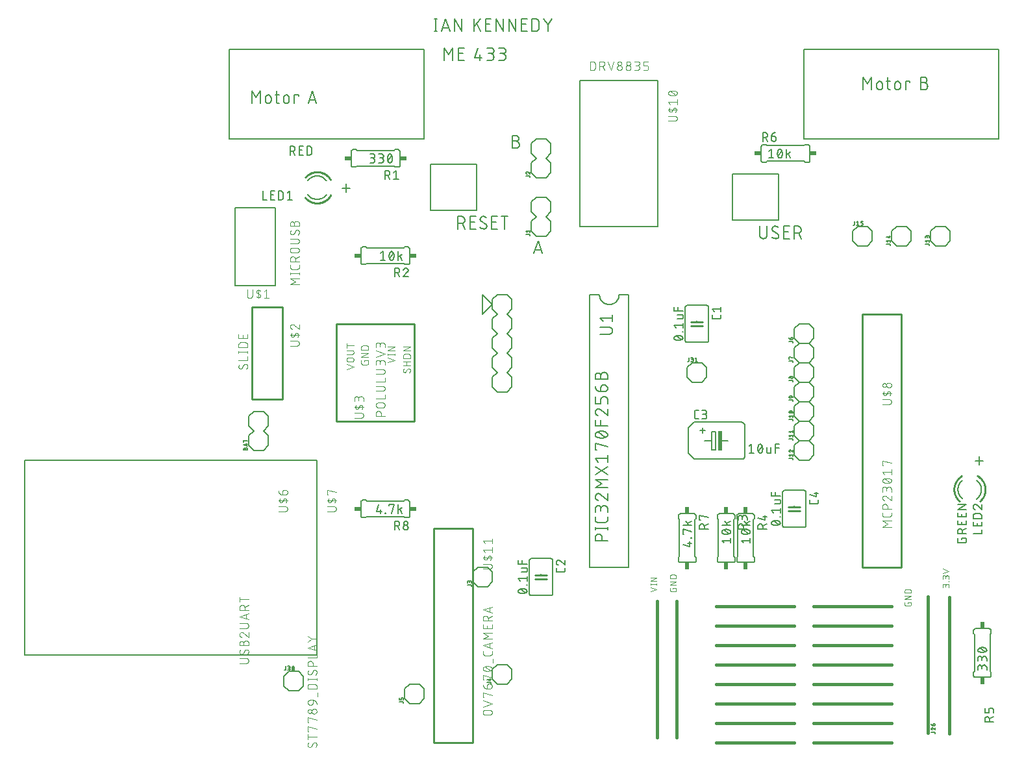
<source format=gto>
G04 EAGLE Gerber RS-274X export*
G75*
%MOMM*%
%FSLAX34Y34*%
%LPD*%
%INTop Silkscreen*%
%IPPOS*%
%AMOC8*
5,1,8,0,0,1.08239X$1,22.5*%
G01*
%ADD10C,0.152400*%
%ADD11C,0.406400*%
%ADD12C,0.076200*%
%ADD13C,0.203200*%
%ADD14C,0.127000*%
%ADD15C,0.254000*%
%ADD16R,0.508000X2.540000*%
%ADD17R,0.863600X0.609600*%
%ADD18R,0.609600X0.863600*%
%ADD19C,0.101600*%
%ADD20C,0.177800*%
%ADD21C,0.200000*%


D10*
X0Y929640D02*
X254000Y929640D01*
X254000Y812800D01*
X0Y812800D01*
X0Y929640D01*
X749300Y929640D02*
X1003300Y929640D01*
X1003300Y812800D01*
X749300Y812800D01*
X749300Y929640D01*
D11*
X736600Y203200D02*
X635000Y203200D01*
X635000Y177800D02*
X736600Y177800D01*
X736600Y152400D02*
X635000Y152400D01*
X635000Y127000D02*
X736600Y127000D01*
X736600Y101600D02*
X635000Y101600D01*
X635000Y76200D02*
X736600Y76200D01*
X736600Y50800D02*
X635000Y50800D01*
X635000Y25400D02*
X736600Y25400D01*
X762000Y25400D02*
X863600Y25400D01*
X863600Y50800D02*
X762000Y50800D01*
X762000Y76200D02*
X863600Y76200D01*
X863600Y101600D02*
X762000Y101600D01*
X762000Y127000D02*
X863600Y127000D01*
X863600Y152400D02*
X762000Y152400D01*
X762000Y177800D02*
X863600Y177800D01*
X863600Y203200D02*
X762000Y203200D01*
X910590Y215900D02*
X910590Y38100D01*
X938530Y36830D02*
X938530Y214630D01*
X557530Y209550D02*
X557530Y31750D01*
X582930Y31750D02*
X582930Y209550D01*
D12*
X938149Y227711D02*
X938149Y229969D01*
X938147Y230062D01*
X938141Y230155D01*
X938132Y230248D01*
X938118Y230341D01*
X938101Y230432D01*
X938080Y230523D01*
X938055Y230613D01*
X938027Y230702D01*
X937995Y230790D01*
X937959Y230876D01*
X937920Y230961D01*
X937877Y231044D01*
X937831Y231125D01*
X937781Y231204D01*
X937729Y231281D01*
X937673Y231356D01*
X937614Y231428D01*
X937552Y231498D01*
X937488Y231566D01*
X937420Y231630D01*
X937350Y231692D01*
X937278Y231751D01*
X937203Y231807D01*
X937126Y231859D01*
X937047Y231909D01*
X936966Y231955D01*
X936883Y231998D01*
X936798Y232037D01*
X936712Y232073D01*
X936624Y232105D01*
X936535Y232133D01*
X936445Y232158D01*
X936354Y232179D01*
X936263Y232196D01*
X936170Y232210D01*
X936077Y232219D01*
X935984Y232225D01*
X935891Y232227D01*
X935798Y232225D01*
X935705Y232219D01*
X935612Y232210D01*
X935519Y232196D01*
X935428Y232179D01*
X935337Y232158D01*
X935247Y232133D01*
X935158Y232105D01*
X935070Y232073D01*
X934984Y232037D01*
X934899Y231998D01*
X934816Y231955D01*
X934735Y231909D01*
X934656Y231859D01*
X934579Y231807D01*
X934504Y231751D01*
X934432Y231692D01*
X934362Y231630D01*
X934294Y231566D01*
X934230Y231498D01*
X934168Y231428D01*
X934109Y231356D01*
X934053Y231281D01*
X934001Y231204D01*
X933951Y231125D01*
X933905Y231044D01*
X933862Y230961D01*
X933823Y230876D01*
X933787Y230790D01*
X933755Y230702D01*
X933727Y230613D01*
X933702Y230523D01*
X933681Y230432D01*
X933664Y230341D01*
X933650Y230248D01*
X933641Y230155D01*
X933635Y230062D01*
X933633Y229969D01*
X930021Y230420D02*
X930021Y227711D01*
X930021Y230420D02*
X930023Y230503D01*
X930029Y230587D01*
X930038Y230670D01*
X930052Y230752D01*
X930069Y230833D01*
X930090Y230914D01*
X930115Y230994D01*
X930143Y231072D01*
X930175Y231149D01*
X930210Y231225D01*
X930249Y231299D01*
X930292Y231371D01*
X930337Y231441D01*
X930386Y231508D01*
X930438Y231574D01*
X930492Y231637D01*
X930550Y231697D01*
X930610Y231755D01*
X930673Y231809D01*
X930739Y231861D01*
X930806Y231910D01*
X930876Y231955D01*
X930948Y231998D01*
X931022Y232037D01*
X931098Y232072D01*
X931175Y232104D01*
X931253Y232132D01*
X931333Y232157D01*
X931414Y232178D01*
X931495Y232195D01*
X931577Y232209D01*
X931660Y232218D01*
X931744Y232224D01*
X931827Y232226D01*
X931910Y232224D01*
X931994Y232218D01*
X932077Y232209D01*
X932159Y232195D01*
X932240Y232178D01*
X932321Y232157D01*
X932401Y232132D01*
X932479Y232104D01*
X932556Y232072D01*
X932632Y232037D01*
X932706Y231998D01*
X932778Y231955D01*
X932848Y231910D01*
X932915Y231861D01*
X932981Y231809D01*
X933044Y231755D01*
X933104Y231697D01*
X933162Y231637D01*
X933216Y231574D01*
X933268Y231508D01*
X933317Y231441D01*
X933362Y231371D01*
X933405Y231299D01*
X933444Y231225D01*
X933479Y231149D01*
X933511Y231072D01*
X933539Y230994D01*
X933564Y230914D01*
X933585Y230833D01*
X933602Y230752D01*
X933616Y230670D01*
X933625Y230587D01*
X933631Y230503D01*
X933633Y230420D01*
X933633Y228614D01*
X937697Y235344D02*
X938149Y235344D01*
X937697Y235344D02*
X937697Y235795D01*
X938149Y235795D01*
X938149Y235344D01*
X938149Y238912D02*
X938149Y241170D01*
X938147Y241263D01*
X938141Y241356D01*
X938132Y241449D01*
X938118Y241542D01*
X938101Y241633D01*
X938080Y241724D01*
X938055Y241814D01*
X938027Y241903D01*
X937995Y241991D01*
X937959Y242077D01*
X937920Y242162D01*
X937877Y242245D01*
X937831Y242326D01*
X937781Y242405D01*
X937729Y242482D01*
X937673Y242557D01*
X937614Y242629D01*
X937552Y242699D01*
X937488Y242767D01*
X937420Y242831D01*
X937350Y242893D01*
X937278Y242952D01*
X937203Y243008D01*
X937126Y243060D01*
X937047Y243110D01*
X936966Y243156D01*
X936883Y243199D01*
X936798Y243238D01*
X936712Y243274D01*
X936624Y243306D01*
X936535Y243334D01*
X936445Y243359D01*
X936354Y243380D01*
X936263Y243397D01*
X936170Y243411D01*
X936077Y243420D01*
X935984Y243426D01*
X935891Y243428D01*
X935798Y243426D01*
X935705Y243420D01*
X935612Y243411D01*
X935519Y243397D01*
X935428Y243380D01*
X935337Y243359D01*
X935247Y243334D01*
X935158Y243306D01*
X935070Y243274D01*
X934984Y243238D01*
X934899Y243199D01*
X934816Y243156D01*
X934735Y243110D01*
X934656Y243060D01*
X934579Y243008D01*
X934504Y242952D01*
X934432Y242893D01*
X934362Y242831D01*
X934294Y242767D01*
X934230Y242699D01*
X934168Y242629D01*
X934109Y242557D01*
X934053Y242482D01*
X934001Y242405D01*
X933951Y242326D01*
X933905Y242245D01*
X933862Y242162D01*
X933823Y242077D01*
X933787Y241991D01*
X933755Y241903D01*
X933727Y241814D01*
X933702Y241724D01*
X933681Y241633D01*
X933664Y241542D01*
X933650Y241449D01*
X933641Y241356D01*
X933635Y241263D01*
X933633Y241170D01*
X930021Y241622D02*
X930021Y238912D01*
X930021Y241622D02*
X930023Y241705D01*
X930029Y241789D01*
X930038Y241872D01*
X930052Y241954D01*
X930069Y242035D01*
X930090Y242116D01*
X930115Y242196D01*
X930143Y242274D01*
X930175Y242351D01*
X930210Y242427D01*
X930249Y242501D01*
X930292Y242573D01*
X930337Y242643D01*
X930386Y242710D01*
X930438Y242776D01*
X930492Y242839D01*
X930550Y242899D01*
X930610Y242957D01*
X930673Y243011D01*
X930739Y243063D01*
X930806Y243112D01*
X930876Y243157D01*
X930948Y243200D01*
X931022Y243239D01*
X931098Y243274D01*
X931175Y243306D01*
X931253Y243334D01*
X931333Y243359D01*
X931414Y243380D01*
X931495Y243397D01*
X931577Y243411D01*
X931660Y243420D01*
X931744Y243426D01*
X931827Y243428D01*
X931910Y243426D01*
X931994Y243420D01*
X932077Y243411D01*
X932159Y243397D01*
X932240Y243380D01*
X932321Y243359D01*
X932401Y243334D01*
X932479Y243306D01*
X932556Y243274D01*
X932632Y243239D01*
X932706Y243200D01*
X932778Y243157D01*
X932848Y243112D01*
X932915Y243063D01*
X932981Y243011D01*
X933044Y242957D01*
X933104Y242899D01*
X933162Y242839D01*
X933216Y242776D01*
X933268Y242710D01*
X933317Y242643D01*
X933362Y242573D01*
X933405Y242501D01*
X933444Y242427D01*
X933479Y242351D01*
X933511Y242274D01*
X933539Y242196D01*
X933564Y242116D01*
X933585Y242035D01*
X933602Y241954D01*
X933616Y241872D01*
X933625Y241789D01*
X933631Y241705D01*
X933633Y241622D01*
X933633Y239815D01*
X930021Y246462D02*
X938149Y249171D01*
X930021Y251880D01*
X884103Y208097D02*
X884103Y206742D01*
X884103Y208097D02*
X888619Y208097D01*
X888619Y205387D01*
X888617Y205304D01*
X888611Y205220D01*
X888602Y205137D01*
X888588Y205055D01*
X888571Y204974D01*
X888550Y204893D01*
X888525Y204813D01*
X888497Y204735D01*
X888465Y204658D01*
X888430Y204582D01*
X888391Y204508D01*
X888348Y204436D01*
X888303Y204366D01*
X888254Y204299D01*
X888202Y204233D01*
X888148Y204170D01*
X888090Y204110D01*
X888030Y204052D01*
X887967Y203998D01*
X887901Y203946D01*
X887834Y203897D01*
X887764Y203852D01*
X887692Y203809D01*
X887618Y203770D01*
X887543Y203735D01*
X887465Y203703D01*
X887387Y203675D01*
X887307Y203650D01*
X887227Y203629D01*
X887145Y203612D01*
X887063Y203598D01*
X886980Y203589D01*
X886896Y203583D01*
X886813Y203581D01*
X882297Y203581D01*
X882214Y203583D01*
X882130Y203589D01*
X882047Y203598D01*
X881965Y203612D01*
X881884Y203629D01*
X881803Y203650D01*
X881723Y203675D01*
X881645Y203703D01*
X881568Y203735D01*
X881492Y203770D01*
X881418Y203809D01*
X881346Y203852D01*
X881276Y203897D01*
X881209Y203946D01*
X881143Y203998D01*
X881080Y204052D01*
X881020Y204110D01*
X880962Y204170D01*
X880908Y204233D01*
X880856Y204299D01*
X880807Y204366D01*
X880762Y204436D01*
X880719Y204508D01*
X880680Y204582D01*
X880645Y204657D01*
X880613Y204735D01*
X880585Y204813D01*
X880560Y204893D01*
X880539Y204973D01*
X880522Y205055D01*
X880508Y205137D01*
X880499Y205220D01*
X880493Y205304D01*
X880491Y205387D01*
X880491Y208097D01*
X880491Y212115D02*
X888619Y212115D01*
X888619Y216631D02*
X880491Y212115D01*
X880491Y216631D02*
X888619Y216631D01*
X888619Y220650D02*
X880491Y220650D01*
X880491Y222907D01*
X880493Y223000D01*
X880499Y223093D01*
X880508Y223186D01*
X880522Y223279D01*
X880539Y223370D01*
X880560Y223461D01*
X880585Y223551D01*
X880613Y223640D01*
X880645Y223728D01*
X880681Y223814D01*
X880720Y223899D01*
X880763Y223982D01*
X880809Y224063D01*
X880859Y224142D01*
X880911Y224219D01*
X880967Y224294D01*
X881026Y224366D01*
X881088Y224436D01*
X881152Y224504D01*
X881220Y224568D01*
X881290Y224630D01*
X881362Y224689D01*
X881437Y224745D01*
X881514Y224797D01*
X881593Y224847D01*
X881674Y224893D01*
X881757Y224936D01*
X881842Y224975D01*
X881928Y225011D01*
X882016Y225043D01*
X882105Y225071D01*
X882195Y225096D01*
X882286Y225117D01*
X882377Y225134D01*
X882470Y225148D01*
X882563Y225157D01*
X882656Y225163D01*
X882749Y225165D01*
X886361Y225165D01*
X886454Y225163D01*
X886547Y225157D01*
X886640Y225148D01*
X886733Y225134D01*
X886824Y225117D01*
X886915Y225096D01*
X887005Y225071D01*
X887094Y225043D01*
X887182Y225011D01*
X887268Y224975D01*
X887353Y224936D01*
X887436Y224893D01*
X887517Y224847D01*
X887596Y224797D01*
X887673Y224745D01*
X887748Y224689D01*
X887820Y224630D01*
X887890Y224568D01*
X887958Y224504D01*
X888022Y224436D01*
X888084Y224366D01*
X888143Y224294D01*
X888199Y224219D01*
X888251Y224142D01*
X888301Y224063D01*
X888347Y223982D01*
X888390Y223899D01*
X888429Y223814D01*
X888465Y223728D01*
X888497Y223640D01*
X888525Y223551D01*
X888550Y223461D01*
X888571Y223370D01*
X888588Y223279D01*
X888602Y223186D01*
X888611Y223093D01*
X888617Y223000D01*
X888619Y222907D01*
X888619Y220650D01*
X578033Y225792D02*
X578033Y227147D01*
X582549Y227147D01*
X582549Y224437D01*
X582547Y224354D01*
X582541Y224270D01*
X582532Y224187D01*
X582518Y224105D01*
X582501Y224024D01*
X582480Y223943D01*
X582455Y223863D01*
X582427Y223785D01*
X582395Y223708D01*
X582360Y223632D01*
X582321Y223558D01*
X582278Y223486D01*
X582233Y223416D01*
X582184Y223349D01*
X582132Y223283D01*
X582078Y223220D01*
X582020Y223160D01*
X581960Y223102D01*
X581897Y223048D01*
X581831Y222996D01*
X581764Y222947D01*
X581694Y222902D01*
X581622Y222859D01*
X581548Y222820D01*
X581473Y222785D01*
X581395Y222753D01*
X581317Y222725D01*
X581237Y222700D01*
X581157Y222679D01*
X581075Y222662D01*
X580993Y222648D01*
X580910Y222639D01*
X580826Y222633D01*
X580743Y222631D01*
X576227Y222631D01*
X576144Y222633D01*
X576060Y222639D01*
X575977Y222648D01*
X575895Y222662D01*
X575814Y222679D01*
X575733Y222700D01*
X575653Y222725D01*
X575575Y222753D01*
X575498Y222785D01*
X575422Y222820D01*
X575348Y222859D01*
X575276Y222902D01*
X575206Y222947D01*
X575139Y222996D01*
X575073Y223048D01*
X575010Y223102D01*
X574950Y223160D01*
X574892Y223220D01*
X574838Y223283D01*
X574786Y223349D01*
X574737Y223416D01*
X574692Y223486D01*
X574649Y223558D01*
X574610Y223632D01*
X574575Y223707D01*
X574543Y223785D01*
X574515Y223863D01*
X574490Y223943D01*
X574469Y224023D01*
X574452Y224105D01*
X574438Y224187D01*
X574429Y224270D01*
X574423Y224354D01*
X574421Y224437D01*
X574421Y227147D01*
X574421Y231165D02*
X582549Y231165D01*
X582549Y235681D02*
X574421Y231165D01*
X574421Y235681D02*
X582549Y235681D01*
X582549Y239700D02*
X574421Y239700D01*
X574421Y241957D01*
X574423Y242050D01*
X574429Y242143D01*
X574438Y242236D01*
X574452Y242329D01*
X574469Y242420D01*
X574490Y242511D01*
X574515Y242601D01*
X574543Y242690D01*
X574575Y242778D01*
X574611Y242864D01*
X574650Y242949D01*
X574693Y243032D01*
X574739Y243113D01*
X574789Y243192D01*
X574841Y243269D01*
X574897Y243344D01*
X574956Y243416D01*
X575018Y243486D01*
X575082Y243554D01*
X575150Y243618D01*
X575220Y243680D01*
X575292Y243739D01*
X575367Y243795D01*
X575444Y243847D01*
X575523Y243897D01*
X575604Y243943D01*
X575687Y243986D01*
X575772Y244025D01*
X575858Y244061D01*
X575946Y244093D01*
X576035Y244121D01*
X576125Y244146D01*
X576216Y244167D01*
X576307Y244184D01*
X576400Y244198D01*
X576493Y244207D01*
X576586Y244213D01*
X576679Y244215D01*
X580291Y244215D01*
X580384Y244213D01*
X580477Y244207D01*
X580570Y244198D01*
X580663Y244184D01*
X580754Y244167D01*
X580845Y244146D01*
X580935Y244121D01*
X581024Y244093D01*
X581112Y244061D01*
X581198Y244025D01*
X581283Y243986D01*
X581366Y243943D01*
X581447Y243897D01*
X581526Y243847D01*
X581603Y243795D01*
X581678Y243739D01*
X581750Y243680D01*
X581820Y243618D01*
X581888Y243554D01*
X581952Y243486D01*
X582014Y243416D01*
X582073Y243344D01*
X582129Y243269D01*
X582181Y243192D01*
X582231Y243113D01*
X582277Y243032D01*
X582320Y242949D01*
X582359Y242864D01*
X582395Y242778D01*
X582427Y242690D01*
X582455Y242601D01*
X582480Y242511D01*
X582501Y242420D01*
X582518Y242329D01*
X582532Y242236D01*
X582541Y242143D01*
X582547Y242050D01*
X582549Y241957D01*
X582549Y239700D01*
X557149Y225340D02*
X549021Y222631D01*
X549021Y228050D02*
X557149Y225340D01*
X557149Y231741D02*
X549021Y231741D01*
X557149Y230838D02*
X557149Y232644D01*
X549021Y232644D02*
X549021Y230838D01*
X549021Y236151D02*
X557149Y236151D01*
X557149Y240666D02*
X549021Y236151D01*
X549021Y240666D02*
X557149Y240666D01*
D10*
X269268Y953262D02*
X269268Y969518D01*
X267462Y953262D02*
X271074Y953262D01*
X271074Y969518D02*
X267462Y969518D01*
X281773Y969518D02*
X276355Y953262D01*
X287192Y953262D02*
X281773Y969518D01*
X285837Y957326D02*
X277709Y957326D01*
X293410Y953262D02*
X293410Y969518D01*
X302441Y953262D01*
X302441Y969518D01*
X318631Y969518D02*
X318631Y953262D01*
X318631Y959584D02*
X327662Y969518D01*
X322243Y963196D02*
X327662Y953262D01*
X334081Y953262D02*
X341306Y953262D01*
X334081Y953262D02*
X334081Y969518D01*
X341306Y969518D01*
X339500Y962293D02*
X334081Y962293D01*
X347598Y969518D02*
X347598Y953262D01*
X356629Y953262D02*
X347598Y969518D01*
X356629Y969518D02*
X356629Y953262D01*
X364272Y953262D02*
X364272Y969518D01*
X373303Y953262D01*
X373303Y969518D01*
X380975Y953262D02*
X388200Y953262D01*
X380975Y953262D02*
X380975Y969518D01*
X388200Y969518D01*
X386393Y962293D02*
X380975Y962293D01*
X394492Y969518D02*
X394492Y953262D01*
X394492Y969518D02*
X399008Y969518D01*
X399139Y969516D01*
X399271Y969510D01*
X399402Y969501D01*
X399532Y969487D01*
X399663Y969470D01*
X399792Y969449D01*
X399921Y969425D01*
X400049Y969396D01*
X400177Y969364D01*
X400303Y969328D01*
X400428Y969289D01*
X400553Y969246D01*
X400675Y969199D01*
X400797Y969149D01*
X400917Y969095D01*
X401035Y969038D01*
X401151Y968977D01*
X401266Y968913D01*
X401379Y968846D01*
X401490Y968775D01*
X401598Y968701D01*
X401705Y968624D01*
X401809Y968544D01*
X401911Y968461D01*
X402010Y968376D01*
X402107Y968287D01*
X402201Y968195D01*
X402293Y968101D01*
X402382Y968004D01*
X402467Y967905D01*
X402550Y967803D01*
X402630Y967699D01*
X402707Y967592D01*
X402781Y967484D01*
X402852Y967373D01*
X402919Y967260D01*
X402983Y967145D01*
X403044Y967029D01*
X403101Y966911D01*
X403155Y966791D01*
X403205Y966669D01*
X403252Y966547D01*
X403295Y966422D01*
X403334Y966297D01*
X403370Y966171D01*
X403402Y966043D01*
X403431Y965915D01*
X403455Y965786D01*
X403476Y965657D01*
X403493Y965526D01*
X403507Y965396D01*
X403516Y965265D01*
X403522Y965133D01*
X403524Y965002D01*
X403523Y965002D02*
X403523Y957778D01*
X403524Y957778D02*
X403522Y957647D01*
X403516Y957515D01*
X403507Y957384D01*
X403493Y957254D01*
X403476Y957123D01*
X403455Y956994D01*
X403431Y956865D01*
X403402Y956737D01*
X403370Y956609D01*
X403334Y956483D01*
X403295Y956358D01*
X403252Y956233D01*
X403205Y956111D01*
X403155Y955989D01*
X403101Y955869D01*
X403044Y955751D01*
X402983Y955635D01*
X402919Y955520D01*
X402852Y955407D01*
X402781Y955296D01*
X402707Y955188D01*
X402630Y955081D01*
X402550Y954977D01*
X402467Y954875D01*
X402382Y954776D01*
X402293Y954679D01*
X402201Y954585D01*
X402107Y954493D01*
X402010Y954404D01*
X401911Y954319D01*
X401809Y954236D01*
X401705Y954156D01*
X401598Y954079D01*
X401490Y954005D01*
X401379Y953934D01*
X401266Y953867D01*
X401151Y953803D01*
X401035Y953742D01*
X400917Y953685D01*
X400797Y953631D01*
X400675Y953581D01*
X400553Y953534D01*
X400428Y953491D01*
X400303Y953452D01*
X400177Y953416D01*
X400049Y953384D01*
X399921Y953355D01*
X399792Y953331D01*
X399662Y953310D01*
X399532Y953293D01*
X399402Y953279D01*
X399271Y953270D01*
X399139Y953264D01*
X399008Y953262D01*
X394492Y953262D01*
X409741Y969518D02*
X415160Y961842D01*
X420578Y969518D01*
X415160Y961842D02*
X415160Y953262D01*
X280162Y931418D02*
X280162Y915162D01*
X285581Y922387D02*
X280162Y931418D01*
X285581Y922387D02*
X290999Y931418D01*
X290999Y915162D01*
X298810Y915162D02*
X306035Y915162D01*
X298810Y915162D02*
X298810Y931418D01*
X306035Y931418D01*
X304229Y924193D02*
X298810Y924193D01*
X320143Y918774D02*
X323756Y931418D01*
X320143Y918774D02*
X329174Y918774D01*
X326465Y922387D02*
X326465Y915162D01*
X335774Y915162D02*
X340290Y915162D01*
X340423Y915164D01*
X340555Y915170D01*
X340687Y915180D01*
X340819Y915193D01*
X340951Y915211D01*
X341081Y915232D01*
X341212Y915257D01*
X341341Y915286D01*
X341469Y915319D01*
X341597Y915355D01*
X341723Y915395D01*
X341848Y915439D01*
X341972Y915487D01*
X342094Y915538D01*
X342215Y915593D01*
X342334Y915651D01*
X342452Y915713D01*
X342567Y915778D01*
X342681Y915847D01*
X342792Y915918D01*
X342901Y915994D01*
X343008Y916072D01*
X343113Y916153D01*
X343215Y916238D01*
X343315Y916325D01*
X343412Y916415D01*
X343507Y916508D01*
X343598Y916604D01*
X343687Y916702D01*
X343773Y916803D01*
X343856Y916907D01*
X343936Y917013D01*
X344012Y917121D01*
X344086Y917231D01*
X344156Y917344D01*
X344223Y917458D01*
X344286Y917575D01*
X344346Y917693D01*
X344403Y917813D01*
X344456Y917935D01*
X344505Y918058D01*
X344551Y918182D01*
X344593Y918308D01*
X344631Y918435D01*
X344666Y918563D01*
X344697Y918692D01*
X344724Y918821D01*
X344747Y918952D01*
X344767Y919083D01*
X344782Y919215D01*
X344794Y919347D01*
X344802Y919479D01*
X344806Y919612D01*
X344806Y919744D01*
X344802Y919877D01*
X344794Y920009D01*
X344782Y920141D01*
X344767Y920273D01*
X344747Y920404D01*
X344724Y920535D01*
X344697Y920664D01*
X344666Y920793D01*
X344631Y920921D01*
X344593Y921048D01*
X344551Y921174D01*
X344505Y921298D01*
X344456Y921421D01*
X344403Y921543D01*
X344346Y921663D01*
X344286Y921781D01*
X344223Y921898D01*
X344156Y922012D01*
X344086Y922125D01*
X344012Y922235D01*
X343936Y922343D01*
X343856Y922449D01*
X343773Y922553D01*
X343687Y922654D01*
X343598Y922752D01*
X343507Y922848D01*
X343412Y922941D01*
X343315Y923031D01*
X343215Y923118D01*
X343113Y923203D01*
X343008Y923284D01*
X342901Y923362D01*
X342792Y923438D01*
X342681Y923509D01*
X342567Y923578D01*
X342452Y923643D01*
X342334Y923705D01*
X342215Y923763D01*
X342094Y923818D01*
X341972Y923869D01*
X341848Y923917D01*
X341723Y923961D01*
X341597Y924001D01*
X341469Y924037D01*
X341341Y924070D01*
X341212Y924099D01*
X341081Y924124D01*
X340951Y924145D01*
X340819Y924163D01*
X340687Y924176D01*
X340555Y924186D01*
X340423Y924192D01*
X340290Y924194D01*
X341193Y931418D02*
X335774Y931418D01*
X341193Y931418D02*
X341312Y931416D01*
X341432Y931410D01*
X341551Y931400D01*
X341669Y931386D01*
X341788Y931369D01*
X341905Y931347D01*
X342022Y931322D01*
X342137Y931292D01*
X342252Y931259D01*
X342366Y931222D01*
X342478Y931182D01*
X342589Y931137D01*
X342698Y931089D01*
X342806Y931038D01*
X342912Y930983D01*
X343016Y930924D01*
X343118Y930862D01*
X343218Y930797D01*
X343316Y930728D01*
X343412Y930656D01*
X343505Y930581D01*
X343595Y930504D01*
X343683Y930423D01*
X343768Y930339D01*
X343850Y930252D01*
X343930Y930163D01*
X344006Y930071D01*
X344080Y929977D01*
X344150Y929880D01*
X344217Y929782D01*
X344281Y929681D01*
X344341Y929577D01*
X344398Y929472D01*
X344451Y929365D01*
X344501Y929257D01*
X344547Y929147D01*
X344589Y929035D01*
X344628Y928922D01*
X344663Y928808D01*
X344694Y928693D01*
X344722Y928576D01*
X344745Y928459D01*
X344765Y928342D01*
X344781Y928223D01*
X344793Y928104D01*
X344801Y927985D01*
X344805Y927866D01*
X344805Y927746D01*
X344801Y927627D01*
X344793Y927508D01*
X344781Y927389D01*
X344765Y927270D01*
X344745Y927153D01*
X344722Y927036D01*
X344694Y926919D01*
X344663Y926804D01*
X344628Y926690D01*
X344589Y926577D01*
X344547Y926465D01*
X344501Y926355D01*
X344451Y926247D01*
X344398Y926140D01*
X344341Y926035D01*
X344281Y925931D01*
X344217Y925830D01*
X344150Y925732D01*
X344080Y925635D01*
X344006Y925541D01*
X343930Y925449D01*
X343850Y925360D01*
X343768Y925273D01*
X343683Y925189D01*
X343595Y925108D01*
X343505Y925031D01*
X343412Y924956D01*
X343316Y924884D01*
X343218Y924815D01*
X343118Y924750D01*
X343016Y924688D01*
X342912Y924629D01*
X342806Y924574D01*
X342698Y924523D01*
X342589Y924475D01*
X342478Y924430D01*
X342366Y924390D01*
X342252Y924353D01*
X342137Y924320D01*
X342022Y924290D01*
X341905Y924265D01*
X341788Y924243D01*
X341669Y924226D01*
X341551Y924212D01*
X341432Y924202D01*
X341312Y924196D01*
X341193Y924194D01*
X341193Y924193D02*
X337581Y924193D01*
X351406Y915162D02*
X355921Y915162D01*
X356054Y915164D01*
X356186Y915170D01*
X356318Y915180D01*
X356450Y915193D01*
X356582Y915211D01*
X356712Y915232D01*
X356843Y915257D01*
X356972Y915286D01*
X357100Y915319D01*
X357228Y915355D01*
X357354Y915395D01*
X357479Y915439D01*
X357603Y915487D01*
X357725Y915538D01*
X357846Y915593D01*
X357965Y915651D01*
X358083Y915713D01*
X358198Y915778D01*
X358312Y915847D01*
X358423Y915918D01*
X358532Y915994D01*
X358639Y916072D01*
X358744Y916153D01*
X358846Y916238D01*
X358946Y916325D01*
X359043Y916415D01*
X359138Y916508D01*
X359229Y916604D01*
X359318Y916702D01*
X359404Y916803D01*
X359487Y916907D01*
X359567Y917013D01*
X359643Y917121D01*
X359717Y917231D01*
X359787Y917344D01*
X359854Y917458D01*
X359917Y917575D01*
X359977Y917693D01*
X360034Y917813D01*
X360087Y917935D01*
X360136Y918058D01*
X360182Y918182D01*
X360224Y918308D01*
X360262Y918435D01*
X360297Y918563D01*
X360328Y918692D01*
X360355Y918821D01*
X360378Y918952D01*
X360398Y919083D01*
X360413Y919215D01*
X360425Y919347D01*
X360433Y919479D01*
X360437Y919612D01*
X360437Y919744D01*
X360433Y919877D01*
X360425Y920009D01*
X360413Y920141D01*
X360398Y920273D01*
X360378Y920404D01*
X360355Y920535D01*
X360328Y920664D01*
X360297Y920793D01*
X360262Y920921D01*
X360224Y921048D01*
X360182Y921174D01*
X360136Y921298D01*
X360087Y921421D01*
X360034Y921543D01*
X359977Y921663D01*
X359917Y921781D01*
X359854Y921898D01*
X359787Y922012D01*
X359717Y922125D01*
X359643Y922235D01*
X359567Y922343D01*
X359487Y922449D01*
X359404Y922553D01*
X359318Y922654D01*
X359229Y922752D01*
X359138Y922848D01*
X359043Y922941D01*
X358946Y923031D01*
X358846Y923118D01*
X358744Y923203D01*
X358639Y923284D01*
X358532Y923362D01*
X358423Y923438D01*
X358312Y923509D01*
X358198Y923578D01*
X358083Y923643D01*
X357965Y923705D01*
X357846Y923763D01*
X357725Y923818D01*
X357603Y923869D01*
X357479Y923917D01*
X357354Y923961D01*
X357228Y924001D01*
X357100Y924037D01*
X356972Y924070D01*
X356843Y924099D01*
X356712Y924124D01*
X356582Y924145D01*
X356450Y924163D01*
X356318Y924176D01*
X356186Y924186D01*
X356054Y924192D01*
X355921Y924194D01*
X356824Y931418D02*
X351406Y931418D01*
X356824Y931418D02*
X356943Y931416D01*
X357063Y931410D01*
X357182Y931400D01*
X357300Y931386D01*
X357419Y931369D01*
X357536Y931347D01*
X357653Y931322D01*
X357768Y931292D01*
X357883Y931259D01*
X357997Y931222D01*
X358109Y931182D01*
X358220Y931137D01*
X358329Y931089D01*
X358437Y931038D01*
X358543Y930983D01*
X358647Y930924D01*
X358749Y930862D01*
X358849Y930797D01*
X358947Y930728D01*
X359043Y930656D01*
X359136Y930581D01*
X359226Y930504D01*
X359314Y930423D01*
X359399Y930339D01*
X359481Y930252D01*
X359561Y930163D01*
X359637Y930071D01*
X359711Y929977D01*
X359781Y929880D01*
X359848Y929782D01*
X359912Y929681D01*
X359972Y929577D01*
X360029Y929472D01*
X360082Y929365D01*
X360132Y929257D01*
X360178Y929147D01*
X360220Y929035D01*
X360259Y928922D01*
X360294Y928808D01*
X360325Y928693D01*
X360353Y928576D01*
X360376Y928459D01*
X360396Y928342D01*
X360412Y928223D01*
X360424Y928104D01*
X360432Y927985D01*
X360436Y927866D01*
X360436Y927746D01*
X360432Y927627D01*
X360424Y927508D01*
X360412Y927389D01*
X360396Y927270D01*
X360376Y927153D01*
X360353Y927036D01*
X360325Y926919D01*
X360294Y926804D01*
X360259Y926690D01*
X360220Y926577D01*
X360178Y926465D01*
X360132Y926355D01*
X360082Y926247D01*
X360029Y926140D01*
X359972Y926035D01*
X359912Y925931D01*
X359848Y925830D01*
X359781Y925732D01*
X359711Y925635D01*
X359637Y925541D01*
X359561Y925449D01*
X359481Y925360D01*
X359399Y925273D01*
X359314Y925189D01*
X359226Y925108D01*
X359136Y925031D01*
X359043Y924956D01*
X358947Y924884D01*
X358849Y924815D01*
X358749Y924750D01*
X358647Y924688D01*
X358543Y924629D01*
X358437Y924574D01*
X358329Y924523D01*
X358220Y924475D01*
X358109Y924430D01*
X357997Y924390D01*
X357883Y924353D01*
X357768Y924320D01*
X357653Y924290D01*
X357536Y924265D01*
X357419Y924243D01*
X357300Y924226D01*
X357182Y924212D01*
X357063Y924202D01*
X356943Y924196D01*
X356824Y924194D01*
X356824Y924193D02*
X353212Y924193D01*
X29234Y875538D02*
X29234Y859282D01*
X34653Y866507D02*
X29234Y875538D01*
X34653Y866507D02*
X40071Y875538D01*
X40071Y859282D01*
X47192Y862894D02*
X47192Y866507D01*
X47193Y866507D02*
X47195Y866626D01*
X47201Y866746D01*
X47211Y866865D01*
X47225Y866983D01*
X47242Y867102D01*
X47264Y867219D01*
X47289Y867336D01*
X47319Y867451D01*
X47352Y867566D01*
X47389Y867680D01*
X47429Y867792D01*
X47474Y867903D01*
X47522Y868012D01*
X47573Y868120D01*
X47628Y868226D01*
X47687Y868330D01*
X47749Y868432D01*
X47814Y868532D01*
X47883Y868630D01*
X47955Y868726D01*
X48030Y868819D01*
X48107Y868909D01*
X48188Y868997D01*
X48272Y869082D01*
X48359Y869164D01*
X48448Y869244D01*
X48540Y869320D01*
X48634Y869394D01*
X48731Y869464D01*
X48829Y869531D01*
X48930Y869595D01*
X49034Y869655D01*
X49139Y869712D01*
X49246Y869765D01*
X49354Y869815D01*
X49464Y869861D01*
X49576Y869903D01*
X49689Y869942D01*
X49803Y869977D01*
X49918Y870008D01*
X50035Y870036D01*
X50152Y870059D01*
X50269Y870079D01*
X50388Y870095D01*
X50507Y870107D01*
X50626Y870115D01*
X50745Y870119D01*
X50865Y870119D01*
X50984Y870115D01*
X51103Y870107D01*
X51222Y870095D01*
X51341Y870079D01*
X51458Y870059D01*
X51575Y870036D01*
X51692Y870008D01*
X51807Y869977D01*
X51921Y869942D01*
X52034Y869903D01*
X52146Y869861D01*
X52256Y869815D01*
X52364Y869765D01*
X52471Y869712D01*
X52576Y869655D01*
X52680Y869595D01*
X52781Y869531D01*
X52879Y869464D01*
X52976Y869394D01*
X53070Y869320D01*
X53162Y869244D01*
X53251Y869164D01*
X53338Y869082D01*
X53422Y868997D01*
X53503Y868909D01*
X53580Y868819D01*
X53655Y868726D01*
X53727Y868630D01*
X53796Y868532D01*
X53861Y868432D01*
X53923Y868330D01*
X53982Y868226D01*
X54037Y868120D01*
X54088Y868012D01*
X54136Y867903D01*
X54181Y867792D01*
X54221Y867680D01*
X54258Y867566D01*
X54291Y867451D01*
X54321Y867336D01*
X54346Y867219D01*
X54368Y867102D01*
X54385Y866983D01*
X54399Y866865D01*
X54409Y866746D01*
X54415Y866626D01*
X54417Y866507D01*
X54417Y862894D01*
X54415Y862775D01*
X54409Y862655D01*
X54399Y862536D01*
X54385Y862418D01*
X54368Y862299D01*
X54346Y862182D01*
X54321Y862065D01*
X54291Y861950D01*
X54258Y861835D01*
X54221Y861721D01*
X54181Y861609D01*
X54136Y861498D01*
X54088Y861389D01*
X54037Y861281D01*
X53982Y861175D01*
X53923Y861071D01*
X53861Y860969D01*
X53796Y860869D01*
X53727Y860771D01*
X53655Y860675D01*
X53580Y860582D01*
X53503Y860492D01*
X53422Y860404D01*
X53338Y860319D01*
X53251Y860237D01*
X53162Y860157D01*
X53070Y860081D01*
X52976Y860007D01*
X52879Y859937D01*
X52781Y859870D01*
X52680Y859806D01*
X52576Y859746D01*
X52471Y859689D01*
X52364Y859636D01*
X52256Y859586D01*
X52146Y859540D01*
X52034Y859498D01*
X51921Y859459D01*
X51807Y859424D01*
X51692Y859393D01*
X51575Y859365D01*
X51458Y859342D01*
X51341Y859322D01*
X51222Y859306D01*
X51103Y859294D01*
X50984Y859286D01*
X50865Y859282D01*
X50745Y859282D01*
X50626Y859286D01*
X50507Y859294D01*
X50388Y859306D01*
X50269Y859322D01*
X50152Y859342D01*
X50035Y859365D01*
X49918Y859393D01*
X49803Y859424D01*
X49689Y859459D01*
X49576Y859498D01*
X49464Y859540D01*
X49354Y859586D01*
X49246Y859636D01*
X49139Y859689D01*
X49034Y859746D01*
X48930Y859806D01*
X48829Y859870D01*
X48731Y859937D01*
X48634Y860007D01*
X48540Y860081D01*
X48448Y860157D01*
X48359Y860237D01*
X48272Y860319D01*
X48188Y860404D01*
X48107Y860492D01*
X48030Y860582D01*
X47955Y860675D01*
X47883Y860771D01*
X47814Y860869D01*
X47749Y860969D01*
X47687Y861071D01*
X47628Y861175D01*
X47573Y861281D01*
X47522Y861389D01*
X47474Y861498D01*
X47429Y861609D01*
X47389Y861721D01*
X47352Y861835D01*
X47319Y861950D01*
X47289Y862065D01*
X47264Y862182D01*
X47242Y862299D01*
X47225Y862418D01*
X47211Y862536D01*
X47201Y862655D01*
X47195Y862775D01*
X47193Y862894D01*
X59442Y870119D02*
X64861Y870119D01*
X61248Y875538D02*
X61248Y861991D01*
X61249Y861991D02*
X61251Y861890D01*
X61257Y861789D01*
X61266Y861688D01*
X61279Y861587D01*
X61296Y861487D01*
X61317Y861388D01*
X61341Y861290D01*
X61369Y861193D01*
X61401Y861096D01*
X61436Y861001D01*
X61475Y860908D01*
X61517Y860816D01*
X61563Y860725D01*
X61612Y860637D01*
X61664Y860550D01*
X61720Y860465D01*
X61778Y860382D01*
X61840Y860302D01*
X61905Y860224D01*
X61972Y860148D01*
X62042Y860075D01*
X62115Y860005D01*
X62191Y859938D01*
X62269Y859873D01*
X62349Y859811D01*
X62432Y859753D01*
X62517Y859697D01*
X62604Y859645D01*
X62692Y859596D01*
X62783Y859550D01*
X62875Y859508D01*
X62968Y859469D01*
X63063Y859434D01*
X63160Y859402D01*
X63257Y859374D01*
X63355Y859350D01*
X63454Y859329D01*
X63554Y859312D01*
X63655Y859299D01*
X63756Y859290D01*
X63857Y859284D01*
X63958Y859282D01*
X64861Y859282D01*
X70639Y862894D02*
X70639Y866507D01*
X70640Y866507D02*
X70642Y866626D01*
X70648Y866746D01*
X70658Y866865D01*
X70672Y866983D01*
X70689Y867102D01*
X70711Y867219D01*
X70736Y867336D01*
X70766Y867451D01*
X70799Y867566D01*
X70836Y867680D01*
X70876Y867792D01*
X70921Y867903D01*
X70969Y868012D01*
X71020Y868120D01*
X71075Y868226D01*
X71134Y868330D01*
X71196Y868432D01*
X71261Y868532D01*
X71330Y868630D01*
X71402Y868726D01*
X71477Y868819D01*
X71554Y868909D01*
X71635Y868997D01*
X71719Y869082D01*
X71806Y869164D01*
X71895Y869244D01*
X71987Y869320D01*
X72081Y869394D01*
X72178Y869464D01*
X72276Y869531D01*
X72377Y869595D01*
X72481Y869655D01*
X72586Y869712D01*
X72693Y869765D01*
X72801Y869815D01*
X72911Y869861D01*
X73023Y869903D01*
X73136Y869942D01*
X73250Y869977D01*
X73365Y870008D01*
X73482Y870036D01*
X73599Y870059D01*
X73716Y870079D01*
X73835Y870095D01*
X73954Y870107D01*
X74073Y870115D01*
X74192Y870119D01*
X74312Y870119D01*
X74431Y870115D01*
X74550Y870107D01*
X74669Y870095D01*
X74788Y870079D01*
X74905Y870059D01*
X75022Y870036D01*
X75139Y870008D01*
X75254Y869977D01*
X75368Y869942D01*
X75481Y869903D01*
X75593Y869861D01*
X75703Y869815D01*
X75811Y869765D01*
X75918Y869712D01*
X76023Y869655D01*
X76127Y869595D01*
X76228Y869531D01*
X76326Y869464D01*
X76423Y869394D01*
X76517Y869320D01*
X76609Y869244D01*
X76698Y869164D01*
X76785Y869082D01*
X76869Y868997D01*
X76950Y868909D01*
X77027Y868819D01*
X77102Y868726D01*
X77174Y868630D01*
X77243Y868532D01*
X77308Y868432D01*
X77370Y868330D01*
X77429Y868226D01*
X77484Y868120D01*
X77535Y868012D01*
X77583Y867903D01*
X77628Y867792D01*
X77668Y867680D01*
X77705Y867566D01*
X77738Y867451D01*
X77768Y867336D01*
X77793Y867219D01*
X77815Y867102D01*
X77832Y866983D01*
X77846Y866865D01*
X77856Y866746D01*
X77862Y866626D01*
X77864Y866507D01*
X77864Y862894D01*
X77862Y862775D01*
X77856Y862655D01*
X77846Y862536D01*
X77832Y862418D01*
X77815Y862299D01*
X77793Y862182D01*
X77768Y862065D01*
X77738Y861950D01*
X77705Y861835D01*
X77668Y861721D01*
X77628Y861609D01*
X77583Y861498D01*
X77535Y861389D01*
X77484Y861281D01*
X77429Y861175D01*
X77370Y861071D01*
X77308Y860969D01*
X77243Y860869D01*
X77174Y860771D01*
X77102Y860675D01*
X77027Y860582D01*
X76950Y860492D01*
X76869Y860404D01*
X76785Y860319D01*
X76698Y860237D01*
X76609Y860157D01*
X76517Y860081D01*
X76423Y860007D01*
X76326Y859937D01*
X76228Y859870D01*
X76127Y859806D01*
X76023Y859746D01*
X75918Y859689D01*
X75811Y859636D01*
X75703Y859586D01*
X75593Y859540D01*
X75481Y859498D01*
X75368Y859459D01*
X75254Y859424D01*
X75139Y859393D01*
X75022Y859365D01*
X74905Y859342D01*
X74788Y859322D01*
X74669Y859306D01*
X74550Y859294D01*
X74431Y859286D01*
X74312Y859282D01*
X74192Y859282D01*
X74073Y859286D01*
X73954Y859294D01*
X73835Y859306D01*
X73716Y859322D01*
X73599Y859342D01*
X73482Y859365D01*
X73365Y859393D01*
X73250Y859424D01*
X73136Y859459D01*
X73023Y859498D01*
X72911Y859540D01*
X72801Y859586D01*
X72693Y859636D01*
X72586Y859689D01*
X72481Y859746D01*
X72377Y859806D01*
X72276Y859870D01*
X72178Y859937D01*
X72081Y860007D01*
X71987Y860081D01*
X71895Y860157D01*
X71806Y860237D01*
X71719Y860319D01*
X71635Y860404D01*
X71554Y860492D01*
X71477Y860582D01*
X71402Y860675D01*
X71330Y860771D01*
X71261Y860869D01*
X71196Y860969D01*
X71134Y861071D01*
X71075Y861175D01*
X71020Y861281D01*
X70969Y861389D01*
X70921Y861498D01*
X70876Y861609D01*
X70836Y861721D01*
X70799Y861835D01*
X70766Y861950D01*
X70736Y862065D01*
X70711Y862182D01*
X70689Y862299D01*
X70672Y862418D01*
X70658Y862536D01*
X70648Y862655D01*
X70642Y862775D01*
X70640Y862894D01*
X84792Y859282D02*
X84792Y870119D01*
X90211Y870119D01*
X90211Y868313D01*
X102701Y859282D02*
X108119Y875538D01*
X113538Y859282D01*
X112183Y863346D02*
X104055Y863346D01*
X826262Y877062D02*
X826262Y893318D01*
X831681Y884287D01*
X837099Y893318D01*
X837099Y877062D01*
X844221Y880674D02*
X844221Y884287D01*
X844223Y884406D01*
X844229Y884526D01*
X844239Y884645D01*
X844253Y884763D01*
X844270Y884882D01*
X844292Y884999D01*
X844317Y885116D01*
X844347Y885231D01*
X844380Y885346D01*
X844417Y885460D01*
X844457Y885572D01*
X844502Y885683D01*
X844550Y885792D01*
X844601Y885900D01*
X844656Y886006D01*
X844715Y886110D01*
X844777Y886212D01*
X844842Y886312D01*
X844911Y886410D01*
X844983Y886506D01*
X845058Y886599D01*
X845135Y886689D01*
X845216Y886777D01*
X845300Y886862D01*
X845387Y886944D01*
X845476Y887024D01*
X845568Y887100D01*
X845662Y887174D01*
X845759Y887244D01*
X845857Y887311D01*
X845958Y887375D01*
X846062Y887435D01*
X846167Y887492D01*
X846274Y887545D01*
X846382Y887595D01*
X846492Y887641D01*
X846604Y887683D01*
X846717Y887722D01*
X846831Y887757D01*
X846946Y887788D01*
X847063Y887816D01*
X847180Y887839D01*
X847297Y887859D01*
X847416Y887875D01*
X847535Y887887D01*
X847654Y887895D01*
X847773Y887899D01*
X847893Y887899D01*
X848012Y887895D01*
X848131Y887887D01*
X848250Y887875D01*
X848369Y887859D01*
X848486Y887839D01*
X848603Y887816D01*
X848720Y887788D01*
X848835Y887757D01*
X848949Y887722D01*
X849062Y887683D01*
X849174Y887641D01*
X849284Y887595D01*
X849392Y887545D01*
X849499Y887492D01*
X849604Y887435D01*
X849708Y887375D01*
X849809Y887311D01*
X849907Y887244D01*
X850004Y887174D01*
X850098Y887100D01*
X850190Y887024D01*
X850279Y886944D01*
X850366Y886862D01*
X850450Y886777D01*
X850531Y886689D01*
X850608Y886599D01*
X850683Y886506D01*
X850755Y886410D01*
X850824Y886312D01*
X850889Y886212D01*
X850951Y886110D01*
X851010Y886006D01*
X851065Y885900D01*
X851116Y885792D01*
X851164Y885683D01*
X851209Y885572D01*
X851249Y885460D01*
X851286Y885346D01*
X851319Y885231D01*
X851349Y885116D01*
X851374Y884999D01*
X851396Y884882D01*
X851413Y884763D01*
X851427Y884645D01*
X851437Y884526D01*
X851443Y884406D01*
X851445Y884287D01*
X851445Y880674D01*
X851443Y880555D01*
X851437Y880435D01*
X851427Y880316D01*
X851413Y880198D01*
X851396Y880079D01*
X851374Y879962D01*
X851349Y879845D01*
X851319Y879730D01*
X851286Y879615D01*
X851249Y879501D01*
X851209Y879389D01*
X851164Y879278D01*
X851116Y879169D01*
X851065Y879061D01*
X851010Y878955D01*
X850951Y878851D01*
X850889Y878749D01*
X850824Y878649D01*
X850755Y878551D01*
X850683Y878455D01*
X850608Y878362D01*
X850531Y878272D01*
X850450Y878184D01*
X850366Y878099D01*
X850279Y878017D01*
X850190Y877937D01*
X850098Y877861D01*
X850004Y877787D01*
X849907Y877717D01*
X849809Y877650D01*
X849708Y877586D01*
X849604Y877526D01*
X849499Y877469D01*
X849392Y877416D01*
X849284Y877366D01*
X849174Y877320D01*
X849062Y877278D01*
X848949Y877239D01*
X848835Y877204D01*
X848720Y877173D01*
X848603Y877145D01*
X848486Y877122D01*
X848369Y877102D01*
X848250Y877086D01*
X848131Y877074D01*
X848012Y877066D01*
X847893Y877062D01*
X847773Y877062D01*
X847654Y877066D01*
X847535Y877074D01*
X847416Y877086D01*
X847297Y877102D01*
X847180Y877122D01*
X847063Y877145D01*
X846946Y877173D01*
X846831Y877204D01*
X846717Y877239D01*
X846604Y877278D01*
X846492Y877320D01*
X846382Y877366D01*
X846274Y877416D01*
X846167Y877469D01*
X846062Y877526D01*
X845958Y877586D01*
X845857Y877650D01*
X845759Y877717D01*
X845662Y877787D01*
X845568Y877861D01*
X845476Y877937D01*
X845387Y878017D01*
X845300Y878099D01*
X845216Y878184D01*
X845135Y878272D01*
X845058Y878362D01*
X844983Y878455D01*
X844911Y878551D01*
X844842Y878649D01*
X844777Y878749D01*
X844715Y878851D01*
X844656Y878955D01*
X844601Y879061D01*
X844550Y879169D01*
X844502Y879278D01*
X844457Y879389D01*
X844417Y879501D01*
X844380Y879615D01*
X844347Y879730D01*
X844317Y879845D01*
X844292Y879962D01*
X844270Y880079D01*
X844253Y880198D01*
X844239Y880316D01*
X844229Y880435D01*
X844223Y880555D01*
X844221Y880674D01*
X856470Y887899D02*
X861889Y887899D01*
X858277Y893318D02*
X858277Y879771D01*
X858279Y879670D01*
X858285Y879569D01*
X858294Y879468D01*
X858307Y879367D01*
X858324Y879267D01*
X858345Y879168D01*
X858369Y879070D01*
X858397Y878973D01*
X858429Y878876D01*
X858464Y878781D01*
X858503Y878688D01*
X858545Y878596D01*
X858591Y878505D01*
X858640Y878417D01*
X858692Y878330D01*
X858748Y878245D01*
X858806Y878162D01*
X858868Y878082D01*
X858933Y878004D01*
X859000Y877928D01*
X859070Y877855D01*
X859143Y877785D01*
X859219Y877718D01*
X859297Y877653D01*
X859377Y877591D01*
X859460Y877533D01*
X859545Y877477D01*
X859632Y877425D01*
X859720Y877376D01*
X859811Y877330D01*
X859903Y877288D01*
X859996Y877249D01*
X860091Y877214D01*
X860188Y877182D01*
X860285Y877154D01*
X860383Y877130D01*
X860482Y877109D01*
X860582Y877092D01*
X860683Y877079D01*
X860784Y877070D01*
X860885Y877064D01*
X860986Y877062D01*
X861889Y877062D01*
X867667Y880674D02*
X867667Y884287D01*
X867668Y884287D02*
X867670Y884406D01*
X867676Y884526D01*
X867686Y884645D01*
X867700Y884763D01*
X867717Y884882D01*
X867739Y884999D01*
X867764Y885116D01*
X867794Y885231D01*
X867827Y885346D01*
X867864Y885460D01*
X867904Y885572D01*
X867949Y885683D01*
X867997Y885792D01*
X868048Y885900D01*
X868103Y886006D01*
X868162Y886110D01*
X868224Y886212D01*
X868289Y886312D01*
X868358Y886410D01*
X868430Y886506D01*
X868505Y886599D01*
X868582Y886689D01*
X868663Y886777D01*
X868747Y886862D01*
X868834Y886944D01*
X868923Y887024D01*
X869015Y887100D01*
X869109Y887174D01*
X869206Y887244D01*
X869304Y887311D01*
X869405Y887375D01*
X869509Y887435D01*
X869614Y887492D01*
X869721Y887545D01*
X869829Y887595D01*
X869939Y887641D01*
X870051Y887683D01*
X870164Y887722D01*
X870278Y887757D01*
X870393Y887788D01*
X870510Y887816D01*
X870627Y887839D01*
X870744Y887859D01*
X870863Y887875D01*
X870982Y887887D01*
X871101Y887895D01*
X871220Y887899D01*
X871340Y887899D01*
X871459Y887895D01*
X871578Y887887D01*
X871697Y887875D01*
X871816Y887859D01*
X871933Y887839D01*
X872050Y887816D01*
X872167Y887788D01*
X872282Y887757D01*
X872396Y887722D01*
X872509Y887683D01*
X872621Y887641D01*
X872731Y887595D01*
X872839Y887545D01*
X872946Y887492D01*
X873051Y887435D01*
X873155Y887375D01*
X873256Y887311D01*
X873354Y887244D01*
X873451Y887174D01*
X873545Y887100D01*
X873637Y887024D01*
X873726Y886944D01*
X873813Y886862D01*
X873897Y886777D01*
X873978Y886689D01*
X874055Y886599D01*
X874130Y886506D01*
X874202Y886410D01*
X874271Y886312D01*
X874336Y886212D01*
X874398Y886110D01*
X874457Y886006D01*
X874512Y885900D01*
X874563Y885792D01*
X874611Y885683D01*
X874656Y885572D01*
X874696Y885460D01*
X874733Y885346D01*
X874766Y885231D01*
X874796Y885116D01*
X874821Y884999D01*
X874843Y884882D01*
X874860Y884763D01*
X874874Y884645D01*
X874884Y884526D01*
X874890Y884406D01*
X874892Y884287D01*
X874892Y880674D01*
X874890Y880555D01*
X874884Y880435D01*
X874874Y880316D01*
X874860Y880198D01*
X874843Y880079D01*
X874821Y879962D01*
X874796Y879845D01*
X874766Y879730D01*
X874733Y879615D01*
X874696Y879501D01*
X874656Y879389D01*
X874611Y879278D01*
X874563Y879169D01*
X874512Y879061D01*
X874457Y878955D01*
X874398Y878851D01*
X874336Y878749D01*
X874271Y878649D01*
X874202Y878551D01*
X874130Y878455D01*
X874055Y878362D01*
X873978Y878272D01*
X873897Y878184D01*
X873813Y878099D01*
X873726Y878017D01*
X873637Y877937D01*
X873545Y877861D01*
X873451Y877787D01*
X873354Y877717D01*
X873256Y877650D01*
X873155Y877586D01*
X873051Y877526D01*
X872946Y877469D01*
X872839Y877416D01*
X872731Y877366D01*
X872621Y877320D01*
X872509Y877278D01*
X872396Y877239D01*
X872282Y877204D01*
X872167Y877173D01*
X872050Y877145D01*
X871933Y877122D01*
X871816Y877102D01*
X871697Y877086D01*
X871578Y877074D01*
X871459Y877066D01*
X871340Y877062D01*
X871220Y877062D01*
X871101Y877066D01*
X870982Y877074D01*
X870863Y877086D01*
X870744Y877102D01*
X870627Y877122D01*
X870510Y877145D01*
X870393Y877173D01*
X870278Y877204D01*
X870164Y877239D01*
X870051Y877278D01*
X869939Y877320D01*
X869829Y877366D01*
X869721Y877416D01*
X869614Y877469D01*
X869509Y877526D01*
X869405Y877586D01*
X869304Y877650D01*
X869206Y877717D01*
X869109Y877787D01*
X869015Y877861D01*
X868923Y877937D01*
X868834Y878017D01*
X868747Y878099D01*
X868663Y878184D01*
X868582Y878272D01*
X868505Y878362D01*
X868430Y878455D01*
X868358Y878551D01*
X868289Y878649D01*
X868224Y878749D01*
X868162Y878851D01*
X868103Y878955D01*
X868048Y879061D01*
X867997Y879169D01*
X867949Y879278D01*
X867904Y879389D01*
X867864Y879501D01*
X867827Y879615D01*
X867794Y879730D01*
X867764Y879845D01*
X867739Y879962D01*
X867717Y880079D01*
X867700Y880198D01*
X867686Y880316D01*
X867676Y880435D01*
X867670Y880555D01*
X867668Y880674D01*
X881820Y877062D02*
X881820Y887899D01*
X887239Y887899D01*
X887239Y886093D01*
X901364Y886093D02*
X905879Y886093D01*
X905879Y886094D02*
X906012Y886092D01*
X906144Y886086D01*
X906276Y886076D01*
X906408Y886063D01*
X906540Y886045D01*
X906670Y886024D01*
X906801Y885999D01*
X906930Y885970D01*
X907058Y885937D01*
X907186Y885901D01*
X907312Y885861D01*
X907437Y885817D01*
X907561Y885769D01*
X907683Y885718D01*
X907804Y885663D01*
X907923Y885605D01*
X908041Y885543D01*
X908156Y885478D01*
X908270Y885409D01*
X908381Y885338D01*
X908490Y885262D01*
X908597Y885184D01*
X908702Y885103D01*
X908804Y885018D01*
X908904Y884931D01*
X909001Y884841D01*
X909096Y884748D01*
X909187Y884652D01*
X909276Y884554D01*
X909362Y884453D01*
X909445Y884349D01*
X909525Y884243D01*
X909601Y884135D01*
X909675Y884025D01*
X909745Y883912D01*
X909812Y883798D01*
X909875Y883681D01*
X909935Y883563D01*
X909992Y883443D01*
X910045Y883321D01*
X910094Y883198D01*
X910140Y883074D01*
X910182Y882948D01*
X910220Y882821D01*
X910255Y882693D01*
X910286Y882564D01*
X910313Y882435D01*
X910336Y882304D01*
X910356Y882173D01*
X910371Y882041D01*
X910383Y881909D01*
X910391Y881777D01*
X910395Y881644D01*
X910395Y881512D01*
X910391Y881379D01*
X910383Y881247D01*
X910371Y881115D01*
X910356Y880983D01*
X910336Y880852D01*
X910313Y880721D01*
X910286Y880592D01*
X910255Y880463D01*
X910220Y880335D01*
X910182Y880208D01*
X910140Y880082D01*
X910094Y879958D01*
X910045Y879835D01*
X909992Y879713D01*
X909935Y879593D01*
X909875Y879475D01*
X909812Y879358D01*
X909745Y879244D01*
X909675Y879131D01*
X909601Y879021D01*
X909525Y878913D01*
X909445Y878807D01*
X909362Y878703D01*
X909276Y878602D01*
X909187Y878504D01*
X909096Y878408D01*
X909001Y878315D01*
X908904Y878225D01*
X908804Y878138D01*
X908702Y878053D01*
X908597Y877972D01*
X908490Y877894D01*
X908381Y877818D01*
X908270Y877747D01*
X908156Y877678D01*
X908041Y877613D01*
X907923Y877551D01*
X907804Y877493D01*
X907683Y877438D01*
X907561Y877387D01*
X907437Y877339D01*
X907312Y877295D01*
X907186Y877255D01*
X907058Y877219D01*
X906930Y877186D01*
X906801Y877157D01*
X906670Y877132D01*
X906540Y877111D01*
X906408Y877093D01*
X906276Y877080D01*
X906144Y877070D01*
X906012Y877064D01*
X905879Y877062D01*
X901364Y877062D01*
X901364Y893318D01*
X905879Y893318D01*
X905998Y893316D01*
X906118Y893310D01*
X906237Y893300D01*
X906355Y893286D01*
X906474Y893269D01*
X906591Y893247D01*
X906708Y893222D01*
X906823Y893192D01*
X906938Y893159D01*
X907052Y893122D01*
X907164Y893082D01*
X907275Y893037D01*
X907384Y892989D01*
X907492Y892938D01*
X907598Y892883D01*
X907702Y892824D01*
X907804Y892762D01*
X907904Y892697D01*
X908002Y892628D01*
X908098Y892556D01*
X908191Y892481D01*
X908281Y892404D01*
X908369Y892323D01*
X908454Y892239D01*
X908536Y892152D01*
X908616Y892063D01*
X908692Y891971D01*
X908766Y891877D01*
X908836Y891780D01*
X908903Y891682D01*
X908967Y891581D01*
X909027Y891477D01*
X909084Y891372D01*
X909137Y891265D01*
X909187Y891157D01*
X909233Y891047D01*
X909275Y890935D01*
X909314Y890822D01*
X909349Y890708D01*
X909380Y890593D01*
X909408Y890476D01*
X909431Y890359D01*
X909451Y890242D01*
X909467Y890123D01*
X909479Y890004D01*
X909487Y889885D01*
X909491Y889766D01*
X909491Y889646D01*
X909487Y889527D01*
X909479Y889408D01*
X909467Y889289D01*
X909451Y889170D01*
X909431Y889053D01*
X909408Y888936D01*
X909380Y888819D01*
X909349Y888704D01*
X909314Y888590D01*
X909275Y888477D01*
X909233Y888365D01*
X909187Y888255D01*
X909137Y888147D01*
X909084Y888040D01*
X909027Y887935D01*
X908967Y887831D01*
X908903Y887730D01*
X908836Y887632D01*
X908766Y887535D01*
X908692Y887441D01*
X908616Y887349D01*
X908536Y887260D01*
X908454Y887173D01*
X908369Y887089D01*
X908281Y887008D01*
X908191Y886931D01*
X908098Y886856D01*
X908002Y886784D01*
X907904Y886715D01*
X907804Y886650D01*
X907702Y886588D01*
X907598Y886529D01*
X907492Y886474D01*
X907384Y886423D01*
X907275Y886375D01*
X907164Y886330D01*
X907052Y886290D01*
X906938Y886253D01*
X906823Y886220D01*
X906708Y886190D01*
X906591Y886165D01*
X906474Y886143D01*
X906355Y886126D01*
X906237Y886112D01*
X906118Y886102D01*
X905998Y886096D01*
X905879Y886094D01*
X402421Y679958D02*
X397002Y663702D01*
X407839Y663702D02*
X402421Y679958D01*
X406485Y667766D02*
X398357Y667766D01*
X373578Y809893D02*
X369062Y809893D01*
X373578Y809894D02*
X373711Y809892D01*
X373843Y809886D01*
X373975Y809876D01*
X374107Y809863D01*
X374239Y809845D01*
X374369Y809824D01*
X374500Y809799D01*
X374629Y809770D01*
X374757Y809737D01*
X374885Y809701D01*
X375011Y809661D01*
X375136Y809617D01*
X375260Y809569D01*
X375382Y809518D01*
X375503Y809463D01*
X375622Y809405D01*
X375740Y809343D01*
X375855Y809278D01*
X375969Y809209D01*
X376080Y809138D01*
X376189Y809062D01*
X376296Y808984D01*
X376401Y808903D01*
X376503Y808818D01*
X376603Y808731D01*
X376700Y808641D01*
X376795Y808548D01*
X376886Y808452D01*
X376975Y808354D01*
X377061Y808253D01*
X377144Y808149D01*
X377224Y808043D01*
X377300Y807935D01*
X377374Y807825D01*
X377444Y807712D01*
X377511Y807598D01*
X377574Y807481D01*
X377634Y807363D01*
X377691Y807243D01*
X377744Y807121D01*
X377793Y806998D01*
X377839Y806874D01*
X377881Y806748D01*
X377919Y806621D01*
X377954Y806493D01*
X377985Y806364D01*
X378012Y806235D01*
X378035Y806104D01*
X378055Y805973D01*
X378070Y805841D01*
X378082Y805709D01*
X378090Y805577D01*
X378094Y805444D01*
X378094Y805312D01*
X378090Y805179D01*
X378082Y805047D01*
X378070Y804915D01*
X378055Y804783D01*
X378035Y804652D01*
X378012Y804521D01*
X377985Y804392D01*
X377954Y804263D01*
X377919Y804135D01*
X377881Y804008D01*
X377839Y803882D01*
X377793Y803758D01*
X377744Y803635D01*
X377691Y803513D01*
X377634Y803393D01*
X377574Y803275D01*
X377511Y803158D01*
X377444Y803044D01*
X377374Y802931D01*
X377300Y802821D01*
X377224Y802713D01*
X377144Y802607D01*
X377061Y802503D01*
X376975Y802402D01*
X376886Y802304D01*
X376795Y802208D01*
X376700Y802115D01*
X376603Y802025D01*
X376503Y801938D01*
X376401Y801853D01*
X376296Y801772D01*
X376189Y801694D01*
X376080Y801618D01*
X375969Y801547D01*
X375855Y801478D01*
X375740Y801413D01*
X375622Y801351D01*
X375503Y801293D01*
X375382Y801238D01*
X375260Y801187D01*
X375136Y801139D01*
X375011Y801095D01*
X374885Y801055D01*
X374757Y801019D01*
X374629Y800986D01*
X374500Y800957D01*
X374369Y800932D01*
X374239Y800911D01*
X374107Y800893D01*
X373975Y800880D01*
X373843Y800870D01*
X373711Y800864D01*
X373578Y800862D01*
X369062Y800862D01*
X369062Y817118D01*
X373578Y817118D01*
X373697Y817116D01*
X373817Y817110D01*
X373936Y817100D01*
X374054Y817086D01*
X374173Y817069D01*
X374290Y817047D01*
X374407Y817022D01*
X374522Y816992D01*
X374637Y816959D01*
X374751Y816922D01*
X374863Y816882D01*
X374974Y816837D01*
X375083Y816789D01*
X375191Y816738D01*
X375297Y816683D01*
X375401Y816624D01*
X375503Y816562D01*
X375603Y816497D01*
X375701Y816428D01*
X375797Y816356D01*
X375890Y816281D01*
X375980Y816204D01*
X376068Y816123D01*
X376153Y816039D01*
X376235Y815952D01*
X376315Y815863D01*
X376391Y815771D01*
X376465Y815677D01*
X376535Y815580D01*
X376602Y815482D01*
X376666Y815381D01*
X376726Y815277D01*
X376783Y815172D01*
X376836Y815065D01*
X376886Y814957D01*
X376932Y814847D01*
X376974Y814735D01*
X377013Y814622D01*
X377048Y814508D01*
X377079Y814393D01*
X377107Y814276D01*
X377130Y814159D01*
X377150Y814042D01*
X377166Y813923D01*
X377178Y813804D01*
X377186Y813685D01*
X377190Y813566D01*
X377190Y813446D01*
X377186Y813327D01*
X377178Y813208D01*
X377166Y813089D01*
X377150Y812970D01*
X377130Y812853D01*
X377107Y812736D01*
X377079Y812619D01*
X377048Y812504D01*
X377013Y812390D01*
X376974Y812277D01*
X376932Y812165D01*
X376886Y812055D01*
X376836Y811947D01*
X376783Y811840D01*
X376726Y811735D01*
X376666Y811631D01*
X376602Y811530D01*
X376535Y811432D01*
X376465Y811335D01*
X376391Y811241D01*
X376315Y811149D01*
X376235Y811060D01*
X376153Y810973D01*
X376068Y810889D01*
X375980Y810808D01*
X375890Y810731D01*
X375797Y810656D01*
X375701Y810584D01*
X375603Y810515D01*
X375503Y810450D01*
X375401Y810388D01*
X375297Y810329D01*
X375191Y810274D01*
X375083Y810223D01*
X374974Y810175D01*
X374863Y810130D01*
X374751Y810090D01*
X374637Y810053D01*
X374522Y810020D01*
X374407Y809990D01*
X374290Y809965D01*
X374173Y809943D01*
X374054Y809926D01*
X373936Y809912D01*
X373817Y809902D01*
X373697Y809896D01*
X373578Y809894D01*
X297942Y711708D02*
X297942Y695452D01*
X297942Y711708D02*
X302458Y711708D01*
X302591Y711706D01*
X302723Y711700D01*
X302855Y711690D01*
X302987Y711677D01*
X303119Y711659D01*
X303249Y711638D01*
X303380Y711613D01*
X303509Y711584D01*
X303637Y711551D01*
X303765Y711515D01*
X303891Y711475D01*
X304016Y711431D01*
X304140Y711383D01*
X304262Y711332D01*
X304383Y711277D01*
X304502Y711219D01*
X304620Y711157D01*
X304735Y711092D01*
X304849Y711023D01*
X304960Y710952D01*
X305069Y710876D01*
X305176Y710798D01*
X305281Y710717D01*
X305383Y710632D01*
X305483Y710545D01*
X305580Y710455D01*
X305675Y710362D01*
X305766Y710266D01*
X305855Y710168D01*
X305941Y710067D01*
X306024Y709963D01*
X306104Y709857D01*
X306180Y709749D01*
X306254Y709639D01*
X306324Y709526D01*
X306391Y709412D01*
X306454Y709295D01*
X306514Y709177D01*
X306571Y709057D01*
X306624Y708935D01*
X306673Y708812D01*
X306719Y708688D01*
X306761Y708562D01*
X306799Y708435D01*
X306834Y708307D01*
X306865Y708178D01*
X306892Y708049D01*
X306915Y707918D01*
X306935Y707787D01*
X306950Y707655D01*
X306962Y707523D01*
X306970Y707391D01*
X306974Y707258D01*
X306974Y707126D01*
X306970Y706993D01*
X306962Y706861D01*
X306950Y706729D01*
X306935Y706597D01*
X306915Y706466D01*
X306892Y706335D01*
X306865Y706206D01*
X306834Y706077D01*
X306799Y705949D01*
X306761Y705822D01*
X306719Y705696D01*
X306673Y705572D01*
X306624Y705449D01*
X306571Y705327D01*
X306514Y705207D01*
X306454Y705089D01*
X306391Y704972D01*
X306324Y704858D01*
X306254Y704745D01*
X306180Y704635D01*
X306104Y704527D01*
X306024Y704421D01*
X305941Y704317D01*
X305855Y704216D01*
X305766Y704118D01*
X305675Y704022D01*
X305580Y703929D01*
X305483Y703839D01*
X305383Y703752D01*
X305281Y703667D01*
X305176Y703586D01*
X305069Y703508D01*
X304960Y703432D01*
X304849Y703361D01*
X304735Y703292D01*
X304620Y703227D01*
X304502Y703165D01*
X304383Y703107D01*
X304262Y703052D01*
X304140Y703001D01*
X304016Y702953D01*
X303891Y702909D01*
X303765Y702869D01*
X303637Y702833D01*
X303509Y702800D01*
X303380Y702771D01*
X303249Y702746D01*
X303119Y702725D01*
X302987Y702707D01*
X302855Y702694D01*
X302723Y702684D01*
X302591Y702678D01*
X302458Y702676D01*
X302458Y702677D02*
X297942Y702677D01*
X303361Y702677D02*
X306973Y695452D01*
X314033Y695452D02*
X321257Y695452D01*
X314033Y695452D02*
X314033Y711708D01*
X321257Y711708D01*
X319451Y704483D02*
X314033Y704483D01*
X331926Y695452D02*
X332044Y695454D01*
X332162Y695460D01*
X332280Y695469D01*
X332397Y695483D01*
X332514Y695500D01*
X332631Y695521D01*
X332746Y695546D01*
X332861Y695575D01*
X332975Y695608D01*
X333087Y695644D01*
X333198Y695684D01*
X333308Y695727D01*
X333417Y695774D01*
X333524Y695824D01*
X333629Y695879D01*
X333732Y695936D01*
X333833Y695997D01*
X333933Y696061D01*
X334030Y696128D01*
X334125Y696198D01*
X334217Y696272D01*
X334308Y696348D01*
X334395Y696428D01*
X334480Y696510D01*
X334562Y696595D01*
X334642Y696682D01*
X334718Y696773D01*
X334792Y696865D01*
X334862Y696960D01*
X334929Y697057D01*
X334993Y697157D01*
X335054Y697258D01*
X335111Y697361D01*
X335166Y697466D01*
X335216Y697573D01*
X335263Y697682D01*
X335306Y697792D01*
X335346Y697903D01*
X335382Y698015D01*
X335415Y698129D01*
X335444Y698244D01*
X335469Y698359D01*
X335490Y698476D01*
X335507Y698593D01*
X335521Y698710D01*
X335530Y698828D01*
X335536Y698946D01*
X335538Y699064D01*
X331926Y695452D02*
X331743Y695454D01*
X331561Y695461D01*
X331379Y695472D01*
X331197Y695487D01*
X331015Y695507D01*
X330834Y695530D01*
X330654Y695559D01*
X330474Y695591D01*
X330295Y695628D01*
X330118Y695669D01*
X329941Y695715D01*
X329765Y695764D01*
X329591Y695818D01*
X329417Y695876D01*
X329246Y695938D01*
X329076Y696004D01*
X328907Y696075D01*
X328740Y696149D01*
X328575Y696227D01*
X328412Y696309D01*
X328251Y696395D01*
X328092Y696485D01*
X327935Y696579D01*
X327781Y696676D01*
X327629Y696777D01*
X327479Y696882D01*
X327332Y696990D01*
X327188Y697101D01*
X327046Y697216D01*
X326907Y697335D01*
X326771Y697457D01*
X326638Y697582D01*
X326508Y697710D01*
X326960Y708096D02*
X326962Y708214D01*
X326968Y708332D01*
X326977Y708450D01*
X326991Y708567D01*
X327008Y708684D01*
X327029Y708801D01*
X327054Y708916D01*
X327083Y709031D01*
X327116Y709145D01*
X327152Y709257D01*
X327192Y709368D01*
X327235Y709478D01*
X327282Y709587D01*
X327332Y709694D01*
X327387Y709799D01*
X327444Y709902D01*
X327505Y710003D01*
X327569Y710103D01*
X327636Y710200D01*
X327706Y710295D01*
X327780Y710387D01*
X327856Y710478D01*
X327936Y710565D01*
X328018Y710650D01*
X328103Y710732D01*
X328190Y710812D01*
X328281Y710888D01*
X328373Y710962D01*
X328468Y711032D01*
X328565Y711099D01*
X328665Y711163D01*
X328766Y711224D01*
X328869Y711282D01*
X328974Y711336D01*
X329081Y711386D01*
X329190Y711433D01*
X329300Y711477D01*
X329411Y711516D01*
X329524Y711552D01*
X329637Y711585D01*
X329752Y711614D01*
X329867Y711639D01*
X329984Y711660D01*
X330101Y711677D01*
X330218Y711691D01*
X330336Y711700D01*
X330454Y711706D01*
X330572Y711708D01*
X330733Y711706D01*
X330895Y711700D01*
X331056Y711691D01*
X331217Y711677D01*
X331377Y711660D01*
X331537Y711639D01*
X331697Y711614D01*
X331856Y711585D01*
X332014Y711553D01*
X332171Y711517D01*
X332327Y711477D01*
X332483Y711433D01*
X332637Y711385D01*
X332790Y711334D01*
X332942Y711280D01*
X333093Y711221D01*
X333242Y711160D01*
X333389Y711094D01*
X333535Y711025D01*
X333680Y710953D01*
X333822Y710877D01*
X333963Y710798D01*
X334102Y710716D01*
X334238Y710630D01*
X334373Y710541D01*
X334506Y710449D01*
X334636Y710353D01*
X328765Y704935D02*
X328664Y704997D01*
X328564Y705062D01*
X328467Y705131D01*
X328372Y705203D01*
X328279Y705277D01*
X328189Y705355D01*
X328101Y705436D01*
X328016Y705519D01*
X327934Y705605D01*
X327855Y705694D01*
X327778Y705785D01*
X327705Y705879D01*
X327634Y705975D01*
X327567Y706073D01*
X327503Y706173D01*
X327442Y706276D01*
X327385Y706380D01*
X327331Y706486D01*
X327281Y706594D01*
X327234Y706703D01*
X327190Y706814D01*
X327150Y706926D01*
X327114Y707040D01*
X327082Y707154D01*
X327053Y707270D01*
X327028Y707386D01*
X327007Y707503D01*
X326990Y707621D01*
X326976Y707739D01*
X326967Y707858D01*
X326961Y707977D01*
X326959Y708096D01*
X333733Y702225D02*
X333834Y702163D01*
X333934Y702098D01*
X334031Y702029D01*
X334126Y701957D01*
X334219Y701883D01*
X334309Y701805D01*
X334397Y701724D01*
X334482Y701641D01*
X334564Y701555D01*
X334643Y701466D01*
X334720Y701375D01*
X334793Y701281D01*
X334864Y701185D01*
X334931Y701087D01*
X334995Y700987D01*
X335056Y700884D01*
X335113Y700780D01*
X335167Y700674D01*
X335217Y700566D01*
X335264Y700457D01*
X335308Y700346D01*
X335348Y700234D01*
X335384Y700120D01*
X335416Y700006D01*
X335445Y699890D01*
X335470Y699774D01*
X335491Y699657D01*
X335508Y699539D01*
X335522Y699421D01*
X335531Y699302D01*
X335537Y699183D01*
X335539Y699064D01*
X333733Y702225D02*
X328765Y704935D01*
X342169Y695452D02*
X349394Y695452D01*
X342169Y695452D02*
X342169Y711708D01*
X349394Y711708D01*
X347587Y704483D02*
X342169Y704483D01*
X358638Y711708D02*
X358638Y695452D01*
X354123Y711708D02*
X363154Y711708D01*
X691642Y699008D02*
X691642Y687268D01*
X691644Y687135D01*
X691650Y687003D01*
X691660Y686871D01*
X691673Y686739D01*
X691691Y686607D01*
X691712Y686477D01*
X691737Y686346D01*
X691766Y686217D01*
X691799Y686089D01*
X691835Y685961D01*
X691875Y685835D01*
X691919Y685710D01*
X691967Y685586D01*
X692018Y685464D01*
X692073Y685343D01*
X692131Y685224D01*
X692193Y685106D01*
X692258Y684991D01*
X692327Y684877D01*
X692398Y684766D01*
X692474Y684657D01*
X692552Y684550D01*
X692633Y684445D01*
X692718Y684343D01*
X692805Y684243D01*
X692895Y684146D01*
X692988Y684051D01*
X693084Y683960D01*
X693182Y683871D01*
X693283Y683785D01*
X693387Y683702D01*
X693493Y683622D01*
X693601Y683546D01*
X693711Y683472D01*
X693824Y683402D01*
X693938Y683335D01*
X694055Y683272D01*
X694173Y683212D01*
X694293Y683155D01*
X694415Y683102D01*
X694538Y683053D01*
X694662Y683007D01*
X694788Y682965D01*
X694915Y682927D01*
X695043Y682892D01*
X695172Y682861D01*
X695301Y682834D01*
X695432Y682811D01*
X695563Y682791D01*
X695695Y682776D01*
X695827Y682764D01*
X695959Y682756D01*
X696092Y682752D01*
X696224Y682752D01*
X696357Y682756D01*
X696489Y682764D01*
X696621Y682776D01*
X696753Y682791D01*
X696884Y682811D01*
X697015Y682834D01*
X697144Y682861D01*
X697273Y682892D01*
X697401Y682927D01*
X697528Y682965D01*
X697654Y683007D01*
X697778Y683053D01*
X697901Y683102D01*
X698023Y683155D01*
X698143Y683212D01*
X698261Y683272D01*
X698378Y683335D01*
X698492Y683402D01*
X698605Y683472D01*
X698715Y683546D01*
X698823Y683622D01*
X698929Y683702D01*
X699033Y683785D01*
X699134Y683871D01*
X699232Y683960D01*
X699328Y684051D01*
X699421Y684146D01*
X699511Y684243D01*
X699598Y684343D01*
X699683Y684445D01*
X699764Y684550D01*
X699842Y684657D01*
X699918Y684766D01*
X699989Y684877D01*
X700058Y684991D01*
X700123Y685106D01*
X700185Y685224D01*
X700243Y685343D01*
X700298Y685464D01*
X700349Y685586D01*
X700397Y685710D01*
X700441Y685835D01*
X700481Y685961D01*
X700517Y686089D01*
X700550Y686217D01*
X700579Y686346D01*
X700604Y686477D01*
X700625Y686607D01*
X700643Y686739D01*
X700656Y686871D01*
X700666Y687003D01*
X700672Y687135D01*
X700674Y687268D01*
X700673Y687268D02*
X700673Y699008D01*
X716304Y686364D02*
X716302Y686246D01*
X716296Y686128D01*
X716287Y686010D01*
X716273Y685893D01*
X716256Y685776D01*
X716235Y685659D01*
X716210Y685544D01*
X716181Y685429D01*
X716148Y685315D01*
X716112Y685203D01*
X716072Y685092D01*
X716029Y684982D01*
X715982Y684873D01*
X715932Y684766D01*
X715877Y684661D01*
X715820Y684558D01*
X715759Y684457D01*
X715695Y684357D01*
X715628Y684260D01*
X715558Y684165D01*
X715484Y684073D01*
X715408Y683982D01*
X715328Y683895D01*
X715246Y683810D01*
X715161Y683728D01*
X715074Y683648D01*
X714983Y683572D01*
X714891Y683498D01*
X714796Y683428D01*
X714699Y683361D01*
X714599Y683297D01*
X714498Y683236D01*
X714395Y683179D01*
X714290Y683124D01*
X714183Y683074D01*
X714074Y683027D01*
X713964Y682984D01*
X713853Y682944D01*
X713741Y682908D01*
X713627Y682875D01*
X713512Y682846D01*
X713397Y682821D01*
X713280Y682800D01*
X713163Y682783D01*
X713046Y682769D01*
X712928Y682760D01*
X712810Y682754D01*
X712692Y682752D01*
X712509Y682754D01*
X712327Y682761D01*
X712145Y682772D01*
X711963Y682787D01*
X711781Y682807D01*
X711600Y682830D01*
X711420Y682859D01*
X711240Y682891D01*
X711061Y682928D01*
X710884Y682969D01*
X710707Y683015D01*
X710531Y683064D01*
X710357Y683118D01*
X710183Y683176D01*
X710012Y683238D01*
X709842Y683304D01*
X709673Y683375D01*
X709506Y683449D01*
X709341Y683527D01*
X709178Y683609D01*
X709017Y683695D01*
X708858Y683785D01*
X708701Y683879D01*
X708547Y683976D01*
X708395Y684077D01*
X708245Y684182D01*
X708098Y684290D01*
X707954Y684401D01*
X707812Y684516D01*
X707673Y684635D01*
X707537Y684757D01*
X707404Y684882D01*
X707274Y685010D01*
X707725Y695396D02*
X707727Y695514D01*
X707733Y695632D01*
X707742Y695750D01*
X707756Y695867D01*
X707773Y695984D01*
X707794Y696101D01*
X707819Y696216D01*
X707848Y696331D01*
X707881Y696445D01*
X707917Y696557D01*
X707957Y696668D01*
X708000Y696778D01*
X708047Y696887D01*
X708097Y696994D01*
X708152Y697099D01*
X708209Y697202D01*
X708270Y697303D01*
X708334Y697403D01*
X708401Y697500D01*
X708471Y697595D01*
X708545Y697687D01*
X708621Y697778D01*
X708701Y697865D01*
X708783Y697950D01*
X708868Y698032D01*
X708955Y698112D01*
X709046Y698188D01*
X709138Y698262D01*
X709233Y698332D01*
X709330Y698399D01*
X709430Y698463D01*
X709531Y698524D01*
X709634Y698582D01*
X709739Y698636D01*
X709846Y698686D01*
X709955Y698733D01*
X710065Y698777D01*
X710176Y698816D01*
X710289Y698852D01*
X710402Y698885D01*
X710517Y698914D01*
X710632Y698939D01*
X710749Y698960D01*
X710866Y698977D01*
X710983Y698991D01*
X711101Y699000D01*
X711219Y699006D01*
X711337Y699008D01*
X711498Y699006D01*
X711660Y699000D01*
X711821Y698991D01*
X711982Y698977D01*
X712142Y698960D01*
X712302Y698939D01*
X712462Y698914D01*
X712621Y698885D01*
X712779Y698853D01*
X712936Y698817D01*
X713092Y698777D01*
X713248Y698733D01*
X713402Y698685D01*
X713555Y698634D01*
X713707Y698580D01*
X713858Y698521D01*
X714007Y698460D01*
X714154Y698394D01*
X714300Y698325D01*
X714445Y698253D01*
X714587Y698177D01*
X714728Y698098D01*
X714867Y698016D01*
X715003Y697930D01*
X715138Y697841D01*
X715271Y697749D01*
X715401Y697653D01*
X709531Y692235D02*
X709430Y692297D01*
X709330Y692362D01*
X709233Y692431D01*
X709138Y692503D01*
X709045Y692577D01*
X708955Y692655D01*
X708867Y692736D01*
X708782Y692819D01*
X708700Y692905D01*
X708621Y692994D01*
X708544Y693085D01*
X708471Y693179D01*
X708400Y693275D01*
X708333Y693373D01*
X708269Y693473D01*
X708208Y693576D01*
X708151Y693680D01*
X708097Y693786D01*
X708047Y693894D01*
X708000Y694003D01*
X707956Y694114D01*
X707916Y694226D01*
X707880Y694340D01*
X707848Y694454D01*
X707819Y694570D01*
X707794Y694686D01*
X707773Y694803D01*
X707756Y694921D01*
X707742Y695039D01*
X707733Y695158D01*
X707727Y695277D01*
X707725Y695396D01*
X714498Y689525D02*
X714599Y689463D01*
X714699Y689398D01*
X714796Y689329D01*
X714891Y689257D01*
X714984Y689183D01*
X715074Y689105D01*
X715162Y689024D01*
X715247Y688941D01*
X715329Y688855D01*
X715408Y688766D01*
X715485Y688675D01*
X715558Y688581D01*
X715629Y688485D01*
X715696Y688387D01*
X715760Y688287D01*
X715821Y688184D01*
X715878Y688080D01*
X715932Y687974D01*
X715982Y687866D01*
X716029Y687757D01*
X716073Y687646D01*
X716113Y687534D01*
X716149Y687420D01*
X716181Y687306D01*
X716210Y687190D01*
X716235Y687074D01*
X716256Y686957D01*
X716273Y686839D01*
X716287Y686721D01*
X716296Y686602D01*
X716302Y686483D01*
X716304Y686364D01*
X714498Y689525D02*
X709531Y692235D01*
X722934Y682752D02*
X730159Y682752D01*
X722934Y682752D02*
X722934Y699008D01*
X730159Y699008D01*
X728353Y691783D02*
X722934Y691783D01*
X736543Y699008D02*
X736543Y682752D01*
X736543Y699008D02*
X741059Y699008D01*
X741192Y699006D01*
X741324Y699000D01*
X741456Y698990D01*
X741588Y698977D01*
X741720Y698959D01*
X741850Y698938D01*
X741981Y698913D01*
X742110Y698884D01*
X742238Y698851D01*
X742366Y698815D01*
X742492Y698775D01*
X742617Y698731D01*
X742741Y698683D01*
X742863Y698632D01*
X742984Y698577D01*
X743103Y698519D01*
X743221Y698457D01*
X743336Y698392D01*
X743450Y698323D01*
X743561Y698252D01*
X743670Y698176D01*
X743777Y698098D01*
X743882Y698017D01*
X743984Y697932D01*
X744084Y697845D01*
X744181Y697755D01*
X744276Y697662D01*
X744367Y697566D01*
X744456Y697468D01*
X744542Y697367D01*
X744625Y697263D01*
X744705Y697157D01*
X744781Y697049D01*
X744855Y696939D01*
X744925Y696826D01*
X744992Y696712D01*
X745055Y696595D01*
X745115Y696477D01*
X745172Y696357D01*
X745225Y696235D01*
X745274Y696112D01*
X745320Y695988D01*
X745362Y695862D01*
X745400Y695735D01*
X745435Y695607D01*
X745466Y695478D01*
X745493Y695349D01*
X745516Y695218D01*
X745536Y695087D01*
X745551Y694955D01*
X745563Y694823D01*
X745571Y694691D01*
X745575Y694558D01*
X745575Y694426D01*
X745571Y694293D01*
X745563Y694161D01*
X745551Y694029D01*
X745536Y693897D01*
X745516Y693766D01*
X745493Y693635D01*
X745466Y693506D01*
X745435Y693377D01*
X745400Y693249D01*
X745362Y693122D01*
X745320Y692996D01*
X745274Y692872D01*
X745225Y692749D01*
X745172Y692627D01*
X745115Y692507D01*
X745055Y692389D01*
X744992Y692272D01*
X744925Y692158D01*
X744855Y692045D01*
X744781Y691935D01*
X744705Y691827D01*
X744625Y691721D01*
X744542Y691617D01*
X744456Y691516D01*
X744367Y691418D01*
X744276Y691322D01*
X744181Y691229D01*
X744084Y691139D01*
X743984Y691052D01*
X743882Y690967D01*
X743777Y690886D01*
X743670Y690808D01*
X743561Y690732D01*
X743450Y690661D01*
X743336Y690592D01*
X743221Y690527D01*
X743103Y690465D01*
X742984Y690407D01*
X742863Y690352D01*
X742741Y690301D01*
X742617Y690253D01*
X742492Y690209D01*
X742366Y690169D01*
X742238Y690133D01*
X742110Y690100D01*
X741981Y690071D01*
X741850Y690046D01*
X741720Y690025D01*
X741588Y690007D01*
X741456Y689994D01*
X741324Y689984D01*
X741192Y689978D01*
X741059Y689976D01*
X741059Y689977D02*
X736543Y689977D01*
X741962Y689977D02*
X745574Y682752D01*
X157649Y748764D02*
X146812Y748764D01*
X152231Y754182D02*
X152231Y743345D01*
X972312Y393164D02*
X983149Y393164D01*
X977731Y387745D02*
X977731Y398582D01*
D13*
X25400Y412750D02*
X25400Y425450D01*
X31750Y431800D01*
X44450Y431800D02*
X50800Y425450D01*
X31750Y431800D02*
X25400Y438150D01*
X25400Y450850D01*
X31750Y457200D01*
X44450Y457200D02*
X50800Y450850D01*
X50800Y438150D01*
X44450Y431800D01*
X44450Y406400D02*
X31750Y406400D01*
X25400Y412750D01*
X44450Y406400D02*
X50800Y412750D01*
X50800Y425450D01*
X44450Y457200D02*
X31750Y457200D01*
D14*
X20814Y408376D02*
X20814Y407035D01*
X20813Y408376D02*
X20815Y408447D01*
X20821Y408519D01*
X20830Y408589D01*
X20843Y408659D01*
X20860Y408729D01*
X20881Y408797D01*
X20905Y408864D01*
X20933Y408930D01*
X20964Y408994D01*
X20999Y409057D01*
X21037Y409117D01*
X21078Y409176D01*
X21122Y409232D01*
X21169Y409286D01*
X21218Y409337D01*
X21271Y409385D01*
X21326Y409431D01*
X21383Y409473D01*
X21443Y409513D01*
X21504Y409549D01*
X21568Y409582D01*
X21633Y409611D01*
X21699Y409637D01*
X21767Y409660D01*
X21836Y409679D01*
X21906Y409694D01*
X21976Y409705D01*
X22047Y409713D01*
X22118Y409717D01*
X22190Y409717D01*
X22261Y409713D01*
X22332Y409705D01*
X22402Y409694D01*
X22472Y409679D01*
X22541Y409660D01*
X22609Y409637D01*
X22675Y409611D01*
X22740Y409582D01*
X22804Y409549D01*
X22865Y409513D01*
X22925Y409473D01*
X22982Y409431D01*
X23037Y409385D01*
X23090Y409337D01*
X23139Y409286D01*
X23186Y409232D01*
X23230Y409176D01*
X23271Y409117D01*
X23309Y409057D01*
X23344Y408994D01*
X23375Y408930D01*
X23403Y408864D01*
X23427Y408797D01*
X23448Y408729D01*
X23465Y408659D01*
X23478Y408589D01*
X23487Y408519D01*
X23493Y408447D01*
X23495Y408376D01*
X23495Y407035D01*
X18669Y407035D01*
X18669Y408376D01*
X18671Y408441D01*
X18677Y408505D01*
X18687Y408569D01*
X18700Y408633D01*
X18718Y408695D01*
X18739Y408756D01*
X18763Y408816D01*
X18792Y408874D01*
X18824Y408931D01*
X18859Y408985D01*
X18897Y409037D01*
X18939Y409087D01*
X18983Y409134D01*
X19030Y409178D01*
X19080Y409220D01*
X19132Y409258D01*
X19186Y409293D01*
X19243Y409325D01*
X19301Y409354D01*
X19361Y409378D01*
X19422Y409399D01*
X19484Y409417D01*
X19548Y409430D01*
X19612Y409440D01*
X19676Y409446D01*
X19741Y409448D01*
X19806Y409446D01*
X19870Y409440D01*
X19934Y409430D01*
X19998Y409417D01*
X20060Y409399D01*
X20121Y409378D01*
X20181Y409354D01*
X20239Y409325D01*
X20296Y409293D01*
X20350Y409258D01*
X20402Y409220D01*
X20452Y409178D01*
X20499Y409134D01*
X20543Y409087D01*
X20585Y409037D01*
X20623Y408985D01*
X20658Y408931D01*
X20690Y408874D01*
X20719Y408816D01*
X20743Y408756D01*
X20764Y408695D01*
X20782Y408633D01*
X20795Y408569D01*
X20805Y408505D01*
X20811Y408441D01*
X20813Y408376D01*
X23495Y411924D02*
X18669Y413533D01*
X23495Y415141D01*
X22289Y414739D02*
X22289Y412326D01*
X23495Y418653D02*
X18669Y418653D01*
X18669Y417313D02*
X18669Y419994D01*
D10*
X624840Y549910D02*
X624840Y593090D01*
X594360Y593090D02*
X594360Y549910D01*
X596900Y547370D02*
X622300Y547370D01*
X622300Y595630D02*
X596900Y595630D01*
X624840Y549910D02*
X624838Y549810D01*
X624832Y549711D01*
X624822Y549611D01*
X624809Y549513D01*
X624791Y549414D01*
X624770Y549317D01*
X624745Y549221D01*
X624716Y549125D01*
X624683Y549031D01*
X624647Y548938D01*
X624607Y548847D01*
X624563Y548757D01*
X624516Y548669D01*
X624466Y548583D01*
X624412Y548499D01*
X624355Y548417D01*
X624295Y548338D01*
X624231Y548260D01*
X624165Y548186D01*
X624096Y548114D01*
X624024Y548045D01*
X623950Y547979D01*
X623872Y547915D01*
X623793Y547855D01*
X623711Y547798D01*
X623627Y547744D01*
X623541Y547694D01*
X623453Y547647D01*
X623363Y547603D01*
X623272Y547563D01*
X623179Y547527D01*
X623085Y547494D01*
X622989Y547465D01*
X622893Y547440D01*
X622796Y547419D01*
X622697Y547401D01*
X622599Y547388D01*
X622499Y547378D01*
X622400Y547372D01*
X622300Y547370D01*
X624840Y593090D02*
X624838Y593190D01*
X624832Y593289D01*
X624822Y593389D01*
X624809Y593487D01*
X624791Y593586D01*
X624770Y593683D01*
X624745Y593779D01*
X624716Y593875D01*
X624683Y593969D01*
X624647Y594062D01*
X624607Y594153D01*
X624563Y594243D01*
X624516Y594331D01*
X624466Y594417D01*
X624412Y594501D01*
X624355Y594583D01*
X624295Y594662D01*
X624231Y594740D01*
X624165Y594814D01*
X624096Y594886D01*
X624024Y594955D01*
X623950Y595021D01*
X623872Y595085D01*
X623793Y595145D01*
X623711Y595202D01*
X623627Y595256D01*
X623541Y595306D01*
X623453Y595353D01*
X623363Y595397D01*
X623272Y595437D01*
X623179Y595473D01*
X623085Y595506D01*
X622989Y595535D01*
X622893Y595560D01*
X622796Y595581D01*
X622697Y595599D01*
X622599Y595612D01*
X622499Y595622D01*
X622400Y595628D01*
X622300Y595630D01*
X594360Y549910D02*
X594362Y549810D01*
X594368Y549711D01*
X594378Y549611D01*
X594391Y549513D01*
X594409Y549414D01*
X594430Y549317D01*
X594455Y549221D01*
X594484Y549125D01*
X594517Y549031D01*
X594553Y548938D01*
X594593Y548847D01*
X594637Y548757D01*
X594684Y548669D01*
X594734Y548583D01*
X594788Y548499D01*
X594845Y548417D01*
X594905Y548338D01*
X594969Y548260D01*
X595035Y548186D01*
X595104Y548114D01*
X595176Y548045D01*
X595250Y547979D01*
X595328Y547915D01*
X595407Y547855D01*
X595489Y547798D01*
X595573Y547744D01*
X595659Y547694D01*
X595747Y547647D01*
X595837Y547603D01*
X595928Y547563D01*
X596021Y547527D01*
X596115Y547494D01*
X596211Y547465D01*
X596307Y547440D01*
X596404Y547419D01*
X596503Y547401D01*
X596601Y547388D01*
X596701Y547378D01*
X596800Y547372D01*
X596900Y547370D01*
X594360Y593090D02*
X594362Y593190D01*
X594368Y593289D01*
X594378Y593389D01*
X594391Y593487D01*
X594409Y593586D01*
X594430Y593683D01*
X594455Y593779D01*
X594484Y593875D01*
X594517Y593969D01*
X594553Y594062D01*
X594593Y594153D01*
X594637Y594243D01*
X594684Y594331D01*
X594734Y594417D01*
X594788Y594501D01*
X594845Y594583D01*
X594905Y594662D01*
X594969Y594740D01*
X595035Y594814D01*
X595104Y594886D01*
X595176Y594955D01*
X595250Y595021D01*
X595328Y595085D01*
X595407Y595145D01*
X595489Y595202D01*
X595573Y595256D01*
X595659Y595306D01*
X595747Y595353D01*
X595837Y595397D01*
X595928Y595437D01*
X596021Y595473D01*
X596115Y595506D01*
X596211Y595535D01*
X596307Y595560D01*
X596404Y595581D01*
X596503Y595599D01*
X596601Y595612D01*
X596701Y595622D01*
X596800Y595628D01*
X596900Y595630D01*
X609600Y568960D02*
X609600Y567690D01*
D15*
X609600Y568960D02*
X617220Y568960D01*
X609600Y568960D02*
X601980Y568960D01*
X609600Y574040D02*
X617220Y574040D01*
X609600Y574040D02*
X601980Y574040D01*
D10*
X609600Y574040D02*
X609600Y575310D01*
D14*
X640715Y580353D02*
X640715Y582893D01*
X640715Y580353D02*
X640713Y580253D01*
X640707Y580154D01*
X640697Y580054D01*
X640684Y579956D01*
X640666Y579857D01*
X640645Y579760D01*
X640620Y579664D01*
X640591Y579568D01*
X640558Y579474D01*
X640522Y579381D01*
X640482Y579290D01*
X640438Y579200D01*
X640391Y579112D01*
X640341Y579026D01*
X640287Y578942D01*
X640230Y578860D01*
X640170Y578781D01*
X640106Y578703D01*
X640040Y578629D01*
X639971Y578557D01*
X639899Y578488D01*
X639825Y578422D01*
X639747Y578358D01*
X639668Y578298D01*
X639586Y578241D01*
X639502Y578187D01*
X639416Y578137D01*
X639328Y578090D01*
X639238Y578046D01*
X639147Y578006D01*
X639054Y577970D01*
X638960Y577937D01*
X638864Y577908D01*
X638768Y577883D01*
X638671Y577862D01*
X638572Y577844D01*
X638474Y577831D01*
X638374Y577821D01*
X638275Y577815D01*
X638175Y577813D01*
X631825Y577813D01*
X631725Y577815D01*
X631626Y577821D01*
X631526Y577831D01*
X631428Y577844D01*
X631329Y577862D01*
X631232Y577883D01*
X631136Y577908D01*
X631040Y577937D01*
X630946Y577970D01*
X630853Y578006D01*
X630762Y578046D01*
X630672Y578090D01*
X630584Y578137D01*
X630498Y578187D01*
X630414Y578241D01*
X630332Y578298D01*
X630253Y578358D01*
X630175Y578422D01*
X630101Y578488D01*
X630029Y578557D01*
X629960Y578629D01*
X629894Y578703D01*
X629830Y578781D01*
X629770Y578860D01*
X629713Y578942D01*
X629659Y579026D01*
X629609Y579112D01*
X629562Y579200D01*
X629518Y579290D01*
X629478Y579381D01*
X629442Y579474D01*
X629409Y579568D01*
X629380Y579664D01*
X629355Y579760D01*
X629334Y579857D01*
X629316Y579956D01*
X629303Y580054D01*
X629293Y580154D01*
X629287Y580253D01*
X629285Y580353D01*
X629285Y582893D01*
X631825Y587375D02*
X629285Y590550D01*
X640715Y590550D01*
X640715Y587375D02*
X640715Y593725D01*
X585470Y550139D02*
X585245Y550142D01*
X585020Y550150D01*
X584796Y550163D01*
X584572Y550182D01*
X584348Y550206D01*
X584125Y550235D01*
X583903Y550270D01*
X583682Y550310D01*
X583462Y550356D01*
X583243Y550406D01*
X583025Y550462D01*
X582808Y550523D01*
X582593Y550589D01*
X582380Y550660D01*
X582169Y550737D01*
X581959Y550818D01*
X581751Y550904D01*
X581546Y550995D01*
X581343Y551091D01*
X581255Y551123D01*
X581168Y551159D01*
X581082Y551198D01*
X580998Y551241D01*
X580916Y551287D01*
X580836Y551336D01*
X580758Y551388D01*
X580682Y551444D01*
X580608Y551502D01*
X580537Y551564D01*
X580468Y551628D01*
X580402Y551695D01*
X580339Y551764D01*
X580278Y551836D01*
X580220Y551910D01*
X580166Y551987D01*
X580114Y552065D01*
X580066Y552146D01*
X580021Y552228D01*
X579979Y552313D01*
X579941Y552399D01*
X579906Y552486D01*
X579874Y552574D01*
X579847Y552664D01*
X579822Y552755D01*
X579802Y552847D01*
X579785Y552939D01*
X579772Y553033D01*
X579763Y553126D01*
X579757Y553220D01*
X579755Y553314D01*
X579757Y553408D01*
X579763Y553502D01*
X579772Y553595D01*
X579785Y553689D01*
X579802Y553781D01*
X579822Y553873D01*
X579847Y553964D01*
X579874Y554054D01*
X579906Y554142D01*
X579941Y554229D01*
X579979Y554315D01*
X580021Y554400D01*
X580066Y554482D01*
X580114Y554563D01*
X580166Y554641D01*
X580220Y554718D01*
X580278Y554792D01*
X580339Y554864D01*
X580402Y554933D01*
X580468Y555000D01*
X580537Y555064D01*
X580608Y555126D01*
X580682Y555184D01*
X580758Y555240D01*
X580836Y555292D01*
X580916Y555341D01*
X580998Y555387D01*
X581082Y555430D01*
X581168Y555469D01*
X581255Y555505D01*
X581343Y555537D01*
X581343Y555536D02*
X581546Y555632D01*
X581751Y555723D01*
X581959Y555809D01*
X582169Y555890D01*
X582380Y555967D01*
X582593Y556038D01*
X582808Y556104D01*
X583025Y556165D01*
X583243Y556221D01*
X583462Y556271D01*
X583682Y556317D01*
X583903Y556357D01*
X584125Y556392D01*
X584348Y556421D01*
X584572Y556445D01*
X584796Y556464D01*
X585020Y556477D01*
X585245Y556485D01*
X585470Y556488D01*
X585470Y550139D02*
X585695Y550142D01*
X585920Y550150D01*
X586144Y550163D01*
X586368Y550182D01*
X586592Y550206D01*
X586815Y550235D01*
X587037Y550270D01*
X587258Y550310D01*
X587478Y550356D01*
X587697Y550406D01*
X587915Y550462D01*
X588132Y550523D01*
X588347Y550589D01*
X588560Y550660D01*
X588771Y550737D01*
X588981Y550818D01*
X589189Y550904D01*
X589394Y550995D01*
X589597Y551091D01*
X589598Y551091D02*
X589686Y551123D01*
X589773Y551159D01*
X589859Y551198D01*
X589943Y551241D01*
X590025Y551287D01*
X590105Y551336D01*
X590183Y551388D01*
X590259Y551444D01*
X590333Y551502D01*
X590404Y551564D01*
X590473Y551628D01*
X590539Y551695D01*
X590602Y551764D01*
X590663Y551836D01*
X590721Y551910D01*
X590775Y551987D01*
X590827Y552065D01*
X590875Y552146D01*
X590920Y552228D01*
X590962Y552313D01*
X591000Y552399D01*
X591035Y552486D01*
X591067Y552574D01*
X591094Y552664D01*
X591119Y552755D01*
X591139Y552847D01*
X591156Y552939D01*
X591169Y553033D01*
X591178Y553126D01*
X591184Y553220D01*
X591186Y553314D01*
X589597Y555536D02*
X589394Y555632D01*
X589189Y555723D01*
X588981Y555809D01*
X588771Y555890D01*
X588560Y555967D01*
X588347Y556038D01*
X588132Y556104D01*
X587915Y556165D01*
X587697Y556221D01*
X587478Y556271D01*
X587258Y556317D01*
X587037Y556357D01*
X586815Y556392D01*
X586592Y556421D01*
X586368Y556445D01*
X586144Y556464D01*
X585920Y556477D01*
X585695Y556485D01*
X585470Y556488D01*
X589598Y555537D02*
X589686Y555505D01*
X589773Y555469D01*
X589859Y555430D01*
X589943Y555387D01*
X590025Y555341D01*
X590105Y555292D01*
X590183Y555240D01*
X590259Y555184D01*
X590333Y555126D01*
X590404Y555064D01*
X590473Y555000D01*
X590539Y554933D01*
X590602Y554864D01*
X590663Y554792D01*
X590721Y554718D01*
X590775Y554641D01*
X590827Y554563D01*
X590875Y554482D01*
X590920Y554400D01*
X590962Y554315D01*
X591000Y554229D01*
X591035Y554142D01*
X591067Y554054D01*
X591094Y553964D01*
X591119Y553873D01*
X591139Y553781D01*
X591156Y553689D01*
X591169Y553595D01*
X591178Y553502D01*
X591184Y553408D01*
X591186Y553314D01*
X588645Y550774D02*
X582295Y555854D01*
X590550Y560997D02*
X591185Y560997D01*
X590550Y560997D02*
X590550Y561632D01*
X591185Y561632D01*
X591185Y560997D01*
X582295Y566141D02*
X579755Y569316D01*
X591185Y569316D01*
X591185Y566141D02*
X591185Y572491D01*
X589280Y577825D02*
X583565Y577825D01*
X589280Y577825D02*
X589365Y577827D01*
X589451Y577833D01*
X589536Y577842D01*
X589620Y577856D01*
X589704Y577873D01*
X589787Y577894D01*
X589869Y577918D01*
X589949Y577946D01*
X590029Y577978D01*
X590107Y578014D01*
X590183Y578052D01*
X590257Y578095D01*
X590329Y578140D01*
X590400Y578189D01*
X590468Y578241D01*
X590533Y578295D01*
X590596Y578353D01*
X590657Y578414D01*
X590715Y578477D01*
X590769Y578542D01*
X590821Y578610D01*
X590870Y578681D01*
X590915Y578753D01*
X590958Y578827D01*
X590996Y578903D01*
X591032Y578981D01*
X591064Y579061D01*
X591092Y579141D01*
X591116Y579223D01*
X591137Y579306D01*
X591154Y579390D01*
X591168Y579474D01*
X591177Y579559D01*
X591183Y579645D01*
X591185Y579730D01*
X591185Y582905D01*
X583565Y582905D01*
X579755Y588645D02*
X591185Y588645D01*
X579755Y588645D02*
X579755Y593725D01*
X584835Y593725D02*
X584835Y588645D01*
D10*
X421640Y262890D02*
X421640Y219710D01*
X391160Y219710D02*
X391160Y262890D01*
X393700Y217170D02*
X419100Y217170D01*
X419100Y265430D02*
X393700Y265430D01*
X421640Y219710D02*
X421638Y219610D01*
X421632Y219511D01*
X421622Y219411D01*
X421609Y219313D01*
X421591Y219214D01*
X421570Y219117D01*
X421545Y219021D01*
X421516Y218925D01*
X421483Y218831D01*
X421447Y218738D01*
X421407Y218647D01*
X421363Y218557D01*
X421316Y218469D01*
X421266Y218383D01*
X421212Y218299D01*
X421155Y218217D01*
X421095Y218138D01*
X421031Y218060D01*
X420965Y217986D01*
X420896Y217914D01*
X420824Y217845D01*
X420750Y217779D01*
X420672Y217715D01*
X420593Y217655D01*
X420511Y217598D01*
X420427Y217544D01*
X420341Y217494D01*
X420253Y217447D01*
X420163Y217403D01*
X420072Y217363D01*
X419979Y217327D01*
X419885Y217294D01*
X419789Y217265D01*
X419693Y217240D01*
X419596Y217219D01*
X419497Y217201D01*
X419399Y217188D01*
X419299Y217178D01*
X419200Y217172D01*
X419100Y217170D01*
X421640Y262890D02*
X421638Y262990D01*
X421632Y263089D01*
X421622Y263189D01*
X421609Y263287D01*
X421591Y263386D01*
X421570Y263483D01*
X421545Y263579D01*
X421516Y263675D01*
X421483Y263769D01*
X421447Y263862D01*
X421407Y263953D01*
X421363Y264043D01*
X421316Y264131D01*
X421266Y264217D01*
X421212Y264301D01*
X421155Y264383D01*
X421095Y264462D01*
X421031Y264540D01*
X420965Y264614D01*
X420896Y264686D01*
X420824Y264755D01*
X420750Y264821D01*
X420672Y264885D01*
X420593Y264945D01*
X420511Y265002D01*
X420427Y265056D01*
X420341Y265106D01*
X420253Y265153D01*
X420163Y265197D01*
X420072Y265237D01*
X419979Y265273D01*
X419885Y265306D01*
X419789Y265335D01*
X419693Y265360D01*
X419596Y265381D01*
X419497Y265399D01*
X419399Y265412D01*
X419299Y265422D01*
X419200Y265428D01*
X419100Y265430D01*
X391160Y219710D02*
X391162Y219610D01*
X391168Y219511D01*
X391178Y219411D01*
X391191Y219313D01*
X391209Y219214D01*
X391230Y219117D01*
X391255Y219021D01*
X391284Y218925D01*
X391317Y218831D01*
X391353Y218738D01*
X391393Y218647D01*
X391437Y218557D01*
X391484Y218469D01*
X391534Y218383D01*
X391588Y218299D01*
X391645Y218217D01*
X391705Y218138D01*
X391769Y218060D01*
X391835Y217986D01*
X391904Y217914D01*
X391976Y217845D01*
X392050Y217779D01*
X392128Y217715D01*
X392207Y217655D01*
X392289Y217598D01*
X392373Y217544D01*
X392459Y217494D01*
X392547Y217447D01*
X392637Y217403D01*
X392728Y217363D01*
X392821Y217327D01*
X392915Y217294D01*
X393011Y217265D01*
X393107Y217240D01*
X393204Y217219D01*
X393303Y217201D01*
X393401Y217188D01*
X393501Y217178D01*
X393600Y217172D01*
X393700Y217170D01*
X391160Y262890D02*
X391162Y262990D01*
X391168Y263089D01*
X391178Y263189D01*
X391191Y263287D01*
X391209Y263386D01*
X391230Y263483D01*
X391255Y263579D01*
X391284Y263675D01*
X391317Y263769D01*
X391353Y263862D01*
X391393Y263953D01*
X391437Y264043D01*
X391484Y264131D01*
X391534Y264217D01*
X391588Y264301D01*
X391645Y264383D01*
X391705Y264462D01*
X391769Y264540D01*
X391835Y264614D01*
X391904Y264686D01*
X391976Y264755D01*
X392050Y264821D01*
X392128Y264885D01*
X392207Y264945D01*
X392289Y265002D01*
X392373Y265056D01*
X392459Y265106D01*
X392547Y265153D01*
X392637Y265197D01*
X392728Y265237D01*
X392821Y265273D01*
X392915Y265306D01*
X393011Y265335D01*
X393107Y265360D01*
X393204Y265381D01*
X393303Y265399D01*
X393401Y265412D01*
X393501Y265422D01*
X393600Y265428D01*
X393700Y265430D01*
X406400Y238760D02*
X406400Y237490D01*
D15*
X406400Y238760D02*
X414020Y238760D01*
X406400Y238760D02*
X398780Y238760D01*
X406400Y243840D02*
X414020Y243840D01*
X406400Y243840D02*
X398780Y243840D01*
D10*
X406400Y243840D02*
X406400Y245110D01*
D14*
X437515Y250153D02*
X437515Y252693D01*
X437515Y250153D02*
X437513Y250053D01*
X437507Y249954D01*
X437497Y249854D01*
X437484Y249756D01*
X437466Y249657D01*
X437445Y249560D01*
X437420Y249464D01*
X437391Y249368D01*
X437358Y249274D01*
X437322Y249181D01*
X437282Y249090D01*
X437238Y249000D01*
X437191Y248912D01*
X437141Y248826D01*
X437087Y248742D01*
X437030Y248660D01*
X436970Y248581D01*
X436906Y248503D01*
X436840Y248429D01*
X436771Y248357D01*
X436699Y248288D01*
X436625Y248222D01*
X436547Y248158D01*
X436468Y248098D01*
X436386Y248041D01*
X436302Y247987D01*
X436216Y247937D01*
X436128Y247890D01*
X436038Y247846D01*
X435947Y247806D01*
X435854Y247770D01*
X435760Y247737D01*
X435664Y247708D01*
X435568Y247683D01*
X435471Y247662D01*
X435372Y247644D01*
X435274Y247631D01*
X435174Y247621D01*
X435075Y247615D01*
X434975Y247613D01*
X428625Y247613D01*
X428525Y247615D01*
X428426Y247621D01*
X428326Y247631D01*
X428228Y247644D01*
X428129Y247662D01*
X428032Y247683D01*
X427936Y247708D01*
X427840Y247737D01*
X427746Y247770D01*
X427653Y247806D01*
X427562Y247846D01*
X427472Y247890D01*
X427384Y247937D01*
X427298Y247987D01*
X427214Y248041D01*
X427132Y248098D01*
X427053Y248158D01*
X426975Y248222D01*
X426901Y248288D01*
X426829Y248357D01*
X426760Y248429D01*
X426694Y248503D01*
X426630Y248581D01*
X426570Y248660D01*
X426513Y248742D01*
X426459Y248826D01*
X426409Y248912D01*
X426362Y249000D01*
X426318Y249090D01*
X426278Y249181D01*
X426242Y249274D01*
X426209Y249368D01*
X426180Y249464D01*
X426155Y249560D01*
X426134Y249657D01*
X426116Y249756D01*
X426103Y249854D01*
X426093Y249954D01*
X426087Y250053D01*
X426085Y250153D01*
X426085Y252693D01*
X426085Y260668D02*
X426087Y260772D01*
X426093Y260877D01*
X426102Y260981D01*
X426115Y261084D01*
X426133Y261187D01*
X426153Y261289D01*
X426178Y261391D01*
X426206Y261491D01*
X426238Y261591D01*
X426274Y261689D01*
X426313Y261786D01*
X426355Y261881D01*
X426401Y261975D01*
X426451Y262067D01*
X426503Y262157D01*
X426559Y262245D01*
X426619Y262331D01*
X426681Y262415D01*
X426746Y262496D01*
X426814Y262575D01*
X426886Y262652D01*
X426959Y262725D01*
X427036Y262797D01*
X427115Y262865D01*
X427196Y262930D01*
X427280Y262992D01*
X427366Y263052D01*
X427454Y263108D01*
X427544Y263160D01*
X427636Y263210D01*
X427730Y263256D01*
X427825Y263298D01*
X427922Y263337D01*
X428020Y263373D01*
X428120Y263405D01*
X428220Y263433D01*
X428322Y263458D01*
X428424Y263478D01*
X428527Y263496D01*
X428630Y263509D01*
X428734Y263518D01*
X428839Y263524D01*
X428943Y263526D01*
X426085Y260668D02*
X426087Y260550D01*
X426093Y260431D01*
X426102Y260313D01*
X426115Y260196D01*
X426133Y260079D01*
X426153Y259962D01*
X426178Y259846D01*
X426206Y259731D01*
X426239Y259618D01*
X426274Y259505D01*
X426314Y259393D01*
X426356Y259283D01*
X426403Y259174D01*
X426453Y259066D01*
X426506Y258961D01*
X426563Y258857D01*
X426623Y258755D01*
X426686Y258655D01*
X426753Y258557D01*
X426822Y258461D01*
X426895Y258368D01*
X426971Y258277D01*
X427049Y258188D01*
X427131Y258102D01*
X427215Y258019D01*
X427301Y257938D01*
X427391Y257861D01*
X427482Y257786D01*
X427576Y257714D01*
X427673Y257645D01*
X427771Y257580D01*
X427872Y257517D01*
X427975Y257458D01*
X428079Y257402D01*
X428185Y257350D01*
X428293Y257301D01*
X428402Y257256D01*
X428513Y257214D01*
X428625Y257176D01*
X431165Y262573D02*
X431090Y262649D01*
X431011Y262724D01*
X430930Y262795D01*
X430846Y262864D01*
X430760Y262929D01*
X430672Y262991D01*
X430582Y263051D01*
X430490Y263107D01*
X430395Y263160D01*
X430299Y263209D01*
X430201Y263255D01*
X430102Y263298D01*
X430001Y263337D01*
X429899Y263372D01*
X429796Y263404D01*
X429692Y263432D01*
X429587Y263457D01*
X429480Y263478D01*
X429374Y263495D01*
X429267Y263508D01*
X429159Y263517D01*
X429051Y263523D01*
X428943Y263525D01*
X431165Y262573D02*
X437515Y257175D01*
X437515Y263525D01*
X382270Y219939D02*
X382045Y219942D01*
X381820Y219950D01*
X381596Y219963D01*
X381372Y219982D01*
X381148Y220006D01*
X380925Y220035D01*
X380703Y220070D01*
X380482Y220110D01*
X380262Y220156D01*
X380043Y220206D01*
X379825Y220262D01*
X379608Y220323D01*
X379393Y220389D01*
X379180Y220460D01*
X378969Y220537D01*
X378759Y220618D01*
X378551Y220704D01*
X378346Y220795D01*
X378143Y220891D01*
X378055Y220923D01*
X377968Y220959D01*
X377882Y220998D01*
X377798Y221041D01*
X377716Y221087D01*
X377636Y221136D01*
X377558Y221188D01*
X377482Y221244D01*
X377408Y221302D01*
X377337Y221364D01*
X377268Y221428D01*
X377202Y221495D01*
X377139Y221564D01*
X377078Y221636D01*
X377020Y221710D01*
X376966Y221787D01*
X376914Y221865D01*
X376866Y221946D01*
X376821Y222028D01*
X376779Y222113D01*
X376741Y222199D01*
X376706Y222286D01*
X376674Y222374D01*
X376647Y222464D01*
X376622Y222555D01*
X376602Y222647D01*
X376585Y222739D01*
X376572Y222833D01*
X376563Y222926D01*
X376557Y223020D01*
X376555Y223114D01*
X376557Y223208D01*
X376563Y223302D01*
X376572Y223395D01*
X376585Y223489D01*
X376602Y223581D01*
X376622Y223673D01*
X376647Y223764D01*
X376674Y223854D01*
X376706Y223942D01*
X376741Y224029D01*
X376779Y224115D01*
X376821Y224200D01*
X376866Y224282D01*
X376914Y224363D01*
X376966Y224441D01*
X377020Y224518D01*
X377078Y224592D01*
X377139Y224664D01*
X377202Y224733D01*
X377268Y224800D01*
X377337Y224864D01*
X377408Y224926D01*
X377482Y224984D01*
X377558Y225040D01*
X377636Y225092D01*
X377716Y225141D01*
X377798Y225187D01*
X377882Y225230D01*
X377968Y225269D01*
X378055Y225305D01*
X378143Y225337D01*
X378143Y225336D02*
X378346Y225432D01*
X378551Y225523D01*
X378759Y225609D01*
X378969Y225690D01*
X379180Y225767D01*
X379393Y225838D01*
X379608Y225904D01*
X379825Y225965D01*
X380043Y226021D01*
X380262Y226071D01*
X380482Y226117D01*
X380703Y226157D01*
X380925Y226192D01*
X381148Y226221D01*
X381372Y226245D01*
X381596Y226264D01*
X381820Y226277D01*
X382045Y226285D01*
X382270Y226288D01*
X382270Y219939D02*
X382495Y219942D01*
X382720Y219950D01*
X382944Y219963D01*
X383168Y219982D01*
X383392Y220006D01*
X383615Y220035D01*
X383837Y220070D01*
X384058Y220110D01*
X384278Y220156D01*
X384497Y220206D01*
X384715Y220262D01*
X384932Y220323D01*
X385147Y220389D01*
X385360Y220460D01*
X385571Y220537D01*
X385781Y220618D01*
X385989Y220704D01*
X386194Y220795D01*
X386397Y220891D01*
X386398Y220891D02*
X386486Y220923D01*
X386573Y220959D01*
X386659Y220998D01*
X386743Y221041D01*
X386825Y221087D01*
X386905Y221136D01*
X386983Y221188D01*
X387059Y221244D01*
X387133Y221302D01*
X387204Y221364D01*
X387273Y221428D01*
X387339Y221495D01*
X387402Y221564D01*
X387463Y221636D01*
X387521Y221710D01*
X387575Y221787D01*
X387627Y221865D01*
X387675Y221946D01*
X387720Y222028D01*
X387762Y222113D01*
X387800Y222199D01*
X387835Y222286D01*
X387867Y222374D01*
X387894Y222464D01*
X387919Y222555D01*
X387939Y222647D01*
X387956Y222739D01*
X387969Y222833D01*
X387978Y222926D01*
X387984Y223020D01*
X387986Y223114D01*
X386397Y225336D02*
X386194Y225432D01*
X385989Y225523D01*
X385781Y225609D01*
X385571Y225690D01*
X385360Y225767D01*
X385147Y225838D01*
X384932Y225904D01*
X384715Y225965D01*
X384497Y226021D01*
X384278Y226071D01*
X384058Y226117D01*
X383837Y226157D01*
X383615Y226192D01*
X383392Y226221D01*
X383168Y226245D01*
X382944Y226264D01*
X382720Y226277D01*
X382495Y226285D01*
X382270Y226288D01*
X386398Y225337D02*
X386486Y225305D01*
X386573Y225269D01*
X386659Y225230D01*
X386743Y225187D01*
X386825Y225141D01*
X386905Y225092D01*
X386983Y225040D01*
X387059Y224984D01*
X387133Y224926D01*
X387204Y224864D01*
X387273Y224800D01*
X387339Y224733D01*
X387402Y224664D01*
X387463Y224592D01*
X387521Y224518D01*
X387575Y224441D01*
X387627Y224363D01*
X387675Y224282D01*
X387720Y224200D01*
X387762Y224115D01*
X387800Y224029D01*
X387835Y223942D01*
X387867Y223854D01*
X387894Y223764D01*
X387919Y223673D01*
X387939Y223581D01*
X387956Y223489D01*
X387969Y223395D01*
X387978Y223302D01*
X387984Y223208D01*
X387986Y223114D01*
X385445Y220574D02*
X379095Y225654D01*
X387350Y230797D02*
X387985Y230797D01*
X387350Y230797D02*
X387350Y231432D01*
X387985Y231432D01*
X387985Y230797D01*
X379095Y235941D02*
X376555Y239116D01*
X387985Y239116D01*
X387985Y235941D02*
X387985Y242291D01*
X386080Y247625D02*
X380365Y247625D01*
X386080Y247625D02*
X386165Y247627D01*
X386251Y247633D01*
X386336Y247642D01*
X386420Y247656D01*
X386504Y247673D01*
X386587Y247694D01*
X386669Y247718D01*
X386749Y247746D01*
X386829Y247778D01*
X386907Y247814D01*
X386983Y247852D01*
X387057Y247895D01*
X387129Y247940D01*
X387200Y247989D01*
X387268Y248041D01*
X387333Y248095D01*
X387396Y248153D01*
X387457Y248214D01*
X387515Y248277D01*
X387569Y248342D01*
X387621Y248410D01*
X387670Y248481D01*
X387715Y248553D01*
X387758Y248627D01*
X387796Y248703D01*
X387832Y248781D01*
X387864Y248861D01*
X387892Y248941D01*
X387916Y249023D01*
X387937Y249106D01*
X387954Y249190D01*
X387968Y249274D01*
X387977Y249359D01*
X387983Y249445D01*
X387985Y249530D01*
X387985Y252705D01*
X380365Y252705D01*
X376555Y258445D02*
X387985Y258445D01*
X376555Y258445D02*
X376555Y263525D01*
X381635Y263525D02*
X381635Y258445D01*
D10*
X605790Y443230D02*
X668020Y443230D01*
X671830Y439420D02*
X671830Y398780D01*
X668020Y394970D02*
X605790Y394970D01*
X598170Y435610D02*
X605790Y443230D01*
X617220Y435864D02*
X617220Y429514D01*
X620522Y432816D02*
X613918Y432816D01*
X619760Y419100D02*
X628650Y419100D01*
X628650Y406908D01*
X633730Y406908D01*
X633730Y431292D01*
X628650Y431292D01*
X628650Y419100D01*
X641350Y419100D02*
X650240Y419100D01*
X605790Y394970D02*
X598170Y402590D01*
X598170Y435610D01*
X668020Y443230D02*
X668142Y443228D01*
X668264Y443222D01*
X668386Y443212D01*
X668507Y443199D01*
X668628Y443181D01*
X668748Y443160D01*
X668868Y443134D01*
X668986Y443105D01*
X669104Y443073D01*
X669221Y443036D01*
X669336Y442996D01*
X669450Y442952D01*
X669562Y442904D01*
X669673Y442853D01*
X669782Y442798D01*
X669890Y442740D01*
X669995Y442678D01*
X670098Y442613D01*
X670200Y442545D01*
X670299Y442473D01*
X670395Y442399D01*
X670490Y442321D01*
X670581Y442240D01*
X670671Y442157D01*
X670757Y442071D01*
X670840Y441981D01*
X670921Y441890D01*
X670999Y441795D01*
X671073Y441699D01*
X671145Y441600D01*
X671213Y441498D01*
X671278Y441395D01*
X671340Y441290D01*
X671398Y441182D01*
X671453Y441073D01*
X671504Y440962D01*
X671552Y440850D01*
X671596Y440736D01*
X671636Y440621D01*
X671673Y440504D01*
X671705Y440386D01*
X671734Y440268D01*
X671760Y440148D01*
X671781Y440028D01*
X671799Y439907D01*
X671812Y439786D01*
X671822Y439664D01*
X671828Y439542D01*
X671830Y439420D01*
X671830Y398780D02*
X671828Y398658D01*
X671822Y398536D01*
X671812Y398414D01*
X671799Y398293D01*
X671781Y398172D01*
X671760Y398052D01*
X671734Y397932D01*
X671705Y397814D01*
X671673Y397696D01*
X671636Y397579D01*
X671596Y397464D01*
X671552Y397350D01*
X671504Y397238D01*
X671453Y397127D01*
X671398Y397018D01*
X671340Y396910D01*
X671278Y396805D01*
X671213Y396702D01*
X671145Y396600D01*
X671073Y396501D01*
X670999Y396405D01*
X670921Y396310D01*
X670840Y396219D01*
X670757Y396129D01*
X670671Y396043D01*
X670581Y395960D01*
X670490Y395879D01*
X670395Y395801D01*
X670299Y395727D01*
X670200Y395655D01*
X670098Y395587D01*
X669995Y395522D01*
X669890Y395460D01*
X669782Y395402D01*
X669673Y395347D01*
X669562Y395296D01*
X669450Y395248D01*
X669336Y395204D01*
X669221Y395164D01*
X669104Y395127D01*
X668986Y395095D01*
X668868Y395066D01*
X668748Y395040D01*
X668628Y395019D01*
X668507Y395001D01*
X668386Y394988D01*
X668264Y394978D01*
X668142Y394972D01*
X668020Y394970D01*
D16*
X640080Y419100D03*
D14*
X611505Y447675D02*
X608965Y447675D01*
X608865Y447677D01*
X608766Y447683D01*
X608666Y447693D01*
X608568Y447706D01*
X608469Y447724D01*
X608372Y447745D01*
X608276Y447770D01*
X608180Y447799D01*
X608086Y447832D01*
X607993Y447868D01*
X607902Y447908D01*
X607812Y447952D01*
X607724Y447999D01*
X607638Y448049D01*
X607554Y448103D01*
X607472Y448160D01*
X607393Y448220D01*
X607315Y448284D01*
X607241Y448350D01*
X607169Y448419D01*
X607100Y448491D01*
X607034Y448565D01*
X606970Y448643D01*
X606910Y448722D01*
X606853Y448804D01*
X606799Y448888D01*
X606749Y448974D01*
X606702Y449062D01*
X606658Y449152D01*
X606618Y449243D01*
X606582Y449336D01*
X606549Y449430D01*
X606520Y449526D01*
X606495Y449622D01*
X606474Y449719D01*
X606456Y449818D01*
X606443Y449916D01*
X606433Y450016D01*
X606427Y450115D01*
X606425Y450215D01*
X606425Y456565D01*
X606427Y456665D01*
X606433Y456764D01*
X606443Y456864D01*
X606456Y456962D01*
X606474Y457061D01*
X606495Y457158D01*
X606520Y457254D01*
X606549Y457350D01*
X606582Y457444D01*
X606618Y457537D01*
X606658Y457628D01*
X606702Y457718D01*
X606749Y457806D01*
X606799Y457892D01*
X606853Y457976D01*
X606910Y458058D01*
X606970Y458137D01*
X607034Y458215D01*
X607100Y458289D01*
X607169Y458361D01*
X607241Y458430D01*
X607315Y458496D01*
X607393Y458560D01*
X607472Y458620D01*
X607554Y458677D01*
X607638Y458731D01*
X607724Y458781D01*
X607812Y458828D01*
X607902Y458872D01*
X607993Y458912D01*
X608086Y458948D01*
X608180Y458981D01*
X608276Y459010D01*
X608372Y459035D01*
X608469Y459056D01*
X608568Y459074D01*
X608666Y459087D01*
X608766Y459097D01*
X608865Y459103D01*
X608965Y459105D01*
X611505Y459105D01*
X615987Y447675D02*
X619162Y447675D01*
X619273Y447677D01*
X619383Y447683D01*
X619494Y447692D01*
X619604Y447706D01*
X619713Y447723D01*
X619822Y447744D01*
X619930Y447769D01*
X620037Y447798D01*
X620143Y447830D01*
X620248Y447866D01*
X620351Y447906D01*
X620453Y447949D01*
X620554Y447996D01*
X620653Y448047D01*
X620750Y448100D01*
X620844Y448157D01*
X620937Y448218D01*
X621028Y448281D01*
X621117Y448348D01*
X621203Y448418D01*
X621286Y448491D01*
X621368Y448566D01*
X621446Y448644D01*
X621521Y448726D01*
X621594Y448809D01*
X621664Y448895D01*
X621731Y448984D01*
X621794Y449075D01*
X621855Y449168D01*
X621912Y449262D01*
X621965Y449359D01*
X622016Y449458D01*
X622063Y449559D01*
X622106Y449661D01*
X622146Y449764D01*
X622182Y449869D01*
X622214Y449975D01*
X622243Y450082D01*
X622268Y450190D01*
X622289Y450299D01*
X622306Y450408D01*
X622320Y450518D01*
X622329Y450629D01*
X622335Y450739D01*
X622337Y450850D01*
X622335Y450961D01*
X622329Y451071D01*
X622320Y451182D01*
X622306Y451292D01*
X622289Y451401D01*
X622268Y451510D01*
X622243Y451618D01*
X622214Y451725D01*
X622182Y451831D01*
X622146Y451936D01*
X622106Y452039D01*
X622063Y452141D01*
X622016Y452242D01*
X621965Y452341D01*
X621912Y452437D01*
X621855Y452532D01*
X621794Y452625D01*
X621731Y452716D01*
X621664Y452805D01*
X621594Y452891D01*
X621521Y452974D01*
X621446Y453056D01*
X621368Y453134D01*
X621286Y453209D01*
X621203Y453282D01*
X621117Y453352D01*
X621028Y453419D01*
X620937Y453482D01*
X620844Y453543D01*
X620750Y453600D01*
X620653Y453653D01*
X620554Y453704D01*
X620453Y453751D01*
X620351Y453794D01*
X620248Y453834D01*
X620143Y453870D01*
X620037Y453902D01*
X619930Y453931D01*
X619822Y453956D01*
X619713Y453977D01*
X619604Y453994D01*
X619494Y454008D01*
X619383Y454017D01*
X619273Y454023D01*
X619162Y454025D01*
X619797Y459105D02*
X615987Y459105D01*
X619797Y459105D02*
X619897Y459103D01*
X619996Y459097D01*
X620096Y459087D01*
X620194Y459074D01*
X620293Y459056D01*
X620390Y459035D01*
X620486Y459010D01*
X620582Y458981D01*
X620676Y458948D01*
X620769Y458912D01*
X620860Y458872D01*
X620950Y458828D01*
X621038Y458781D01*
X621124Y458731D01*
X621208Y458677D01*
X621290Y458620D01*
X621369Y458560D01*
X621447Y458496D01*
X621521Y458430D01*
X621593Y458361D01*
X621662Y458289D01*
X621728Y458215D01*
X621792Y458137D01*
X621852Y458058D01*
X621909Y457976D01*
X621963Y457892D01*
X622013Y457806D01*
X622060Y457718D01*
X622104Y457628D01*
X622144Y457537D01*
X622180Y457444D01*
X622213Y457350D01*
X622242Y457254D01*
X622267Y457158D01*
X622288Y457061D01*
X622306Y456962D01*
X622319Y456864D01*
X622329Y456764D01*
X622335Y456665D01*
X622337Y456565D01*
X622335Y456465D01*
X622329Y456366D01*
X622319Y456266D01*
X622306Y456168D01*
X622288Y456069D01*
X622267Y455972D01*
X622242Y455876D01*
X622213Y455780D01*
X622180Y455686D01*
X622144Y455593D01*
X622104Y455502D01*
X622060Y455412D01*
X622013Y455324D01*
X621963Y455238D01*
X621909Y455154D01*
X621852Y455072D01*
X621792Y454993D01*
X621728Y454915D01*
X621662Y454841D01*
X621593Y454769D01*
X621521Y454700D01*
X621447Y454634D01*
X621369Y454570D01*
X621290Y454510D01*
X621208Y454453D01*
X621124Y454399D01*
X621038Y454349D01*
X620950Y454302D01*
X620860Y454258D01*
X620769Y454218D01*
X620676Y454182D01*
X620582Y454149D01*
X620486Y454120D01*
X620390Y454095D01*
X620293Y454074D01*
X620194Y454056D01*
X620096Y454043D01*
X619996Y454033D01*
X619897Y454027D01*
X619797Y454025D01*
X617257Y454025D01*
X677545Y412115D02*
X680720Y414655D01*
X680720Y403225D01*
X677545Y403225D02*
X683895Y403225D01*
X688975Y408940D02*
X688978Y409165D01*
X688986Y409390D01*
X688999Y409614D01*
X689018Y409838D01*
X689042Y410062D01*
X689071Y410285D01*
X689106Y410507D01*
X689146Y410728D01*
X689192Y410948D01*
X689242Y411167D01*
X689298Y411385D01*
X689359Y411602D01*
X689425Y411817D01*
X689496Y412030D01*
X689573Y412241D01*
X689654Y412451D01*
X689740Y412659D01*
X689831Y412864D01*
X689927Y413067D01*
X689927Y413068D02*
X689959Y413156D01*
X689995Y413243D01*
X690034Y413329D01*
X690077Y413413D01*
X690123Y413495D01*
X690172Y413575D01*
X690224Y413653D01*
X690280Y413729D01*
X690338Y413803D01*
X690400Y413874D01*
X690464Y413943D01*
X690531Y414009D01*
X690600Y414072D01*
X690672Y414133D01*
X690746Y414191D01*
X690823Y414245D01*
X690901Y414297D01*
X690982Y414345D01*
X691064Y414390D01*
X691149Y414432D01*
X691235Y414470D01*
X691322Y414505D01*
X691410Y414537D01*
X691500Y414564D01*
X691591Y414589D01*
X691683Y414609D01*
X691775Y414626D01*
X691869Y414639D01*
X691962Y414648D01*
X692056Y414654D01*
X692150Y414656D01*
X692244Y414654D01*
X692338Y414648D01*
X692431Y414639D01*
X692525Y414626D01*
X692617Y414609D01*
X692709Y414589D01*
X692800Y414564D01*
X692890Y414537D01*
X692978Y414505D01*
X693065Y414470D01*
X693151Y414432D01*
X693236Y414390D01*
X693318Y414345D01*
X693399Y414297D01*
X693477Y414245D01*
X693554Y414191D01*
X693628Y414133D01*
X693700Y414072D01*
X693769Y414009D01*
X693836Y413943D01*
X693900Y413874D01*
X693962Y413803D01*
X694020Y413729D01*
X694076Y413653D01*
X694128Y413575D01*
X694177Y413495D01*
X694223Y413413D01*
X694266Y413329D01*
X694305Y413243D01*
X694341Y413156D01*
X694373Y413068D01*
X694373Y413067D02*
X694469Y412864D01*
X694560Y412659D01*
X694646Y412451D01*
X694727Y412241D01*
X694804Y412030D01*
X694875Y411817D01*
X694941Y411602D01*
X695002Y411385D01*
X695058Y411167D01*
X695108Y410948D01*
X695154Y410728D01*
X695194Y410507D01*
X695229Y410285D01*
X695258Y410062D01*
X695282Y409838D01*
X695301Y409614D01*
X695314Y409390D01*
X695322Y409165D01*
X695325Y408940D01*
X688975Y408940D02*
X688978Y408715D01*
X688986Y408490D01*
X688999Y408266D01*
X689018Y408042D01*
X689042Y407818D01*
X689071Y407595D01*
X689106Y407373D01*
X689146Y407152D01*
X689192Y406932D01*
X689242Y406713D01*
X689298Y406495D01*
X689359Y406278D01*
X689425Y406063D01*
X689496Y405850D01*
X689573Y405639D01*
X689654Y405429D01*
X689740Y405221D01*
X689831Y405016D01*
X689927Y404813D01*
X689959Y404725D01*
X689995Y404638D01*
X690034Y404552D01*
X690077Y404468D01*
X690123Y404386D01*
X690172Y404306D01*
X690224Y404228D01*
X690280Y404152D01*
X690338Y404078D01*
X690400Y404007D01*
X690464Y403938D01*
X690531Y403872D01*
X690600Y403809D01*
X690672Y403748D01*
X690746Y403690D01*
X690823Y403636D01*
X690901Y403584D01*
X690982Y403536D01*
X691064Y403491D01*
X691149Y403449D01*
X691235Y403411D01*
X691322Y403376D01*
X691410Y403344D01*
X691500Y403317D01*
X691591Y403292D01*
X691683Y403272D01*
X691775Y403255D01*
X691869Y403242D01*
X691962Y403233D01*
X692056Y403227D01*
X692150Y403225D01*
X694373Y404813D02*
X694469Y405016D01*
X694560Y405221D01*
X694646Y405429D01*
X694727Y405639D01*
X694804Y405850D01*
X694875Y406063D01*
X694941Y406278D01*
X695002Y406495D01*
X695058Y406713D01*
X695108Y406932D01*
X695154Y407152D01*
X695194Y407373D01*
X695229Y407595D01*
X695258Y407818D01*
X695282Y408042D01*
X695301Y408266D01*
X695314Y408490D01*
X695322Y408715D01*
X695325Y408940D01*
X694373Y404813D02*
X694341Y404725D01*
X694305Y404638D01*
X694266Y404552D01*
X694223Y404468D01*
X694177Y404386D01*
X694128Y404306D01*
X694076Y404228D01*
X694020Y404152D01*
X693962Y404078D01*
X693900Y404007D01*
X693836Y403938D01*
X693769Y403872D01*
X693700Y403809D01*
X693628Y403748D01*
X693554Y403690D01*
X693477Y403636D01*
X693399Y403584D01*
X693318Y403536D01*
X693236Y403491D01*
X693151Y403449D01*
X693065Y403411D01*
X692978Y403376D01*
X692890Y403344D01*
X692800Y403317D01*
X692709Y403292D01*
X692617Y403272D01*
X692525Y403255D01*
X692431Y403242D01*
X692338Y403233D01*
X692244Y403227D01*
X692150Y403225D01*
X689610Y405765D02*
X694690Y412115D01*
X700659Y410845D02*
X700659Y405130D01*
X700661Y405045D01*
X700667Y404959D01*
X700676Y404874D01*
X700690Y404790D01*
X700707Y404706D01*
X700728Y404623D01*
X700752Y404541D01*
X700780Y404461D01*
X700812Y404381D01*
X700848Y404303D01*
X700886Y404227D01*
X700929Y404153D01*
X700974Y404081D01*
X701023Y404010D01*
X701075Y403942D01*
X701129Y403877D01*
X701187Y403814D01*
X701248Y403753D01*
X701311Y403695D01*
X701376Y403641D01*
X701444Y403589D01*
X701515Y403540D01*
X701587Y403495D01*
X701661Y403452D01*
X701737Y403414D01*
X701815Y403378D01*
X701895Y403346D01*
X701975Y403318D01*
X702057Y403294D01*
X702140Y403273D01*
X702224Y403256D01*
X702308Y403242D01*
X702393Y403233D01*
X702479Y403227D01*
X702564Y403225D01*
X705739Y403225D01*
X705739Y410845D01*
X711479Y414655D02*
X711479Y403225D01*
X711479Y414655D02*
X716559Y414655D01*
X716559Y409575D02*
X711479Y409575D01*
D10*
X751840Y351790D02*
X751840Y308610D01*
X721360Y308610D02*
X721360Y351790D01*
X723900Y306070D02*
X749300Y306070D01*
X749300Y354330D02*
X723900Y354330D01*
X751840Y308610D02*
X751838Y308510D01*
X751832Y308411D01*
X751822Y308311D01*
X751809Y308213D01*
X751791Y308114D01*
X751770Y308017D01*
X751745Y307921D01*
X751716Y307825D01*
X751683Y307731D01*
X751647Y307638D01*
X751607Y307547D01*
X751563Y307457D01*
X751516Y307369D01*
X751466Y307283D01*
X751412Y307199D01*
X751355Y307117D01*
X751295Y307038D01*
X751231Y306960D01*
X751165Y306886D01*
X751096Y306814D01*
X751024Y306745D01*
X750950Y306679D01*
X750872Y306615D01*
X750793Y306555D01*
X750711Y306498D01*
X750627Y306444D01*
X750541Y306394D01*
X750453Y306347D01*
X750363Y306303D01*
X750272Y306263D01*
X750179Y306227D01*
X750085Y306194D01*
X749989Y306165D01*
X749893Y306140D01*
X749796Y306119D01*
X749697Y306101D01*
X749599Y306088D01*
X749499Y306078D01*
X749400Y306072D01*
X749300Y306070D01*
X751840Y351790D02*
X751838Y351890D01*
X751832Y351989D01*
X751822Y352089D01*
X751809Y352187D01*
X751791Y352286D01*
X751770Y352383D01*
X751745Y352479D01*
X751716Y352575D01*
X751683Y352669D01*
X751647Y352762D01*
X751607Y352853D01*
X751563Y352943D01*
X751516Y353031D01*
X751466Y353117D01*
X751412Y353201D01*
X751355Y353283D01*
X751295Y353362D01*
X751231Y353440D01*
X751165Y353514D01*
X751096Y353586D01*
X751024Y353655D01*
X750950Y353721D01*
X750872Y353785D01*
X750793Y353845D01*
X750711Y353902D01*
X750627Y353956D01*
X750541Y354006D01*
X750453Y354053D01*
X750363Y354097D01*
X750272Y354137D01*
X750179Y354173D01*
X750085Y354206D01*
X749989Y354235D01*
X749893Y354260D01*
X749796Y354281D01*
X749697Y354299D01*
X749599Y354312D01*
X749499Y354322D01*
X749400Y354328D01*
X749300Y354330D01*
X721360Y308610D02*
X721362Y308510D01*
X721368Y308411D01*
X721378Y308311D01*
X721391Y308213D01*
X721409Y308114D01*
X721430Y308017D01*
X721455Y307921D01*
X721484Y307825D01*
X721517Y307731D01*
X721553Y307638D01*
X721593Y307547D01*
X721637Y307457D01*
X721684Y307369D01*
X721734Y307283D01*
X721788Y307199D01*
X721845Y307117D01*
X721905Y307038D01*
X721969Y306960D01*
X722035Y306886D01*
X722104Y306814D01*
X722176Y306745D01*
X722250Y306679D01*
X722328Y306615D01*
X722407Y306555D01*
X722489Y306498D01*
X722573Y306444D01*
X722659Y306394D01*
X722747Y306347D01*
X722837Y306303D01*
X722928Y306263D01*
X723021Y306227D01*
X723115Y306194D01*
X723211Y306165D01*
X723307Y306140D01*
X723404Y306119D01*
X723503Y306101D01*
X723601Y306088D01*
X723701Y306078D01*
X723800Y306072D01*
X723900Y306070D01*
X721360Y351790D02*
X721362Y351890D01*
X721368Y351989D01*
X721378Y352089D01*
X721391Y352187D01*
X721409Y352286D01*
X721430Y352383D01*
X721455Y352479D01*
X721484Y352575D01*
X721517Y352669D01*
X721553Y352762D01*
X721593Y352853D01*
X721637Y352943D01*
X721684Y353031D01*
X721734Y353117D01*
X721788Y353201D01*
X721845Y353283D01*
X721905Y353362D01*
X721969Y353440D01*
X722035Y353514D01*
X722104Y353586D01*
X722176Y353655D01*
X722250Y353721D01*
X722328Y353785D01*
X722407Y353845D01*
X722489Y353902D01*
X722573Y353956D01*
X722659Y354006D01*
X722747Y354053D01*
X722837Y354097D01*
X722928Y354137D01*
X723021Y354173D01*
X723115Y354206D01*
X723211Y354235D01*
X723307Y354260D01*
X723404Y354281D01*
X723503Y354299D01*
X723601Y354312D01*
X723701Y354322D01*
X723800Y354328D01*
X723900Y354330D01*
X736600Y327660D02*
X736600Y326390D01*
D15*
X736600Y327660D02*
X744220Y327660D01*
X736600Y327660D02*
X728980Y327660D01*
X736600Y332740D02*
X744220Y332740D01*
X736600Y332740D02*
X728980Y332740D01*
D10*
X736600Y332740D02*
X736600Y334010D01*
D14*
X767715Y339053D02*
X767715Y341593D01*
X767715Y339053D02*
X767713Y338953D01*
X767707Y338854D01*
X767697Y338754D01*
X767684Y338656D01*
X767666Y338557D01*
X767645Y338460D01*
X767620Y338364D01*
X767591Y338268D01*
X767558Y338174D01*
X767522Y338081D01*
X767482Y337990D01*
X767438Y337900D01*
X767391Y337812D01*
X767341Y337726D01*
X767287Y337642D01*
X767230Y337560D01*
X767170Y337481D01*
X767106Y337403D01*
X767040Y337329D01*
X766971Y337257D01*
X766899Y337188D01*
X766825Y337122D01*
X766747Y337058D01*
X766668Y336998D01*
X766586Y336941D01*
X766502Y336887D01*
X766416Y336837D01*
X766328Y336790D01*
X766238Y336746D01*
X766147Y336706D01*
X766054Y336670D01*
X765960Y336637D01*
X765864Y336608D01*
X765768Y336583D01*
X765671Y336562D01*
X765572Y336544D01*
X765474Y336531D01*
X765374Y336521D01*
X765275Y336515D01*
X765175Y336513D01*
X758825Y336513D01*
X758725Y336515D01*
X758626Y336521D01*
X758526Y336531D01*
X758428Y336544D01*
X758329Y336562D01*
X758232Y336583D01*
X758136Y336608D01*
X758040Y336637D01*
X757946Y336670D01*
X757853Y336706D01*
X757762Y336746D01*
X757672Y336790D01*
X757584Y336837D01*
X757498Y336887D01*
X757414Y336941D01*
X757332Y336998D01*
X757253Y337058D01*
X757175Y337122D01*
X757101Y337188D01*
X757029Y337257D01*
X756960Y337329D01*
X756894Y337403D01*
X756830Y337481D01*
X756770Y337560D01*
X756713Y337642D01*
X756659Y337726D01*
X756609Y337812D01*
X756562Y337900D01*
X756518Y337990D01*
X756478Y338081D01*
X756442Y338174D01*
X756409Y338268D01*
X756380Y338364D01*
X756355Y338460D01*
X756334Y338557D01*
X756316Y338656D01*
X756303Y338754D01*
X756293Y338854D01*
X756287Y338953D01*
X756285Y339053D01*
X756285Y341593D01*
X756285Y348615D02*
X765175Y346075D01*
X765175Y352425D01*
X762635Y350520D02*
X767715Y350520D01*
X712470Y308839D02*
X712245Y308842D01*
X712020Y308850D01*
X711796Y308863D01*
X711572Y308882D01*
X711348Y308906D01*
X711125Y308935D01*
X710903Y308970D01*
X710682Y309010D01*
X710462Y309056D01*
X710243Y309106D01*
X710025Y309162D01*
X709808Y309223D01*
X709593Y309289D01*
X709380Y309360D01*
X709169Y309437D01*
X708959Y309518D01*
X708751Y309604D01*
X708546Y309695D01*
X708343Y309791D01*
X708255Y309823D01*
X708168Y309859D01*
X708082Y309898D01*
X707998Y309941D01*
X707916Y309987D01*
X707836Y310036D01*
X707758Y310088D01*
X707682Y310144D01*
X707608Y310202D01*
X707537Y310264D01*
X707468Y310328D01*
X707402Y310395D01*
X707339Y310464D01*
X707278Y310536D01*
X707220Y310610D01*
X707166Y310687D01*
X707114Y310765D01*
X707066Y310846D01*
X707021Y310928D01*
X706979Y311013D01*
X706941Y311099D01*
X706906Y311186D01*
X706874Y311274D01*
X706847Y311364D01*
X706822Y311455D01*
X706802Y311547D01*
X706785Y311639D01*
X706772Y311733D01*
X706763Y311826D01*
X706757Y311920D01*
X706755Y312014D01*
X706757Y312108D01*
X706763Y312202D01*
X706772Y312295D01*
X706785Y312389D01*
X706802Y312481D01*
X706822Y312573D01*
X706847Y312664D01*
X706874Y312754D01*
X706906Y312842D01*
X706941Y312929D01*
X706979Y313015D01*
X707021Y313100D01*
X707066Y313182D01*
X707114Y313263D01*
X707166Y313341D01*
X707220Y313418D01*
X707278Y313492D01*
X707339Y313564D01*
X707402Y313633D01*
X707468Y313700D01*
X707537Y313764D01*
X707608Y313826D01*
X707682Y313884D01*
X707758Y313940D01*
X707836Y313992D01*
X707916Y314041D01*
X707998Y314087D01*
X708082Y314130D01*
X708168Y314169D01*
X708255Y314205D01*
X708343Y314237D01*
X708343Y314236D02*
X708546Y314332D01*
X708751Y314423D01*
X708959Y314509D01*
X709169Y314590D01*
X709380Y314667D01*
X709593Y314738D01*
X709808Y314804D01*
X710025Y314865D01*
X710243Y314921D01*
X710462Y314971D01*
X710682Y315017D01*
X710903Y315057D01*
X711125Y315092D01*
X711348Y315121D01*
X711572Y315145D01*
X711796Y315164D01*
X712020Y315177D01*
X712245Y315185D01*
X712470Y315188D01*
X712470Y308839D02*
X712695Y308842D01*
X712920Y308850D01*
X713144Y308863D01*
X713368Y308882D01*
X713592Y308906D01*
X713815Y308935D01*
X714037Y308970D01*
X714258Y309010D01*
X714478Y309056D01*
X714697Y309106D01*
X714915Y309162D01*
X715132Y309223D01*
X715347Y309289D01*
X715560Y309360D01*
X715771Y309437D01*
X715981Y309518D01*
X716189Y309604D01*
X716394Y309695D01*
X716597Y309791D01*
X716598Y309791D02*
X716686Y309823D01*
X716773Y309859D01*
X716859Y309898D01*
X716943Y309941D01*
X717025Y309987D01*
X717105Y310036D01*
X717183Y310088D01*
X717259Y310144D01*
X717333Y310202D01*
X717404Y310264D01*
X717473Y310328D01*
X717539Y310395D01*
X717602Y310464D01*
X717663Y310536D01*
X717721Y310610D01*
X717775Y310687D01*
X717827Y310765D01*
X717875Y310846D01*
X717920Y310928D01*
X717962Y311013D01*
X718000Y311099D01*
X718035Y311186D01*
X718067Y311274D01*
X718094Y311364D01*
X718119Y311455D01*
X718139Y311547D01*
X718156Y311639D01*
X718169Y311733D01*
X718178Y311826D01*
X718184Y311920D01*
X718186Y312014D01*
X716597Y314236D02*
X716394Y314332D01*
X716189Y314423D01*
X715981Y314509D01*
X715771Y314590D01*
X715560Y314667D01*
X715347Y314738D01*
X715132Y314804D01*
X714915Y314865D01*
X714697Y314921D01*
X714478Y314971D01*
X714258Y315017D01*
X714037Y315057D01*
X713815Y315092D01*
X713592Y315121D01*
X713368Y315145D01*
X713144Y315164D01*
X712920Y315177D01*
X712695Y315185D01*
X712470Y315188D01*
X716598Y314237D02*
X716686Y314205D01*
X716773Y314169D01*
X716859Y314130D01*
X716943Y314087D01*
X717025Y314041D01*
X717105Y313992D01*
X717183Y313940D01*
X717259Y313884D01*
X717333Y313826D01*
X717404Y313764D01*
X717473Y313700D01*
X717539Y313633D01*
X717602Y313564D01*
X717663Y313492D01*
X717721Y313418D01*
X717775Y313341D01*
X717827Y313263D01*
X717875Y313182D01*
X717920Y313100D01*
X717962Y313015D01*
X718000Y312929D01*
X718035Y312842D01*
X718067Y312754D01*
X718094Y312664D01*
X718119Y312573D01*
X718139Y312481D01*
X718156Y312389D01*
X718169Y312295D01*
X718178Y312202D01*
X718184Y312108D01*
X718186Y312014D01*
X715645Y309474D02*
X709295Y314554D01*
X717550Y319697D02*
X718185Y319697D01*
X717550Y319697D02*
X717550Y320332D01*
X718185Y320332D01*
X718185Y319697D01*
X709295Y324841D02*
X706755Y328016D01*
X718185Y328016D01*
X718185Y324841D02*
X718185Y331191D01*
X716280Y336525D02*
X710565Y336525D01*
X716280Y336525D02*
X716365Y336527D01*
X716451Y336533D01*
X716536Y336542D01*
X716620Y336556D01*
X716704Y336573D01*
X716787Y336594D01*
X716869Y336618D01*
X716949Y336646D01*
X717029Y336678D01*
X717107Y336714D01*
X717183Y336752D01*
X717257Y336795D01*
X717329Y336840D01*
X717400Y336889D01*
X717468Y336941D01*
X717533Y336995D01*
X717596Y337053D01*
X717657Y337114D01*
X717715Y337177D01*
X717769Y337242D01*
X717821Y337310D01*
X717870Y337381D01*
X717915Y337453D01*
X717958Y337527D01*
X717996Y337603D01*
X718032Y337681D01*
X718064Y337761D01*
X718092Y337841D01*
X718116Y337923D01*
X718137Y338006D01*
X718154Y338090D01*
X718168Y338174D01*
X718177Y338259D01*
X718183Y338345D01*
X718185Y338430D01*
X718185Y341605D01*
X710565Y341605D01*
X706755Y347345D02*
X718185Y347345D01*
X706755Y347345D02*
X706755Y352425D01*
X711835Y352425D02*
X711835Y347345D01*
D13*
X393700Y692150D02*
X393700Y704850D01*
X400050Y711200D01*
X412750Y711200D02*
X419100Y704850D01*
X400050Y711200D02*
X393700Y717550D01*
X393700Y730250D01*
X400050Y736600D01*
X412750Y736600D02*
X419100Y730250D01*
X419100Y717550D01*
X412750Y711200D01*
X412750Y685800D02*
X400050Y685800D01*
X393700Y692150D01*
X412750Y685800D02*
X419100Y692150D01*
X419100Y704850D01*
X412750Y736600D02*
X400050Y736600D01*
D14*
X390723Y688044D02*
X386969Y688044D01*
X390723Y688043D02*
X390788Y688041D01*
X390852Y688035D01*
X390916Y688025D01*
X390980Y688012D01*
X391042Y687994D01*
X391103Y687973D01*
X391163Y687949D01*
X391221Y687920D01*
X391278Y687888D01*
X391332Y687853D01*
X391384Y687815D01*
X391434Y687773D01*
X391481Y687729D01*
X391525Y687682D01*
X391567Y687632D01*
X391605Y687580D01*
X391640Y687526D01*
X391672Y687469D01*
X391701Y687411D01*
X391725Y687351D01*
X391746Y687290D01*
X391764Y687228D01*
X391777Y687164D01*
X391787Y687100D01*
X391793Y687036D01*
X391795Y686971D01*
X391795Y686435D01*
X388041Y690992D02*
X386969Y692332D01*
X391795Y692332D01*
X391795Y690992D02*
X391795Y693673D01*
D13*
X736600Y463550D02*
X742950Y469900D01*
X736600Y463550D02*
X736600Y450850D01*
X742950Y444500D01*
X755650Y444500D01*
X762000Y450850D01*
X762000Y463550D01*
X755650Y469900D01*
X742950Y469900D01*
D14*
X733623Y446744D02*
X729869Y446744D01*
X733623Y446743D02*
X733688Y446741D01*
X733752Y446735D01*
X733816Y446725D01*
X733880Y446712D01*
X733942Y446694D01*
X734003Y446673D01*
X734063Y446649D01*
X734121Y446620D01*
X734178Y446588D01*
X734232Y446553D01*
X734284Y446515D01*
X734334Y446473D01*
X734381Y446429D01*
X734425Y446382D01*
X734467Y446332D01*
X734505Y446280D01*
X734540Y446226D01*
X734572Y446169D01*
X734601Y446111D01*
X734625Y446051D01*
X734646Y445990D01*
X734664Y445928D01*
X734677Y445864D01*
X734687Y445800D01*
X734693Y445736D01*
X734695Y445671D01*
X734695Y445135D01*
X730941Y449692D02*
X729869Y451032D01*
X734695Y451032D01*
X734695Y449692D02*
X734695Y452373D01*
X732282Y455178D02*
X732162Y455180D01*
X732042Y455185D01*
X731922Y455194D01*
X731802Y455207D01*
X731683Y455223D01*
X731564Y455243D01*
X731446Y455267D01*
X731329Y455294D01*
X731213Y455324D01*
X731098Y455358D01*
X730983Y455396D01*
X730870Y455437D01*
X730759Y455481D01*
X730648Y455529D01*
X730539Y455580D01*
X730482Y455601D01*
X730426Y455627D01*
X730371Y455655D01*
X730319Y455687D01*
X730268Y455723D01*
X730220Y455761D01*
X730174Y455802D01*
X730131Y455846D01*
X730091Y455892D01*
X730054Y455941D01*
X730020Y455993D01*
X729989Y456046D01*
X729961Y456101D01*
X729937Y456157D01*
X729916Y456215D01*
X729899Y456274D01*
X729886Y456334D01*
X729877Y456395D01*
X729871Y456457D01*
X729869Y456518D01*
X729871Y456579D01*
X729877Y456641D01*
X729886Y456702D01*
X729899Y456762D01*
X729916Y456821D01*
X729937Y456879D01*
X729961Y456935D01*
X729989Y456990D01*
X730020Y457043D01*
X730054Y457095D01*
X730091Y457144D01*
X730131Y457190D01*
X730174Y457234D01*
X730220Y457275D01*
X730268Y457313D01*
X730319Y457349D01*
X730371Y457381D01*
X730426Y457409D01*
X730482Y457435D01*
X730539Y457456D01*
X730539Y457457D02*
X730648Y457508D01*
X730759Y457556D01*
X730870Y457600D01*
X730983Y457641D01*
X731098Y457679D01*
X731213Y457713D01*
X731329Y457743D01*
X731446Y457770D01*
X731564Y457794D01*
X731683Y457814D01*
X731802Y457830D01*
X731922Y457843D01*
X732042Y457852D01*
X732162Y457857D01*
X732282Y457859D01*
X732282Y455178D02*
X732402Y455180D01*
X732522Y455185D01*
X732642Y455194D01*
X732762Y455207D01*
X732881Y455223D01*
X733000Y455243D01*
X733118Y455267D01*
X733235Y455294D01*
X733351Y455324D01*
X733466Y455358D01*
X733581Y455396D01*
X733694Y455437D01*
X733805Y455481D01*
X733916Y455529D01*
X734025Y455580D01*
X734082Y455601D01*
X734138Y455627D01*
X734193Y455655D01*
X734245Y455687D01*
X734296Y455723D01*
X734344Y455761D01*
X734390Y455802D01*
X734433Y455846D01*
X734473Y455892D01*
X734510Y455941D01*
X734544Y455993D01*
X734575Y456046D01*
X734603Y456101D01*
X734627Y456157D01*
X734648Y456215D01*
X734665Y456274D01*
X734678Y456334D01*
X734687Y456395D01*
X734693Y456457D01*
X734695Y456518D01*
X734025Y457457D02*
X733916Y457508D01*
X733805Y457556D01*
X733694Y457600D01*
X733581Y457641D01*
X733466Y457679D01*
X733351Y457713D01*
X733235Y457743D01*
X733118Y457770D01*
X733000Y457794D01*
X732881Y457814D01*
X732762Y457830D01*
X732642Y457843D01*
X732522Y457852D01*
X732402Y457857D01*
X732282Y457859D01*
X734025Y457456D02*
X734082Y457435D01*
X734138Y457409D01*
X734193Y457381D01*
X734245Y457349D01*
X734296Y457313D01*
X734344Y457275D01*
X734390Y457234D01*
X734433Y457190D01*
X734473Y457143D01*
X734510Y457095D01*
X734544Y457043D01*
X734575Y456990D01*
X734603Y456935D01*
X734627Y456879D01*
X734648Y456821D01*
X734665Y456762D01*
X734678Y456702D01*
X734687Y456641D01*
X734693Y456579D01*
X734695Y456518D01*
X733623Y455446D02*
X730941Y457591D01*
D13*
X742950Y444500D02*
X736600Y438150D01*
X736600Y425450D01*
X742950Y419100D01*
X755650Y419100D01*
X762000Y425450D01*
X762000Y438150D01*
X755650Y444500D01*
X742950Y444500D01*
D14*
X733623Y421344D02*
X729869Y421344D01*
X733623Y421343D02*
X733688Y421341D01*
X733752Y421335D01*
X733816Y421325D01*
X733880Y421312D01*
X733942Y421294D01*
X734003Y421273D01*
X734063Y421249D01*
X734121Y421220D01*
X734178Y421188D01*
X734232Y421153D01*
X734284Y421115D01*
X734334Y421073D01*
X734381Y421029D01*
X734425Y420982D01*
X734467Y420932D01*
X734505Y420880D01*
X734540Y420826D01*
X734572Y420769D01*
X734601Y420711D01*
X734625Y420651D01*
X734646Y420590D01*
X734664Y420528D01*
X734677Y420464D01*
X734687Y420400D01*
X734693Y420336D01*
X734695Y420271D01*
X734695Y419735D01*
X730941Y424292D02*
X729869Y425632D01*
X734695Y425632D01*
X734695Y424292D02*
X734695Y426973D01*
X730941Y429778D02*
X729869Y431118D01*
X734695Y431118D01*
X734695Y429778D02*
X734695Y432459D01*
D13*
X742950Y419100D02*
X736600Y412750D01*
X736600Y400050D01*
X742950Y393700D01*
X755650Y393700D01*
X762000Y400050D01*
X762000Y412750D01*
X755650Y419100D01*
X742950Y419100D01*
D14*
X733623Y395944D02*
X729869Y395944D01*
X733623Y395943D02*
X733688Y395941D01*
X733752Y395935D01*
X733816Y395925D01*
X733880Y395912D01*
X733942Y395894D01*
X734003Y395873D01*
X734063Y395849D01*
X734121Y395820D01*
X734178Y395788D01*
X734232Y395753D01*
X734284Y395715D01*
X734334Y395673D01*
X734381Y395629D01*
X734425Y395582D01*
X734467Y395532D01*
X734505Y395480D01*
X734540Y395426D01*
X734572Y395369D01*
X734601Y395311D01*
X734625Y395251D01*
X734646Y395190D01*
X734664Y395128D01*
X734677Y395064D01*
X734687Y395000D01*
X734693Y394936D01*
X734695Y394871D01*
X734695Y394335D01*
X730941Y398892D02*
X729869Y400232D01*
X734695Y400232D01*
X734695Y398892D02*
X734695Y401573D01*
X729869Y405852D02*
X729871Y405920D01*
X729877Y405987D01*
X729886Y406054D01*
X729899Y406121D01*
X729916Y406186D01*
X729937Y406251D01*
X729961Y406314D01*
X729989Y406376D01*
X730020Y406436D01*
X730054Y406494D01*
X730092Y406550D01*
X730132Y406605D01*
X730176Y406656D01*
X730223Y406705D01*
X730272Y406752D01*
X730323Y406796D01*
X730378Y406836D01*
X730434Y406874D01*
X730492Y406908D01*
X730552Y406939D01*
X730614Y406967D01*
X730677Y406991D01*
X730742Y407012D01*
X730807Y407029D01*
X730874Y407042D01*
X730941Y407051D01*
X731008Y407057D01*
X731076Y407059D01*
X729869Y405852D02*
X729871Y405774D01*
X729877Y405696D01*
X729887Y405619D01*
X729900Y405542D01*
X729918Y405466D01*
X729939Y405391D01*
X729964Y405317D01*
X729993Y405245D01*
X730025Y405174D01*
X730061Y405105D01*
X730100Y405037D01*
X730143Y404972D01*
X730189Y404909D01*
X730238Y404848D01*
X730290Y404790D01*
X730345Y404735D01*
X730402Y404682D01*
X730462Y404633D01*
X730525Y404586D01*
X730590Y404543D01*
X730656Y404503D01*
X730725Y404466D01*
X730796Y404433D01*
X730868Y404403D01*
X730942Y404377D01*
X732014Y406657D02*
X731965Y406706D01*
X731913Y406753D01*
X731858Y406796D01*
X731801Y406837D01*
X731742Y406875D01*
X731681Y406909D01*
X731618Y406940D01*
X731554Y406968D01*
X731488Y406992D01*
X731422Y407012D01*
X731354Y407029D01*
X731285Y407042D01*
X731216Y407051D01*
X731146Y407057D01*
X731076Y407059D01*
X732014Y406657D02*
X734695Y404378D01*
X734695Y407059D01*
D13*
X914400Y692150D02*
X920750Y698500D01*
X914400Y692150D02*
X914400Y679450D01*
X920750Y673100D01*
X933450Y673100D01*
X939800Y679450D01*
X939800Y692150D01*
X933450Y698500D01*
X920750Y698500D01*
D14*
X911423Y675344D02*
X907669Y675344D01*
X911423Y675343D02*
X911488Y675341D01*
X911552Y675335D01*
X911616Y675325D01*
X911680Y675312D01*
X911742Y675294D01*
X911803Y675273D01*
X911863Y675249D01*
X911921Y675220D01*
X911978Y675188D01*
X912032Y675153D01*
X912084Y675115D01*
X912134Y675073D01*
X912181Y675029D01*
X912225Y674982D01*
X912267Y674932D01*
X912305Y674880D01*
X912340Y674826D01*
X912372Y674769D01*
X912401Y674711D01*
X912425Y674651D01*
X912446Y674590D01*
X912464Y674528D01*
X912477Y674464D01*
X912487Y674400D01*
X912493Y674336D01*
X912495Y674271D01*
X912495Y673735D01*
X908741Y678292D02*
X907669Y679632D01*
X912495Y679632D01*
X912495Y678292D02*
X912495Y680973D01*
X912495Y683778D02*
X912495Y685118D01*
X912493Y685189D01*
X912487Y685261D01*
X912478Y685331D01*
X912465Y685401D01*
X912448Y685471D01*
X912427Y685539D01*
X912403Y685606D01*
X912375Y685672D01*
X912344Y685736D01*
X912309Y685799D01*
X912271Y685859D01*
X912230Y685918D01*
X912186Y685974D01*
X912139Y686028D01*
X912090Y686079D01*
X912037Y686127D01*
X911982Y686173D01*
X911925Y686215D01*
X911865Y686255D01*
X911804Y686291D01*
X911740Y686324D01*
X911675Y686353D01*
X911609Y686379D01*
X911541Y686402D01*
X911472Y686421D01*
X911402Y686436D01*
X911332Y686447D01*
X911261Y686455D01*
X911190Y686459D01*
X911118Y686459D01*
X911047Y686455D01*
X910976Y686447D01*
X910906Y686436D01*
X910836Y686421D01*
X910767Y686402D01*
X910699Y686379D01*
X910633Y686353D01*
X910568Y686324D01*
X910504Y686291D01*
X910443Y686255D01*
X910383Y686215D01*
X910326Y686173D01*
X910271Y686127D01*
X910218Y686079D01*
X910169Y686028D01*
X910122Y685974D01*
X910078Y685918D01*
X910037Y685859D01*
X909999Y685799D01*
X909964Y685736D01*
X909933Y685672D01*
X909905Y685606D01*
X909881Y685539D01*
X909860Y685471D01*
X909843Y685401D01*
X909830Y685331D01*
X909821Y685261D01*
X909815Y685189D01*
X909813Y685118D01*
X907669Y685387D02*
X907669Y683778D01*
X907669Y685387D02*
X907671Y685452D01*
X907677Y685516D01*
X907687Y685580D01*
X907700Y685644D01*
X907718Y685706D01*
X907739Y685767D01*
X907763Y685827D01*
X907792Y685885D01*
X907824Y685942D01*
X907859Y685996D01*
X907897Y686048D01*
X907939Y686098D01*
X907983Y686145D01*
X908030Y686189D01*
X908080Y686231D01*
X908132Y686269D01*
X908186Y686304D01*
X908243Y686336D01*
X908301Y686365D01*
X908361Y686389D01*
X908422Y686410D01*
X908484Y686428D01*
X908548Y686441D01*
X908612Y686451D01*
X908676Y686457D01*
X908741Y686459D01*
X908806Y686457D01*
X908870Y686451D01*
X908934Y686441D01*
X908998Y686428D01*
X909060Y686410D01*
X909121Y686389D01*
X909181Y686365D01*
X909239Y686336D01*
X909296Y686304D01*
X909350Y686269D01*
X909402Y686231D01*
X909452Y686189D01*
X909499Y686145D01*
X909543Y686098D01*
X909585Y686048D01*
X909623Y685996D01*
X909658Y685942D01*
X909690Y685885D01*
X909719Y685827D01*
X909743Y685767D01*
X909764Y685706D01*
X909782Y685644D01*
X909795Y685580D01*
X909805Y685516D01*
X909811Y685452D01*
X909813Y685387D01*
X909814Y685387D02*
X909814Y684314D01*
D13*
X869950Y698500D02*
X863600Y692150D01*
X863600Y679450D01*
X869950Y673100D01*
X882650Y673100D01*
X889000Y679450D01*
X889000Y692150D01*
X882650Y698500D01*
X869950Y698500D01*
D14*
X860623Y675344D02*
X856869Y675344D01*
X860623Y675343D02*
X860688Y675341D01*
X860752Y675335D01*
X860816Y675325D01*
X860880Y675312D01*
X860942Y675294D01*
X861003Y675273D01*
X861063Y675249D01*
X861121Y675220D01*
X861178Y675188D01*
X861232Y675153D01*
X861284Y675115D01*
X861334Y675073D01*
X861381Y675029D01*
X861425Y674982D01*
X861467Y674932D01*
X861505Y674880D01*
X861540Y674826D01*
X861572Y674769D01*
X861601Y674711D01*
X861625Y674651D01*
X861646Y674590D01*
X861664Y674528D01*
X861677Y674464D01*
X861687Y674400D01*
X861693Y674336D01*
X861695Y674271D01*
X861695Y673735D01*
X857941Y678292D02*
X856869Y679632D01*
X861695Y679632D01*
X861695Y678292D02*
X861695Y680973D01*
X860623Y683778D02*
X856869Y684850D01*
X860623Y683778D02*
X860623Y686459D01*
X859550Y685655D02*
X861695Y685655D01*
D13*
X838200Y692150D02*
X831850Y698500D01*
X819150Y698500D01*
X812800Y692150D01*
X812800Y679450D01*
X819150Y673100D01*
X831850Y673100D01*
X838200Y679450D01*
X838200Y692150D01*
D14*
X815044Y701477D02*
X815044Y705231D01*
X815043Y701477D02*
X815041Y701412D01*
X815035Y701348D01*
X815025Y701284D01*
X815012Y701220D01*
X814994Y701158D01*
X814973Y701097D01*
X814949Y701037D01*
X814920Y700979D01*
X814888Y700922D01*
X814853Y700868D01*
X814815Y700816D01*
X814773Y700766D01*
X814729Y700719D01*
X814682Y700675D01*
X814632Y700633D01*
X814580Y700595D01*
X814526Y700560D01*
X814469Y700528D01*
X814411Y700499D01*
X814351Y700475D01*
X814290Y700454D01*
X814228Y700436D01*
X814164Y700423D01*
X814100Y700413D01*
X814036Y700407D01*
X813971Y700405D01*
X813435Y700405D01*
X817992Y704159D02*
X819332Y705231D01*
X819332Y700405D01*
X817992Y700405D02*
X820673Y700405D01*
X823478Y700405D02*
X825087Y700405D01*
X825152Y700407D01*
X825216Y700413D01*
X825280Y700423D01*
X825344Y700436D01*
X825406Y700454D01*
X825467Y700475D01*
X825527Y700499D01*
X825585Y700528D01*
X825642Y700560D01*
X825696Y700595D01*
X825748Y700633D01*
X825798Y700675D01*
X825845Y700719D01*
X825889Y700766D01*
X825931Y700816D01*
X825969Y700868D01*
X826004Y700922D01*
X826036Y700979D01*
X826065Y701037D01*
X826089Y701097D01*
X826110Y701158D01*
X826128Y701220D01*
X826141Y701284D01*
X826151Y701348D01*
X826157Y701412D01*
X826159Y701477D01*
X826159Y702014D01*
X826157Y702079D01*
X826151Y702143D01*
X826141Y702207D01*
X826128Y702271D01*
X826110Y702333D01*
X826089Y702394D01*
X826065Y702454D01*
X826036Y702512D01*
X826004Y702569D01*
X825969Y702623D01*
X825931Y702675D01*
X825889Y702725D01*
X825845Y702772D01*
X825798Y702816D01*
X825748Y702858D01*
X825696Y702896D01*
X825642Y702931D01*
X825585Y702963D01*
X825527Y702992D01*
X825467Y703016D01*
X825406Y703037D01*
X825344Y703055D01*
X825280Y703068D01*
X825216Y703078D01*
X825152Y703084D01*
X825087Y703086D01*
X823478Y703086D01*
X823478Y705231D01*
X826159Y705231D01*
D13*
X393700Y768350D02*
X393700Y781050D01*
X400050Y787400D01*
X412750Y787400D02*
X419100Y781050D01*
X400050Y787400D02*
X393700Y793750D01*
X393700Y806450D01*
X400050Y812800D01*
X412750Y812800D02*
X419100Y806450D01*
X419100Y793750D01*
X412750Y787400D01*
X412750Y762000D02*
X400050Y762000D01*
X393700Y768350D01*
X412750Y762000D02*
X419100Y768350D01*
X419100Y781050D01*
X412750Y812800D02*
X400050Y812800D01*
D14*
X390723Y764244D02*
X386969Y764244D01*
X390723Y764243D02*
X390788Y764241D01*
X390852Y764235D01*
X390916Y764225D01*
X390980Y764212D01*
X391042Y764194D01*
X391103Y764173D01*
X391163Y764149D01*
X391221Y764120D01*
X391278Y764088D01*
X391332Y764053D01*
X391384Y764015D01*
X391434Y763973D01*
X391481Y763929D01*
X391525Y763882D01*
X391567Y763832D01*
X391605Y763780D01*
X391640Y763726D01*
X391672Y763669D01*
X391701Y763611D01*
X391725Y763551D01*
X391746Y763490D01*
X391764Y763428D01*
X391777Y763364D01*
X391787Y763300D01*
X391793Y763236D01*
X391795Y763171D01*
X391795Y762635D01*
X386969Y768666D02*
X386971Y768734D01*
X386977Y768801D01*
X386986Y768868D01*
X386999Y768935D01*
X387016Y769000D01*
X387037Y769065D01*
X387061Y769128D01*
X387089Y769190D01*
X387120Y769250D01*
X387154Y769308D01*
X387192Y769364D01*
X387232Y769419D01*
X387276Y769470D01*
X387323Y769519D01*
X387372Y769566D01*
X387423Y769610D01*
X387478Y769650D01*
X387534Y769688D01*
X387592Y769722D01*
X387652Y769753D01*
X387714Y769781D01*
X387777Y769805D01*
X387842Y769826D01*
X387907Y769843D01*
X387974Y769856D01*
X388041Y769865D01*
X388108Y769871D01*
X388176Y769873D01*
X386969Y768666D02*
X386971Y768588D01*
X386977Y768510D01*
X386987Y768433D01*
X387000Y768356D01*
X387018Y768280D01*
X387039Y768205D01*
X387064Y768131D01*
X387093Y768059D01*
X387125Y767988D01*
X387161Y767919D01*
X387200Y767851D01*
X387243Y767786D01*
X387289Y767723D01*
X387338Y767662D01*
X387390Y767604D01*
X387445Y767549D01*
X387502Y767496D01*
X387562Y767447D01*
X387625Y767400D01*
X387690Y767357D01*
X387756Y767317D01*
X387825Y767280D01*
X387896Y767247D01*
X387968Y767217D01*
X388042Y767191D01*
X389114Y769471D02*
X389065Y769520D01*
X389013Y769567D01*
X388958Y769610D01*
X388901Y769651D01*
X388842Y769689D01*
X388781Y769723D01*
X388718Y769754D01*
X388654Y769782D01*
X388588Y769806D01*
X388522Y769826D01*
X388454Y769843D01*
X388385Y769856D01*
X388316Y769865D01*
X388246Y769871D01*
X388176Y769873D01*
X389114Y769471D02*
X391795Y767192D01*
X391795Y769873D01*
D13*
X323850Y254000D02*
X317500Y247650D01*
X317500Y234950D01*
X323850Y228600D01*
X336550Y228600D01*
X342900Y234950D01*
X342900Y247650D01*
X336550Y254000D01*
X323850Y254000D01*
D14*
X314523Y230844D02*
X310769Y230844D01*
X314523Y230843D02*
X314588Y230841D01*
X314652Y230835D01*
X314716Y230825D01*
X314780Y230812D01*
X314842Y230794D01*
X314903Y230773D01*
X314963Y230749D01*
X315021Y230720D01*
X315078Y230688D01*
X315132Y230653D01*
X315184Y230615D01*
X315234Y230573D01*
X315281Y230529D01*
X315325Y230482D01*
X315367Y230432D01*
X315405Y230380D01*
X315440Y230326D01*
X315472Y230269D01*
X315501Y230211D01*
X315525Y230151D01*
X315546Y230090D01*
X315564Y230028D01*
X315577Y229964D01*
X315587Y229900D01*
X315593Y229836D01*
X315595Y229771D01*
X315595Y229235D01*
X315595Y233792D02*
X315595Y235132D01*
X315593Y235203D01*
X315587Y235275D01*
X315578Y235345D01*
X315565Y235415D01*
X315548Y235485D01*
X315527Y235553D01*
X315503Y235620D01*
X315475Y235686D01*
X315444Y235750D01*
X315409Y235813D01*
X315371Y235873D01*
X315330Y235932D01*
X315286Y235988D01*
X315239Y236042D01*
X315190Y236093D01*
X315137Y236141D01*
X315082Y236187D01*
X315025Y236229D01*
X314965Y236269D01*
X314904Y236305D01*
X314840Y236338D01*
X314775Y236367D01*
X314709Y236393D01*
X314641Y236416D01*
X314572Y236435D01*
X314502Y236450D01*
X314432Y236461D01*
X314361Y236469D01*
X314290Y236473D01*
X314218Y236473D01*
X314147Y236469D01*
X314076Y236461D01*
X314006Y236450D01*
X313936Y236435D01*
X313867Y236416D01*
X313799Y236393D01*
X313733Y236367D01*
X313668Y236338D01*
X313604Y236305D01*
X313543Y236269D01*
X313483Y236229D01*
X313426Y236187D01*
X313371Y236141D01*
X313318Y236093D01*
X313269Y236042D01*
X313222Y235988D01*
X313178Y235932D01*
X313137Y235873D01*
X313099Y235813D01*
X313064Y235750D01*
X313033Y235686D01*
X313005Y235620D01*
X312981Y235553D01*
X312960Y235485D01*
X312943Y235415D01*
X312930Y235345D01*
X312921Y235275D01*
X312915Y235203D01*
X312913Y235132D01*
X310769Y235400D02*
X310769Y233792D01*
X310769Y235400D02*
X310771Y235465D01*
X310777Y235529D01*
X310787Y235593D01*
X310800Y235657D01*
X310818Y235719D01*
X310839Y235780D01*
X310863Y235840D01*
X310892Y235898D01*
X310924Y235955D01*
X310959Y236009D01*
X310997Y236061D01*
X311039Y236111D01*
X311083Y236158D01*
X311130Y236202D01*
X311180Y236244D01*
X311232Y236282D01*
X311286Y236317D01*
X311343Y236349D01*
X311401Y236378D01*
X311461Y236402D01*
X311522Y236423D01*
X311584Y236441D01*
X311648Y236454D01*
X311712Y236464D01*
X311776Y236470D01*
X311841Y236472D01*
X311906Y236470D01*
X311970Y236464D01*
X312034Y236454D01*
X312098Y236441D01*
X312160Y236423D01*
X312221Y236402D01*
X312281Y236378D01*
X312339Y236349D01*
X312396Y236317D01*
X312450Y236282D01*
X312502Y236244D01*
X312552Y236202D01*
X312599Y236158D01*
X312643Y236111D01*
X312685Y236061D01*
X312723Y236009D01*
X312758Y235955D01*
X312790Y235898D01*
X312819Y235840D01*
X312843Y235780D01*
X312864Y235719D01*
X312882Y235657D01*
X312895Y235593D01*
X312905Y235529D01*
X312911Y235465D01*
X312913Y235400D01*
X312914Y235400D02*
X312914Y234328D01*
D13*
X349250Y127000D02*
X342900Y120650D01*
X342900Y107950D01*
X349250Y101600D01*
X361950Y101600D01*
X368300Y107950D01*
X368300Y120650D01*
X361950Y127000D01*
X349250Y127000D01*
D14*
X339923Y103844D02*
X336169Y103844D01*
X339923Y103843D02*
X339988Y103841D01*
X340052Y103835D01*
X340116Y103825D01*
X340180Y103812D01*
X340242Y103794D01*
X340303Y103773D01*
X340363Y103749D01*
X340421Y103720D01*
X340478Y103688D01*
X340532Y103653D01*
X340584Y103615D01*
X340634Y103573D01*
X340681Y103529D01*
X340725Y103482D01*
X340767Y103432D01*
X340805Y103380D01*
X340840Y103326D01*
X340872Y103269D01*
X340901Y103211D01*
X340925Y103151D01*
X340946Y103090D01*
X340964Y103028D01*
X340977Y102964D01*
X340987Y102900D01*
X340993Y102836D01*
X340995Y102771D01*
X340995Y102235D01*
X339923Y106792D02*
X336169Y107864D01*
X339923Y106792D02*
X339923Y109473D01*
X340995Y108668D02*
X338850Y108668D01*
D13*
X234950Y101600D02*
X228600Y95250D01*
X228600Y82550D01*
X234950Y76200D01*
X247650Y76200D01*
X254000Y82550D01*
X254000Y95250D01*
X247650Y101600D01*
X234950Y101600D01*
D14*
X225623Y78444D02*
X221869Y78444D01*
X225623Y78443D02*
X225688Y78441D01*
X225752Y78435D01*
X225816Y78425D01*
X225880Y78412D01*
X225942Y78394D01*
X226003Y78373D01*
X226063Y78349D01*
X226121Y78320D01*
X226178Y78288D01*
X226232Y78253D01*
X226284Y78215D01*
X226334Y78173D01*
X226381Y78129D01*
X226425Y78082D01*
X226467Y78032D01*
X226505Y77980D01*
X226540Y77926D01*
X226572Y77869D01*
X226601Y77811D01*
X226625Y77751D01*
X226646Y77690D01*
X226664Y77628D01*
X226677Y77564D01*
X226687Y77500D01*
X226693Y77436D01*
X226695Y77371D01*
X226695Y76835D01*
X226695Y81392D02*
X226695Y83000D01*
X226693Y83065D01*
X226687Y83129D01*
X226677Y83193D01*
X226664Y83257D01*
X226646Y83319D01*
X226625Y83380D01*
X226601Y83440D01*
X226572Y83498D01*
X226540Y83555D01*
X226505Y83609D01*
X226467Y83661D01*
X226425Y83711D01*
X226381Y83758D01*
X226334Y83802D01*
X226284Y83844D01*
X226232Y83882D01*
X226178Y83917D01*
X226121Y83949D01*
X226063Y83978D01*
X226003Y84002D01*
X225942Y84023D01*
X225880Y84041D01*
X225816Y84054D01*
X225752Y84064D01*
X225688Y84070D01*
X225623Y84072D01*
X225623Y84073D02*
X225086Y84073D01*
X225086Y84072D02*
X225021Y84070D01*
X224957Y84064D01*
X224893Y84054D01*
X224829Y84041D01*
X224767Y84023D01*
X224706Y84002D01*
X224646Y83978D01*
X224588Y83949D01*
X224531Y83917D01*
X224477Y83882D01*
X224425Y83844D01*
X224375Y83802D01*
X224328Y83758D01*
X224284Y83711D01*
X224242Y83661D01*
X224204Y83609D01*
X224169Y83555D01*
X224137Y83498D01*
X224108Y83440D01*
X224084Y83380D01*
X224063Y83319D01*
X224045Y83257D01*
X224032Y83193D01*
X224022Y83129D01*
X224016Y83065D01*
X224014Y83000D01*
X224014Y81392D01*
X221869Y81392D01*
X221869Y84073D01*
D13*
X736600Y565150D02*
X742950Y571500D01*
X736600Y565150D02*
X736600Y552450D01*
X742950Y546100D01*
X755650Y546100D01*
X762000Y552450D01*
X762000Y565150D01*
X755650Y571500D01*
X742950Y571500D01*
D14*
X733623Y548344D02*
X729869Y548344D01*
X733623Y548343D02*
X733688Y548341D01*
X733752Y548335D01*
X733816Y548325D01*
X733880Y548312D01*
X733942Y548294D01*
X734003Y548273D01*
X734063Y548249D01*
X734121Y548220D01*
X734178Y548188D01*
X734232Y548153D01*
X734284Y548115D01*
X734334Y548073D01*
X734381Y548029D01*
X734425Y547982D01*
X734467Y547932D01*
X734505Y547880D01*
X734540Y547826D01*
X734572Y547769D01*
X734601Y547711D01*
X734625Y547651D01*
X734646Y547590D01*
X734664Y547528D01*
X734677Y547464D01*
X734687Y547400D01*
X734693Y547336D01*
X734695Y547271D01*
X734695Y546735D01*
X732014Y551292D02*
X732014Y552900D01*
X732016Y552965D01*
X732022Y553029D01*
X732032Y553093D01*
X732045Y553157D01*
X732063Y553219D01*
X732084Y553280D01*
X732108Y553340D01*
X732137Y553398D01*
X732169Y553455D01*
X732204Y553509D01*
X732242Y553561D01*
X732284Y553611D01*
X732328Y553658D01*
X732375Y553702D01*
X732425Y553744D01*
X732477Y553782D01*
X732531Y553817D01*
X732588Y553849D01*
X732646Y553878D01*
X732706Y553902D01*
X732767Y553923D01*
X732829Y553941D01*
X732893Y553954D01*
X732957Y553964D01*
X733021Y553970D01*
X733086Y553972D01*
X733086Y553973D02*
X733354Y553973D01*
X733425Y553971D01*
X733497Y553965D01*
X733567Y553956D01*
X733637Y553943D01*
X733707Y553926D01*
X733775Y553905D01*
X733842Y553881D01*
X733908Y553853D01*
X733972Y553822D01*
X734035Y553787D01*
X734095Y553749D01*
X734154Y553708D01*
X734210Y553664D01*
X734264Y553617D01*
X734315Y553568D01*
X734363Y553515D01*
X734409Y553460D01*
X734451Y553403D01*
X734491Y553343D01*
X734527Y553282D01*
X734560Y553218D01*
X734589Y553153D01*
X734615Y553087D01*
X734638Y553019D01*
X734657Y552950D01*
X734672Y552880D01*
X734683Y552810D01*
X734691Y552739D01*
X734695Y552668D01*
X734695Y552596D01*
X734691Y552525D01*
X734683Y552454D01*
X734672Y552384D01*
X734657Y552314D01*
X734638Y552245D01*
X734615Y552177D01*
X734589Y552111D01*
X734560Y552046D01*
X734527Y551982D01*
X734491Y551921D01*
X734451Y551861D01*
X734409Y551804D01*
X734363Y551749D01*
X734315Y551696D01*
X734264Y551647D01*
X734210Y551600D01*
X734154Y551556D01*
X734095Y551515D01*
X734035Y551477D01*
X733972Y551442D01*
X733908Y551411D01*
X733842Y551383D01*
X733775Y551359D01*
X733707Y551338D01*
X733637Y551321D01*
X733567Y551308D01*
X733497Y551299D01*
X733425Y551293D01*
X733354Y551291D01*
X733354Y551292D02*
X732014Y551292D01*
X731923Y551294D01*
X731832Y551300D01*
X731742Y551309D01*
X731651Y551323D01*
X731562Y551340D01*
X731474Y551361D01*
X731386Y551386D01*
X731299Y551415D01*
X731214Y551447D01*
X731130Y551482D01*
X731048Y551522D01*
X730968Y551564D01*
X730889Y551610D01*
X730813Y551660D01*
X730739Y551712D01*
X730666Y551768D01*
X730597Y551827D01*
X730530Y551888D01*
X730465Y551953D01*
X730404Y552020D01*
X730345Y552089D01*
X730289Y552161D01*
X730237Y552236D01*
X730187Y552312D01*
X730141Y552391D01*
X730099Y552471D01*
X730059Y552553D01*
X730024Y552637D01*
X729992Y552722D01*
X729963Y552809D01*
X729938Y552896D01*
X729917Y552985D01*
X729900Y553074D01*
X729886Y553164D01*
X729877Y553255D01*
X729871Y553346D01*
X729869Y553437D01*
D13*
X742950Y546100D02*
X736600Y539750D01*
X736600Y527050D01*
X742950Y520700D01*
X755650Y520700D01*
X762000Y527050D01*
X762000Y539750D01*
X755650Y546100D01*
X742950Y546100D01*
D14*
X733623Y522944D02*
X729869Y522944D01*
X733623Y522943D02*
X733688Y522941D01*
X733752Y522935D01*
X733816Y522925D01*
X733880Y522912D01*
X733942Y522894D01*
X734003Y522873D01*
X734063Y522849D01*
X734121Y522820D01*
X734178Y522788D01*
X734232Y522753D01*
X734284Y522715D01*
X734334Y522673D01*
X734381Y522629D01*
X734425Y522582D01*
X734467Y522532D01*
X734505Y522480D01*
X734540Y522426D01*
X734572Y522369D01*
X734601Y522311D01*
X734625Y522251D01*
X734646Y522190D01*
X734664Y522128D01*
X734677Y522064D01*
X734687Y522000D01*
X734693Y521936D01*
X734695Y521871D01*
X734695Y521335D01*
X730405Y525892D02*
X729869Y525892D01*
X729869Y528573D01*
X734695Y527232D01*
D13*
X742950Y520700D02*
X736600Y514350D01*
X736600Y501650D01*
X742950Y495300D01*
X755650Y495300D01*
X762000Y501650D01*
X762000Y514350D01*
X755650Y520700D01*
X742950Y520700D01*
D14*
X733623Y497544D02*
X729869Y497544D01*
X733623Y497543D02*
X733688Y497541D01*
X733752Y497535D01*
X733816Y497525D01*
X733880Y497512D01*
X733942Y497494D01*
X734003Y497473D01*
X734063Y497449D01*
X734121Y497420D01*
X734178Y497388D01*
X734232Y497353D01*
X734284Y497315D01*
X734334Y497273D01*
X734381Y497229D01*
X734425Y497182D01*
X734467Y497132D01*
X734505Y497080D01*
X734540Y497026D01*
X734572Y496969D01*
X734601Y496911D01*
X734625Y496851D01*
X734646Y496790D01*
X734664Y496728D01*
X734677Y496664D01*
X734687Y496600D01*
X734693Y496536D01*
X734695Y496471D01*
X734695Y495935D01*
X733354Y500491D02*
X733283Y500493D01*
X733211Y500499D01*
X733141Y500508D01*
X733071Y500521D01*
X733001Y500538D01*
X732933Y500559D01*
X732866Y500583D01*
X732800Y500611D01*
X732736Y500642D01*
X732673Y500677D01*
X732613Y500715D01*
X732554Y500756D01*
X732498Y500800D01*
X732444Y500847D01*
X732393Y500896D01*
X732345Y500949D01*
X732299Y501004D01*
X732257Y501061D01*
X732217Y501121D01*
X732181Y501182D01*
X732148Y501246D01*
X732119Y501311D01*
X732093Y501377D01*
X732070Y501445D01*
X732051Y501514D01*
X732036Y501584D01*
X732025Y501654D01*
X732017Y501725D01*
X732013Y501796D01*
X732013Y501868D01*
X732017Y501939D01*
X732025Y502010D01*
X732036Y502080D01*
X732051Y502150D01*
X732070Y502219D01*
X732093Y502287D01*
X732119Y502353D01*
X732148Y502418D01*
X732181Y502482D01*
X732217Y502543D01*
X732257Y502603D01*
X732299Y502660D01*
X732345Y502715D01*
X732393Y502768D01*
X732444Y502817D01*
X732498Y502864D01*
X732554Y502908D01*
X732613Y502949D01*
X732673Y502987D01*
X732736Y503022D01*
X732800Y503053D01*
X732866Y503081D01*
X732933Y503105D01*
X733001Y503126D01*
X733071Y503143D01*
X733141Y503156D01*
X733211Y503165D01*
X733283Y503171D01*
X733354Y503173D01*
X733425Y503171D01*
X733497Y503165D01*
X733567Y503156D01*
X733637Y503143D01*
X733707Y503126D01*
X733775Y503105D01*
X733842Y503081D01*
X733908Y503053D01*
X733972Y503022D01*
X734035Y502987D01*
X734095Y502949D01*
X734154Y502908D01*
X734210Y502864D01*
X734264Y502817D01*
X734315Y502768D01*
X734363Y502715D01*
X734409Y502660D01*
X734451Y502603D01*
X734491Y502543D01*
X734527Y502482D01*
X734560Y502418D01*
X734589Y502353D01*
X734615Y502287D01*
X734638Y502219D01*
X734657Y502150D01*
X734672Y502080D01*
X734683Y502010D01*
X734691Y501939D01*
X734695Y501868D01*
X734695Y501796D01*
X734691Y501725D01*
X734683Y501654D01*
X734672Y501584D01*
X734657Y501514D01*
X734638Y501445D01*
X734615Y501377D01*
X734589Y501311D01*
X734560Y501246D01*
X734527Y501182D01*
X734491Y501121D01*
X734451Y501061D01*
X734409Y501004D01*
X734363Y500949D01*
X734315Y500896D01*
X734264Y500847D01*
X734210Y500800D01*
X734154Y500756D01*
X734095Y500715D01*
X734035Y500677D01*
X733972Y500642D01*
X733908Y500611D01*
X733842Y500583D01*
X733775Y500559D01*
X733707Y500538D01*
X733637Y500521D01*
X733567Y500508D01*
X733497Y500499D01*
X733425Y500493D01*
X733354Y500491D01*
X730941Y500760D02*
X730876Y500762D01*
X730812Y500768D01*
X730748Y500778D01*
X730684Y500791D01*
X730622Y500809D01*
X730561Y500830D01*
X730501Y500854D01*
X730443Y500883D01*
X730386Y500915D01*
X730332Y500950D01*
X730280Y500988D01*
X730230Y501030D01*
X730183Y501074D01*
X730139Y501121D01*
X730097Y501171D01*
X730059Y501223D01*
X730024Y501277D01*
X729992Y501334D01*
X729963Y501392D01*
X729939Y501452D01*
X729918Y501513D01*
X729900Y501575D01*
X729887Y501639D01*
X729877Y501703D01*
X729871Y501767D01*
X729869Y501832D01*
X729871Y501897D01*
X729877Y501961D01*
X729887Y502025D01*
X729900Y502089D01*
X729918Y502151D01*
X729939Y502212D01*
X729963Y502272D01*
X729992Y502330D01*
X730024Y502387D01*
X730059Y502441D01*
X730097Y502493D01*
X730139Y502543D01*
X730183Y502590D01*
X730230Y502634D01*
X730280Y502676D01*
X730332Y502714D01*
X730386Y502749D01*
X730443Y502781D01*
X730501Y502810D01*
X730561Y502834D01*
X730622Y502855D01*
X730684Y502873D01*
X730748Y502886D01*
X730812Y502896D01*
X730876Y502902D01*
X730941Y502904D01*
X731006Y502902D01*
X731070Y502896D01*
X731134Y502886D01*
X731198Y502873D01*
X731260Y502855D01*
X731321Y502834D01*
X731381Y502810D01*
X731439Y502781D01*
X731496Y502749D01*
X731550Y502714D01*
X731602Y502676D01*
X731652Y502634D01*
X731699Y502590D01*
X731743Y502543D01*
X731785Y502493D01*
X731823Y502441D01*
X731858Y502387D01*
X731890Y502330D01*
X731919Y502272D01*
X731943Y502212D01*
X731964Y502151D01*
X731982Y502089D01*
X731995Y502025D01*
X732005Y501961D01*
X732011Y501897D01*
X732013Y501832D01*
X732011Y501767D01*
X732005Y501703D01*
X731995Y501639D01*
X731982Y501575D01*
X731964Y501513D01*
X731943Y501452D01*
X731919Y501392D01*
X731890Y501334D01*
X731858Y501277D01*
X731823Y501223D01*
X731785Y501171D01*
X731743Y501121D01*
X731699Y501074D01*
X731652Y501030D01*
X731602Y500988D01*
X731550Y500950D01*
X731496Y500915D01*
X731439Y500883D01*
X731381Y500854D01*
X731321Y500830D01*
X731260Y500809D01*
X731198Y500791D01*
X731134Y500778D01*
X731070Y500768D01*
X731006Y500762D01*
X730941Y500760D01*
D13*
X736600Y488950D02*
X742950Y495300D01*
X736600Y488950D02*
X736600Y476250D01*
X742950Y469900D01*
X755650Y469900D01*
X762000Y476250D01*
X762000Y488950D01*
X755650Y495300D01*
X742950Y495300D01*
D14*
X733623Y472144D02*
X729869Y472144D01*
X733623Y472143D02*
X733688Y472141D01*
X733752Y472135D01*
X733816Y472125D01*
X733880Y472112D01*
X733942Y472094D01*
X734003Y472073D01*
X734063Y472049D01*
X734121Y472020D01*
X734178Y471988D01*
X734232Y471953D01*
X734284Y471915D01*
X734334Y471873D01*
X734381Y471829D01*
X734425Y471782D01*
X734467Y471732D01*
X734505Y471680D01*
X734540Y471626D01*
X734572Y471569D01*
X734601Y471511D01*
X734625Y471451D01*
X734646Y471390D01*
X734664Y471328D01*
X734677Y471264D01*
X734687Y471200D01*
X734693Y471136D01*
X734695Y471071D01*
X734695Y470535D01*
X732550Y476164D02*
X732550Y477773D01*
X732550Y476164D02*
X732548Y476099D01*
X732542Y476035D01*
X732532Y475971D01*
X732519Y475907D01*
X732501Y475845D01*
X732480Y475784D01*
X732456Y475724D01*
X732427Y475666D01*
X732395Y475609D01*
X732360Y475555D01*
X732322Y475503D01*
X732280Y475453D01*
X732236Y475406D01*
X732189Y475362D01*
X732139Y475320D01*
X732087Y475282D01*
X732033Y475247D01*
X731976Y475215D01*
X731918Y475186D01*
X731858Y475162D01*
X731797Y475141D01*
X731735Y475123D01*
X731671Y475110D01*
X731607Y475100D01*
X731543Y475094D01*
X731478Y475092D01*
X731210Y475092D01*
X731210Y475091D02*
X731139Y475093D01*
X731067Y475099D01*
X730997Y475108D01*
X730927Y475121D01*
X730857Y475138D01*
X730789Y475159D01*
X730722Y475183D01*
X730656Y475211D01*
X730592Y475242D01*
X730529Y475277D01*
X730469Y475315D01*
X730410Y475356D01*
X730354Y475400D01*
X730300Y475447D01*
X730249Y475496D01*
X730201Y475549D01*
X730155Y475604D01*
X730113Y475661D01*
X730073Y475721D01*
X730037Y475782D01*
X730004Y475846D01*
X729975Y475911D01*
X729949Y475977D01*
X729926Y476045D01*
X729907Y476114D01*
X729892Y476184D01*
X729881Y476254D01*
X729873Y476325D01*
X729869Y476396D01*
X729869Y476468D01*
X729873Y476539D01*
X729881Y476610D01*
X729892Y476680D01*
X729907Y476750D01*
X729926Y476819D01*
X729949Y476887D01*
X729975Y476953D01*
X730004Y477018D01*
X730037Y477082D01*
X730073Y477143D01*
X730113Y477203D01*
X730155Y477260D01*
X730201Y477315D01*
X730249Y477368D01*
X730300Y477417D01*
X730354Y477464D01*
X730410Y477508D01*
X730469Y477549D01*
X730529Y477587D01*
X730592Y477622D01*
X730656Y477653D01*
X730722Y477681D01*
X730789Y477705D01*
X730857Y477726D01*
X730927Y477743D01*
X730997Y477756D01*
X731067Y477765D01*
X731139Y477771D01*
X731210Y477773D01*
X732550Y477773D01*
X732641Y477771D01*
X732732Y477765D01*
X732822Y477756D01*
X732913Y477742D01*
X733002Y477725D01*
X733090Y477704D01*
X733178Y477679D01*
X733265Y477650D01*
X733350Y477618D01*
X733434Y477583D01*
X733516Y477543D01*
X733596Y477501D01*
X733675Y477455D01*
X733751Y477405D01*
X733825Y477353D01*
X733898Y477297D01*
X733967Y477238D01*
X734034Y477177D01*
X734099Y477112D01*
X734160Y477045D01*
X734219Y476976D01*
X734275Y476903D01*
X734327Y476829D01*
X734377Y476753D01*
X734423Y476674D01*
X734465Y476594D01*
X734505Y476512D01*
X734540Y476428D01*
X734572Y476343D01*
X734601Y476256D01*
X734626Y476168D01*
X734647Y476080D01*
X734664Y475991D01*
X734678Y475900D01*
X734687Y475810D01*
X734693Y475719D01*
X734695Y475628D01*
D10*
X114300Y734060D02*
X113928Y734065D01*
X113557Y734078D01*
X113186Y734101D01*
X112816Y734132D01*
X112447Y734173D01*
X112079Y734223D01*
X111712Y734281D01*
X111347Y734349D01*
X110983Y734425D01*
X110622Y734510D01*
X110263Y734605D01*
X109906Y734707D01*
X109551Y734819D01*
X109200Y734939D01*
X108851Y735067D01*
X108506Y735204D01*
X108164Y735350D01*
X107826Y735503D01*
X107492Y735665D01*
X107162Y735835D01*
X106836Y736013D01*
X106514Y736199D01*
X106197Y736393D01*
X105885Y736594D01*
X105578Y736803D01*
X105276Y737019D01*
X104979Y737243D01*
X104688Y737473D01*
X104403Y737711D01*
X104123Y737956D01*
X103850Y738207D01*
X103583Y738465D01*
X103322Y738729D01*
X103067Y739000D01*
X102820Y739277D01*
X102579Y739560D01*
X102345Y739848D01*
X102118Y740142D01*
X101899Y740442D01*
X114300Y734060D02*
X114672Y734065D01*
X115043Y734078D01*
X115415Y734101D01*
X115785Y734133D01*
X116155Y734173D01*
X116523Y734223D01*
X116891Y734282D01*
X117256Y734349D01*
X117620Y734426D01*
X117982Y734512D01*
X118342Y734606D01*
X118699Y734709D01*
X119054Y734820D01*
X119406Y734941D01*
X119755Y735070D01*
X120100Y735207D01*
X120442Y735353D01*
X120781Y735507D01*
X121116Y735669D01*
X121446Y735839D01*
X121772Y736018D01*
X122094Y736204D01*
X122412Y736398D01*
X122724Y736600D01*
X123031Y736809D01*
X123333Y737026D01*
X123630Y737250D01*
X123922Y737481D01*
X124207Y737719D01*
X124487Y737965D01*
X124760Y738217D01*
X125028Y738475D01*
X125288Y738740D01*
X125543Y739011D01*
X125791Y739289D01*
X126031Y739572D01*
X126265Y739861D01*
X126492Y740156D01*
X114300Y764540D02*
X113935Y764536D01*
X113570Y764523D01*
X113206Y764501D01*
X112843Y764470D01*
X112480Y764431D01*
X112118Y764383D01*
X111758Y764326D01*
X111399Y764261D01*
X111041Y764188D01*
X110686Y764105D01*
X110333Y764015D01*
X109981Y763915D01*
X109633Y763808D01*
X109287Y763692D01*
X108944Y763568D01*
X108604Y763435D01*
X108267Y763295D01*
X107934Y763147D01*
X107604Y762990D01*
X107278Y762826D01*
X106956Y762654D01*
X106639Y762474D01*
X106326Y762287D01*
X106017Y762093D01*
X105713Y761891D01*
X105414Y761681D01*
X105120Y761465D01*
X104832Y761242D01*
X104549Y761012D01*
X104271Y760775D01*
X103999Y760532D01*
X103733Y760282D01*
X103473Y760026D01*
X103220Y759763D01*
X102972Y759495D01*
X102732Y759221D01*
X102497Y758941D01*
X102270Y758656D01*
X114300Y764540D02*
X114665Y764536D01*
X115030Y764523D01*
X115394Y764501D01*
X115757Y764470D01*
X116120Y764431D01*
X116482Y764383D01*
X116842Y764326D01*
X117201Y764261D01*
X117559Y764188D01*
X117914Y764105D01*
X118267Y764015D01*
X118619Y763915D01*
X118967Y763808D01*
X119313Y763692D01*
X119656Y763568D01*
X119996Y763435D01*
X120333Y763295D01*
X120666Y763147D01*
X120996Y762990D01*
X121322Y762826D01*
X121644Y762654D01*
X121961Y762474D01*
X122274Y762287D01*
X122583Y762093D01*
X122887Y761891D01*
X123186Y761681D01*
X123480Y761465D01*
X123768Y761242D01*
X124051Y761012D01*
X124329Y760775D01*
X124601Y760532D01*
X124867Y760282D01*
X125127Y760026D01*
X125380Y759763D01*
X125628Y759495D01*
X125868Y759221D01*
X126103Y758941D01*
X126330Y758656D01*
D15*
X114300Y728980D02*
X113806Y728986D01*
X113312Y729004D01*
X112818Y729034D01*
X112325Y729076D01*
X111834Y729130D01*
X111344Y729196D01*
X110856Y729274D01*
X110369Y729364D01*
X109885Y729465D01*
X109404Y729579D01*
X108926Y729704D01*
X108450Y729840D01*
X107979Y729988D01*
X107511Y730148D01*
X107047Y730319D01*
X106587Y730501D01*
X106132Y730694D01*
X105681Y730898D01*
X105236Y731113D01*
X104796Y731339D01*
X104362Y731576D01*
X103934Y731823D01*
X103512Y732080D01*
X103096Y732348D01*
X102687Y732626D01*
X102285Y732913D01*
X101889Y733210D01*
X101502Y733517D01*
X101121Y733833D01*
X100749Y734158D01*
X100384Y734493D01*
X100028Y734836D01*
X99681Y735187D01*
X99341Y735547D01*
X99011Y735915D01*
X98690Y736291D01*
X114300Y728980D02*
X114788Y728986D01*
X115275Y729003D01*
X115762Y729033D01*
X116249Y729074D01*
X116734Y729126D01*
X117218Y729191D01*
X117700Y729267D01*
X118180Y729354D01*
X118658Y729453D01*
X119133Y729563D01*
X119606Y729685D01*
X120075Y729818D01*
X120542Y729963D01*
X121004Y730118D01*
X121463Y730285D01*
X121918Y730462D01*
X122368Y730651D01*
X122813Y730850D01*
X123254Y731060D01*
X123690Y731280D01*
X124120Y731511D01*
X124544Y731752D01*
X124962Y732003D01*
X125375Y732264D01*
X125781Y732535D01*
X126180Y732815D01*
X126573Y733105D01*
X126958Y733405D01*
X127336Y733714D01*
X127707Y734031D01*
X128069Y734358D01*
X128424Y734693D01*
X128771Y735036D01*
X129109Y735388D01*
X129439Y735747D01*
X129760Y736115D01*
X130073Y736490D01*
X130376Y736873D01*
X130670Y737262D01*
X130954Y737659D01*
X131229Y738062D01*
X131494Y738472D01*
X131749Y738888D01*
X131994Y739310D01*
X132229Y739738D01*
X114300Y769620D02*
X113810Y769614D01*
X113320Y769596D01*
X112831Y769567D01*
X112342Y769525D01*
X111855Y769472D01*
X111369Y769408D01*
X110885Y769331D01*
X110403Y769243D01*
X109923Y769143D01*
X109445Y769032D01*
X108971Y768909D01*
X108499Y768774D01*
X108031Y768629D01*
X107567Y768472D01*
X107106Y768304D01*
X106650Y768125D01*
X106198Y767935D01*
X105751Y767734D01*
X105309Y767522D01*
X104872Y767300D01*
X104440Y767068D01*
X104014Y766825D01*
X103595Y766571D01*
X103181Y766308D01*
X102774Y766035D01*
X102374Y765752D01*
X101980Y765459D01*
X101594Y765158D01*
X101215Y764846D01*
X100844Y764526D01*
X100481Y764197D01*
X100125Y763860D01*
X99778Y763513D01*
X99440Y763159D01*
X99110Y762796D01*
X98788Y762426D01*
X114300Y769620D02*
X114797Y769614D01*
X115294Y769596D01*
X115790Y769565D01*
X116285Y769523D01*
X116779Y769468D01*
X117272Y769402D01*
X117762Y769323D01*
X118251Y769232D01*
X118737Y769130D01*
X119221Y769015D01*
X119701Y768889D01*
X120179Y768751D01*
X120653Y768602D01*
X121123Y768441D01*
X121589Y768268D01*
X122051Y768084D01*
X122508Y767889D01*
X122960Y767683D01*
X123407Y767466D01*
X123848Y767237D01*
X124284Y766999D01*
X124714Y766749D01*
X125137Y766489D01*
X125555Y766219D01*
X125965Y765939D01*
X126368Y765649D01*
X126765Y765349D01*
X127153Y765039D01*
X127534Y764720D01*
X127907Y764392D01*
X128272Y764055D01*
X128629Y763709D01*
X128977Y763354D01*
X129316Y762991D01*
X129647Y762620D01*
X129968Y762240D01*
X130280Y761853D01*
X130582Y761459D01*
X130874Y761057D01*
X131157Y760648D01*
X131429Y760233D01*
X131692Y759810D01*
X131943Y759382D01*
D14*
X43967Y744855D02*
X43967Y733425D01*
X49047Y733425D01*
X53873Y733425D02*
X58953Y733425D01*
X53873Y733425D02*
X53873Y744855D01*
X58953Y744855D01*
X57683Y739775D02*
X53873Y739775D01*
X63754Y744855D02*
X63754Y733425D01*
X63754Y744855D02*
X66929Y744855D01*
X67040Y744853D01*
X67150Y744847D01*
X67261Y744838D01*
X67371Y744824D01*
X67480Y744807D01*
X67589Y744786D01*
X67697Y744761D01*
X67804Y744732D01*
X67910Y744700D01*
X68015Y744664D01*
X68118Y744624D01*
X68220Y744581D01*
X68321Y744534D01*
X68420Y744483D01*
X68517Y744430D01*
X68611Y744373D01*
X68704Y744312D01*
X68795Y744249D01*
X68884Y744182D01*
X68970Y744112D01*
X69053Y744039D01*
X69135Y743964D01*
X69213Y743886D01*
X69288Y743804D01*
X69361Y743721D01*
X69431Y743635D01*
X69498Y743546D01*
X69561Y743455D01*
X69622Y743362D01*
X69679Y743268D01*
X69732Y743171D01*
X69783Y743072D01*
X69830Y742971D01*
X69873Y742869D01*
X69913Y742766D01*
X69949Y742661D01*
X69981Y742555D01*
X70010Y742448D01*
X70035Y742340D01*
X70056Y742231D01*
X70073Y742122D01*
X70087Y742012D01*
X70096Y741901D01*
X70102Y741791D01*
X70104Y741680D01*
X70104Y736600D01*
X70102Y736489D01*
X70096Y736379D01*
X70087Y736268D01*
X70073Y736158D01*
X70056Y736049D01*
X70035Y735940D01*
X70010Y735832D01*
X69981Y735725D01*
X69949Y735619D01*
X69913Y735514D01*
X69873Y735411D01*
X69830Y735309D01*
X69783Y735208D01*
X69732Y735109D01*
X69679Y735013D01*
X69622Y734918D01*
X69561Y734825D01*
X69498Y734734D01*
X69431Y734645D01*
X69361Y734559D01*
X69288Y734476D01*
X69213Y734394D01*
X69135Y734316D01*
X69053Y734241D01*
X68970Y734168D01*
X68884Y734098D01*
X68795Y734031D01*
X68704Y733968D01*
X68611Y733907D01*
X68516Y733850D01*
X68420Y733797D01*
X68321Y733746D01*
X68220Y733699D01*
X68118Y733656D01*
X68015Y733616D01*
X67910Y733580D01*
X67804Y733548D01*
X67697Y733519D01*
X67589Y733494D01*
X67480Y733473D01*
X67371Y733456D01*
X67261Y733442D01*
X67150Y733433D01*
X67040Y733427D01*
X66929Y733425D01*
X63754Y733425D01*
X75565Y742315D02*
X78740Y744855D01*
X78740Y733425D01*
X75565Y733425D02*
X81915Y733425D01*
X79331Y791845D02*
X79331Y803275D01*
X82506Y803275D01*
X82617Y803273D01*
X82727Y803267D01*
X82838Y803258D01*
X82948Y803244D01*
X83057Y803227D01*
X83166Y803206D01*
X83274Y803181D01*
X83381Y803152D01*
X83487Y803120D01*
X83592Y803084D01*
X83695Y803044D01*
X83797Y803001D01*
X83898Y802954D01*
X83997Y802903D01*
X84094Y802850D01*
X84188Y802793D01*
X84281Y802732D01*
X84372Y802669D01*
X84461Y802602D01*
X84547Y802532D01*
X84630Y802459D01*
X84712Y802384D01*
X84790Y802306D01*
X84865Y802224D01*
X84938Y802141D01*
X85008Y802055D01*
X85075Y801966D01*
X85138Y801875D01*
X85199Y801782D01*
X85256Y801687D01*
X85309Y801591D01*
X85360Y801492D01*
X85407Y801391D01*
X85450Y801289D01*
X85490Y801186D01*
X85526Y801081D01*
X85558Y800975D01*
X85587Y800868D01*
X85612Y800760D01*
X85633Y800651D01*
X85650Y800542D01*
X85664Y800432D01*
X85673Y800321D01*
X85679Y800211D01*
X85681Y800100D01*
X85679Y799989D01*
X85673Y799879D01*
X85664Y799768D01*
X85650Y799658D01*
X85633Y799549D01*
X85612Y799440D01*
X85587Y799332D01*
X85558Y799225D01*
X85526Y799119D01*
X85490Y799014D01*
X85450Y798911D01*
X85407Y798809D01*
X85360Y798708D01*
X85309Y798609D01*
X85256Y798513D01*
X85199Y798418D01*
X85138Y798325D01*
X85075Y798234D01*
X85008Y798145D01*
X84938Y798059D01*
X84865Y797976D01*
X84790Y797894D01*
X84712Y797816D01*
X84630Y797741D01*
X84547Y797668D01*
X84461Y797598D01*
X84372Y797531D01*
X84281Y797468D01*
X84188Y797407D01*
X84093Y797350D01*
X83997Y797297D01*
X83898Y797246D01*
X83797Y797199D01*
X83695Y797156D01*
X83592Y797116D01*
X83487Y797080D01*
X83381Y797048D01*
X83274Y797019D01*
X83166Y796994D01*
X83057Y796973D01*
X82948Y796956D01*
X82838Y796942D01*
X82727Y796933D01*
X82617Y796927D01*
X82506Y796925D01*
X79331Y796925D01*
X83141Y796925D02*
X85681Y791845D01*
X91084Y791845D02*
X96164Y791845D01*
X91084Y791845D02*
X91084Y803275D01*
X96164Y803275D01*
X94894Y798195D02*
X91084Y798195D01*
X100965Y803275D02*
X100965Y791845D01*
X100965Y803275D02*
X104140Y803275D01*
X104251Y803273D01*
X104361Y803267D01*
X104472Y803258D01*
X104582Y803244D01*
X104691Y803227D01*
X104800Y803206D01*
X104908Y803181D01*
X105015Y803152D01*
X105121Y803120D01*
X105226Y803084D01*
X105329Y803044D01*
X105431Y803001D01*
X105532Y802954D01*
X105631Y802903D01*
X105728Y802850D01*
X105822Y802793D01*
X105915Y802732D01*
X106006Y802669D01*
X106095Y802602D01*
X106181Y802532D01*
X106264Y802459D01*
X106346Y802384D01*
X106424Y802306D01*
X106499Y802224D01*
X106572Y802141D01*
X106642Y802055D01*
X106709Y801966D01*
X106772Y801875D01*
X106833Y801782D01*
X106890Y801688D01*
X106943Y801591D01*
X106994Y801492D01*
X107041Y801391D01*
X107084Y801289D01*
X107124Y801186D01*
X107160Y801081D01*
X107192Y800975D01*
X107221Y800868D01*
X107246Y800760D01*
X107267Y800651D01*
X107284Y800542D01*
X107298Y800432D01*
X107307Y800321D01*
X107313Y800211D01*
X107315Y800100D01*
X107315Y795020D01*
X107313Y794909D01*
X107307Y794799D01*
X107298Y794688D01*
X107284Y794578D01*
X107267Y794469D01*
X107246Y794360D01*
X107221Y794252D01*
X107192Y794145D01*
X107160Y794039D01*
X107124Y793934D01*
X107084Y793831D01*
X107041Y793729D01*
X106994Y793628D01*
X106943Y793529D01*
X106890Y793433D01*
X106833Y793338D01*
X106772Y793245D01*
X106709Y793154D01*
X106642Y793065D01*
X106572Y792979D01*
X106499Y792896D01*
X106424Y792814D01*
X106346Y792736D01*
X106264Y792661D01*
X106181Y792588D01*
X106095Y792518D01*
X106006Y792451D01*
X105915Y792388D01*
X105822Y792327D01*
X105727Y792270D01*
X105631Y792217D01*
X105532Y792166D01*
X105431Y792119D01*
X105329Y792076D01*
X105226Y792036D01*
X105121Y792000D01*
X105015Y791968D01*
X104908Y791939D01*
X104800Y791914D01*
X104691Y791893D01*
X104582Y791876D01*
X104472Y791862D01*
X104361Y791853D01*
X104251Y791847D01*
X104140Y791845D01*
X100965Y791845D01*
D10*
X974058Y343199D02*
X974358Y343418D01*
X974652Y343645D01*
X974940Y343879D01*
X975223Y344120D01*
X975500Y344367D01*
X975771Y344622D01*
X976035Y344883D01*
X976293Y345150D01*
X976544Y345423D01*
X976789Y345703D01*
X977027Y345988D01*
X977257Y346279D01*
X977481Y346576D01*
X977697Y346878D01*
X977906Y347185D01*
X978107Y347497D01*
X978301Y347814D01*
X978487Y348136D01*
X978665Y348462D01*
X978835Y348792D01*
X978997Y349126D01*
X979150Y349464D01*
X979296Y349806D01*
X979433Y350151D01*
X979561Y350500D01*
X979681Y350851D01*
X979793Y351206D01*
X979895Y351563D01*
X979990Y351922D01*
X980075Y352283D01*
X980151Y352647D01*
X980219Y353012D01*
X980277Y353379D01*
X980327Y353747D01*
X980368Y354116D01*
X980399Y354486D01*
X980422Y354857D01*
X980435Y355228D01*
X980440Y355600D01*
X980435Y355972D01*
X980422Y356343D01*
X980399Y356715D01*
X980367Y357085D01*
X980327Y357455D01*
X980277Y357823D01*
X980218Y358191D01*
X980151Y358556D01*
X980074Y358920D01*
X979988Y359282D01*
X979894Y359642D01*
X979791Y359999D01*
X979680Y360354D01*
X979559Y360706D01*
X979430Y361055D01*
X979293Y361400D01*
X979147Y361742D01*
X978993Y362081D01*
X978831Y362416D01*
X978661Y362746D01*
X978482Y363072D01*
X978296Y363394D01*
X978102Y363712D01*
X977900Y364024D01*
X977691Y364331D01*
X977474Y364633D01*
X977250Y364930D01*
X977019Y365222D01*
X976781Y365507D01*
X976535Y365787D01*
X976283Y366060D01*
X976025Y366328D01*
X975760Y366588D01*
X975489Y366843D01*
X975211Y367091D01*
X974928Y367331D01*
X974639Y367565D01*
X974344Y367792D01*
X949960Y355600D02*
X949964Y355235D01*
X949977Y354870D01*
X949999Y354506D01*
X950030Y354143D01*
X950069Y353780D01*
X950117Y353418D01*
X950174Y353058D01*
X950239Y352699D01*
X950312Y352341D01*
X950395Y351986D01*
X950485Y351633D01*
X950585Y351281D01*
X950692Y350933D01*
X950808Y350587D01*
X950932Y350244D01*
X951065Y349904D01*
X951205Y349567D01*
X951353Y349234D01*
X951510Y348904D01*
X951674Y348578D01*
X951846Y348256D01*
X952026Y347939D01*
X952213Y347626D01*
X952407Y347317D01*
X952609Y347013D01*
X952819Y346714D01*
X953035Y346420D01*
X953258Y346132D01*
X953488Y345849D01*
X953725Y345571D01*
X953968Y345299D01*
X954218Y345033D01*
X954474Y344773D01*
X954737Y344520D01*
X955005Y344272D01*
X955279Y344032D01*
X955559Y343797D01*
X955844Y343570D01*
X949960Y355600D02*
X949964Y355965D01*
X949977Y356330D01*
X949999Y356694D01*
X950030Y357057D01*
X950069Y357420D01*
X950117Y357782D01*
X950174Y358142D01*
X950239Y358501D01*
X950312Y358859D01*
X950395Y359214D01*
X950485Y359567D01*
X950585Y359919D01*
X950692Y360267D01*
X950808Y360613D01*
X950932Y360956D01*
X951065Y361296D01*
X951205Y361633D01*
X951353Y361966D01*
X951510Y362296D01*
X951674Y362622D01*
X951846Y362944D01*
X952026Y363261D01*
X952213Y363574D01*
X952407Y363883D01*
X952609Y364187D01*
X952819Y364486D01*
X953035Y364780D01*
X953258Y365068D01*
X953488Y365351D01*
X953725Y365629D01*
X953968Y365901D01*
X954218Y366167D01*
X954474Y366427D01*
X954737Y366680D01*
X955005Y366928D01*
X955279Y367168D01*
X955559Y367403D01*
X955844Y367630D01*
D15*
X985520Y355600D02*
X985514Y355106D01*
X985496Y354612D01*
X985466Y354118D01*
X985424Y353625D01*
X985370Y353134D01*
X985304Y352644D01*
X985226Y352156D01*
X985136Y351669D01*
X985035Y351185D01*
X984921Y350704D01*
X984796Y350226D01*
X984660Y349750D01*
X984512Y349279D01*
X984352Y348811D01*
X984181Y348347D01*
X983999Y347887D01*
X983806Y347432D01*
X983602Y346981D01*
X983387Y346536D01*
X983161Y346096D01*
X982924Y345662D01*
X982677Y345234D01*
X982420Y344812D01*
X982152Y344396D01*
X981874Y343987D01*
X981587Y343585D01*
X981290Y343189D01*
X980983Y342802D01*
X980667Y342421D01*
X980342Y342049D01*
X980007Y341684D01*
X979664Y341328D01*
X979313Y340981D01*
X978953Y340641D01*
X978585Y340311D01*
X978209Y339990D01*
X985520Y355600D02*
X985514Y356088D01*
X985497Y356575D01*
X985467Y357062D01*
X985426Y357549D01*
X985374Y358034D01*
X985309Y358518D01*
X985233Y359000D01*
X985146Y359480D01*
X985047Y359958D01*
X984937Y360433D01*
X984815Y360906D01*
X984682Y361375D01*
X984537Y361842D01*
X984382Y362304D01*
X984215Y362763D01*
X984038Y363218D01*
X983849Y363668D01*
X983650Y364113D01*
X983440Y364554D01*
X983220Y364990D01*
X982989Y365420D01*
X982748Y365844D01*
X982497Y366262D01*
X982236Y366675D01*
X981965Y367081D01*
X981685Y367480D01*
X981395Y367873D01*
X981095Y368258D01*
X980786Y368636D01*
X980469Y369007D01*
X980142Y369369D01*
X979807Y369724D01*
X979464Y370071D01*
X979112Y370409D01*
X978753Y370739D01*
X978385Y371060D01*
X978010Y371373D01*
X977627Y371676D01*
X977238Y371970D01*
X976841Y372254D01*
X976438Y372529D01*
X976028Y372794D01*
X975612Y373049D01*
X975190Y373294D01*
X974762Y373529D01*
X944880Y355600D02*
X944886Y355110D01*
X944904Y354620D01*
X944933Y354131D01*
X944975Y353642D01*
X945028Y353155D01*
X945092Y352669D01*
X945169Y352185D01*
X945257Y351703D01*
X945357Y351223D01*
X945468Y350745D01*
X945591Y350271D01*
X945726Y349799D01*
X945871Y349331D01*
X946028Y348867D01*
X946196Y348406D01*
X946375Y347950D01*
X946565Y347498D01*
X946766Y347051D01*
X946978Y346609D01*
X947200Y346172D01*
X947432Y345740D01*
X947675Y345314D01*
X947929Y344895D01*
X948192Y344481D01*
X948465Y344074D01*
X948748Y343674D01*
X949041Y343280D01*
X949342Y342894D01*
X949654Y342515D01*
X949974Y342144D01*
X950303Y341781D01*
X950640Y341425D01*
X950987Y341078D01*
X951341Y340740D01*
X951704Y340410D01*
X952074Y340088D01*
X944880Y355600D02*
X944886Y356097D01*
X944904Y356594D01*
X944935Y357090D01*
X944977Y357585D01*
X945032Y358079D01*
X945098Y358572D01*
X945177Y359062D01*
X945268Y359551D01*
X945370Y360037D01*
X945485Y360521D01*
X945611Y361001D01*
X945749Y361479D01*
X945898Y361953D01*
X946059Y362423D01*
X946232Y362889D01*
X946416Y363351D01*
X946611Y363808D01*
X946817Y364260D01*
X947034Y364707D01*
X947263Y365148D01*
X947501Y365584D01*
X947751Y366014D01*
X948011Y366437D01*
X948281Y366855D01*
X948561Y367265D01*
X948851Y367668D01*
X949151Y368065D01*
X949461Y368453D01*
X949780Y368834D01*
X950108Y369207D01*
X950445Y369572D01*
X950791Y369929D01*
X951146Y370277D01*
X951509Y370616D01*
X951880Y370947D01*
X952260Y371268D01*
X952647Y371580D01*
X953041Y371882D01*
X953443Y372174D01*
X953852Y372457D01*
X954267Y372729D01*
X954690Y372992D01*
X955118Y373243D01*
D14*
X969645Y297967D02*
X981075Y297967D01*
X981075Y303047D01*
X981075Y307873D02*
X981075Y312953D01*
X981075Y307873D02*
X969645Y307873D01*
X969645Y312953D01*
X974725Y311683D02*
X974725Y307873D01*
X969645Y317754D02*
X981075Y317754D01*
X969645Y317754D02*
X969645Y320929D01*
X969647Y321040D01*
X969653Y321150D01*
X969662Y321261D01*
X969676Y321371D01*
X969693Y321480D01*
X969714Y321589D01*
X969739Y321697D01*
X969768Y321804D01*
X969800Y321910D01*
X969836Y322015D01*
X969876Y322118D01*
X969919Y322220D01*
X969966Y322321D01*
X970017Y322420D01*
X970070Y322517D01*
X970127Y322611D01*
X970188Y322704D01*
X970251Y322795D01*
X970318Y322884D01*
X970388Y322970D01*
X970461Y323053D01*
X970536Y323135D01*
X970614Y323213D01*
X970696Y323288D01*
X970779Y323361D01*
X970865Y323431D01*
X970954Y323498D01*
X971045Y323561D01*
X971138Y323622D01*
X971233Y323679D01*
X971329Y323732D01*
X971428Y323783D01*
X971529Y323830D01*
X971631Y323873D01*
X971734Y323913D01*
X971839Y323949D01*
X971945Y323981D01*
X972052Y324010D01*
X972160Y324035D01*
X972269Y324056D01*
X972378Y324073D01*
X972488Y324087D01*
X972599Y324096D01*
X972709Y324102D01*
X972820Y324104D01*
X977900Y324104D01*
X978011Y324102D01*
X978121Y324096D01*
X978232Y324087D01*
X978342Y324073D01*
X978451Y324056D01*
X978560Y324035D01*
X978668Y324010D01*
X978775Y323981D01*
X978881Y323949D01*
X978986Y323913D01*
X979089Y323873D01*
X979191Y323830D01*
X979292Y323783D01*
X979391Y323732D01*
X979488Y323679D01*
X979582Y323622D01*
X979675Y323561D01*
X979766Y323498D01*
X979855Y323431D01*
X979941Y323361D01*
X980024Y323288D01*
X980106Y323213D01*
X980184Y323135D01*
X980259Y323053D01*
X980332Y322970D01*
X980402Y322884D01*
X980469Y322795D01*
X980532Y322704D01*
X980593Y322611D01*
X980650Y322517D01*
X980703Y322420D01*
X980754Y322321D01*
X980801Y322220D01*
X980844Y322118D01*
X980884Y322015D01*
X980920Y321910D01*
X980952Y321804D01*
X980981Y321697D01*
X981006Y321589D01*
X981027Y321480D01*
X981044Y321371D01*
X981058Y321261D01*
X981067Y321150D01*
X981073Y321040D01*
X981075Y320929D01*
X981075Y317754D01*
X969645Y333058D02*
X969647Y333162D01*
X969653Y333267D01*
X969662Y333371D01*
X969675Y333474D01*
X969693Y333577D01*
X969713Y333679D01*
X969738Y333781D01*
X969766Y333881D01*
X969798Y333981D01*
X969834Y334079D01*
X969873Y334176D01*
X969915Y334271D01*
X969961Y334365D01*
X970011Y334457D01*
X970063Y334547D01*
X970119Y334635D01*
X970179Y334721D01*
X970241Y334805D01*
X970306Y334886D01*
X970374Y334965D01*
X970446Y335042D01*
X970519Y335115D01*
X970596Y335187D01*
X970675Y335255D01*
X970756Y335320D01*
X970840Y335382D01*
X970926Y335442D01*
X971014Y335498D01*
X971104Y335550D01*
X971196Y335600D01*
X971290Y335646D01*
X971385Y335688D01*
X971482Y335727D01*
X971580Y335763D01*
X971680Y335795D01*
X971780Y335823D01*
X971882Y335848D01*
X971984Y335868D01*
X972087Y335886D01*
X972190Y335899D01*
X972294Y335908D01*
X972399Y335914D01*
X972503Y335916D01*
X969645Y333058D02*
X969647Y332940D01*
X969653Y332821D01*
X969662Y332703D01*
X969675Y332586D01*
X969693Y332469D01*
X969713Y332352D01*
X969738Y332236D01*
X969766Y332121D01*
X969799Y332008D01*
X969834Y331895D01*
X969874Y331783D01*
X969916Y331673D01*
X969963Y331564D01*
X970013Y331456D01*
X970066Y331351D01*
X970123Y331247D01*
X970183Y331145D01*
X970246Y331045D01*
X970313Y330947D01*
X970382Y330851D01*
X970455Y330758D01*
X970531Y330667D01*
X970609Y330578D01*
X970691Y330492D01*
X970775Y330409D01*
X970861Y330328D01*
X970951Y330251D01*
X971042Y330176D01*
X971136Y330104D01*
X971233Y330035D01*
X971331Y329970D01*
X971432Y329907D01*
X971535Y329848D01*
X971639Y329792D01*
X971745Y329740D01*
X971853Y329691D01*
X971962Y329646D01*
X972073Y329604D01*
X972185Y329566D01*
X974725Y334963D02*
X974650Y335039D01*
X974571Y335114D01*
X974490Y335185D01*
X974406Y335254D01*
X974320Y335319D01*
X974232Y335381D01*
X974142Y335441D01*
X974050Y335497D01*
X973955Y335550D01*
X973859Y335599D01*
X973761Y335645D01*
X973662Y335688D01*
X973561Y335727D01*
X973459Y335762D01*
X973356Y335794D01*
X973252Y335822D01*
X973147Y335847D01*
X973040Y335868D01*
X972934Y335885D01*
X972827Y335898D01*
X972719Y335907D01*
X972611Y335913D01*
X972503Y335915D01*
X974725Y334963D02*
X981075Y329565D01*
X981075Y335915D01*
X954405Y292100D02*
X954405Y290195D01*
X954405Y292100D02*
X960755Y292100D01*
X960755Y288290D01*
X960753Y288190D01*
X960747Y288091D01*
X960737Y287991D01*
X960724Y287893D01*
X960706Y287794D01*
X960685Y287697D01*
X960660Y287601D01*
X960631Y287505D01*
X960598Y287411D01*
X960562Y287318D01*
X960522Y287227D01*
X960478Y287137D01*
X960431Y287049D01*
X960381Y286963D01*
X960327Y286879D01*
X960270Y286797D01*
X960210Y286718D01*
X960146Y286640D01*
X960080Y286566D01*
X960011Y286494D01*
X959939Y286425D01*
X959865Y286359D01*
X959787Y286295D01*
X959708Y286235D01*
X959626Y286178D01*
X959542Y286124D01*
X959456Y286074D01*
X959368Y286027D01*
X959278Y285983D01*
X959187Y285943D01*
X959094Y285907D01*
X959000Y285874D01*
X958904Y285845D01*
X958808Y285820D01*
X958711Y285799D01*
X958612Y285781D01*
X958514Y285768D01*
X958414Y285758D01*
X958315Y285752D01*
X958215Y285750D01*
X951865Y285750D01*
X951765Y285752D01*
X951666Y285758D01*
X951566Y285768D01*
X951468Y285781D01*
X951369Y285799D01*
X951272Y285820D01*
X951176Y285845D01*
X951080Y285874D01*
X950986Y285907D01*
X950893Y285943D01*
X950802Y285983D01*
X950712Y286027D01*
X950624Y286074D01*
X950538Y286124D01*
X950454Y286178D01*
X950372Y286235D01*
X950293Y286295D01*
X950215Y286359D01*
X950141Y286425D01*
X950069Y286494D01*
X950000Y286566D01*
X949934Y286640D01*
X949870Y286718D01*
X949810Y286797D01*
X949753Y286879D01*
X949699Y286963D01*
X949649Y287049D01*
X949602Y287137D01*
X949558Y287227D01*
X949518Y287318D01*
X949482Y287411D01*
X949449Y287505D01*
X949420Y287601D01*
X949395Y287697D01*
X949374Y287794D01*
X949356Y287893D01*
X949343Y287991D01*
X949333Y288091D01*
X949327Y288190D01*
X949325Y288290D01*
X949325Y292100D01*
X949325Y298025D02*
X960755Y298025D01*
X949325Y298025D02*
X949325Y301200D01*
X949327Y301311D01*
X949333Y301421D01*
X949342Y301532D01*
X949356Y301642D01*
X949373Y301751D01*
X949394Y301860D01*
X949419Y301968D01*
X949448Y302075D01*
X949480Y302181D01*
X949516Y302286D01*
X949556Y302389D01*
X949599Y302491D01*
X949646Y302592D01*
X949697Y302691D01*
X949750Y302788D01*
X949807Y302882D01*
X949868Y302975D01*
X949931Y303066D01*
X949998Y303155D01*
X950068Y303241D01*
X950141Y303324D01*
X950216Y303406D01*
X950294Y303484D01*
X950376Y303559D01*
X950459Y303632D01*
X950545Y303702D01*
X950634Y303769D01*
X950725Y303832D01*
X950818Y303893D01*
X950913Y303950D01*
X951009Y304003D01*
X951108Y304054D01*
X951209Y304101D01*
X951311Y304144D01*
X951414Y304184D01*
X951519Y304220D01*
X951625Y304252D01*
X951732Y304281D01*
X951840Y304306D01*
X951949Y304327D01*
X952058Y304344D01*
X952168Y304358D01*
X952279Y304367D01*
X952389Y304373D01*
X952500Y304375D01*
X952611Y304373D01*
X952721Y304367D01*
X952832Y304358D01*
X952942Y304344D01*
X953051Y304327D01*
X953160Y304306D01*
X953268Y304281D01*
X953375Y304252D01*
X953481Y304220D01*
X953586Y304184D01*
X953689Y304144D01*
X953791Y304101D01*
X953892Y304054D01*
X953991Y304003D01*
X954088Y303950D01*
X954182Y303893D01*
X954275Y303832D01*
X954366Y303769D01*
X954455Y303702D01*
X954541Y303632D01*
X954624Y303559D01*
X954706Y303484D01*
X954784Y303406D01*
X954859Y303324D01*
X954932Y303241D01*
X955002Y303155D01*
X955069Y303066D01*
X955132Y302975D01*
X955193Y302882D01*
X955250Y302788D01*
X955303Y302691D01*
X955354Y302592D01*
X955401Y302491D01*
X955444Y302389D01*
X955484Y302286D01*
X955520Y302181D01*
X955552Y302075D01*
X955581Y301968D01*
X955606Y301860D01*
X955627Y301751D01*
X955644Y301642D01*
X955658Y301532D01*
X955667Y301421D01*
X955673Y301311D01*
X955675Y301200D01*
X955675Y298025D01*
X955675Y301835D02*
X960755Y304375D01*
X960755Y309778D02*
X960755Y314858D01*
X960755Y309778D02*
X949325Y309778D01*
X949325Y314858D01*
X954405Y313588D02*
X954405Y309778D01*
X960755Y319684D02*
X960755Y324764D01*
X960755Y319684D02*
X949325Y319684D01*
X949325Y324764D01*
X954405Y323494D02*
X954405Y319684D01*
X949325Y329565D02*
X960755Y329565D01*
X960755Y335915D02*
X949325Y329565D01*
X949325Y335915D02*
X960755Y335915D01*
D10*
X222250Y778510D02*
X222248Y778410D01*
X222242Y778311D01*
X222232Y778211D01*
X222219Y778113D01*
X222201Y778014D01*
X222180Y777917D01*
X222155Y777821D01*
X222126Y777725D01*
X222093Y777631D01*
X222057Y777538D01*
X222017Y777447D01*
X221973Y777357D01*
X221926Y777269D01*
X221876Y777183D01*
X221822Y777099D01*
X221765Y777017D01*
X221705Y776938D01*
X221641Y776860D01*
X221575Y776786D01*
X221506Y776714D01*
X221434Y776645D01*
X221360Y776579D01*
X221282Y776515D01*
X221203Y776455D01*
X221121Y776398D01*
X221037Y776344D01*
X220951Y776294D01*
X220863Y776247D01*
X220773Y776203D01*
X220682Y776163D01*
X220589Y776127D01*
X220495Y776094D01*
X220399Y776065D01*
X220303Y776040D01*
X220206Y776019D01*
X220107Y776001D01*
X220009Y775988D01*
X219909Y775978D01*
X219810Y775972D01*
X219710Y775970D01*
X222250Y796290D02*
X222248Y796390D01*
X222242Y796489D01*
X222232Y796589D01*
X222219Y796687D01*
X222201Y796786D01*
X222180Y796883D01*
X222155Y796979D01*
X222126Y797075D01*
X222093Y797169D01*
X222057Y797262D01*
X222017Y797353D01*
X221973Y797443D01*
X221926Y797531D01*
X221876Y797617D01*
X221822Y797701D01*
X221765Y797783D01*
X221705Y797862D01*
X221641Y797940D01*
X221575Y798014D01*
X221506Y798086D01*
X221434Y798155D01*
X221360Y798221D01*
X221282Y798285D01*
X221203Y798345D01*
X221121Y798402D01*
X221037Y798456D01*
X220951Y798506D01*
X220863Y798553D01*
X220773Y798597D01*
X220682Y798637D01*
X220589Y798673D01*
X220495Y798706D01*
X220399Y798735D01*
X220303Y798760D01*
X220206Y798781D01*
X220107Y798799D01*
X220009Y798812D01*
X219909Y798822D01*
X219810Y798828D01*
X219710Y798830D01*
X161290Y798830D02*
X161190Y798828D01*
X161091Y798822D01*
X160991Y798812D01*
X160893Y798799D01*
X160794Y798781D01*
X160697Y798760D01*
X160601Y798735D01*
X160505Y798706D01*
X160411Y798673D01*
X160318Y798637D01*
X160227Y798597D01*
X160137Y798553D01*
X160049Y798506D01*
X159963Y798456D01*
X159879Y798402D01*
X159797Y798345D01*
X159718Y798285D01*
X159640Y798221D01*
X159566Y798155D01*
X159494Y798086D01*
X159425Y798014D01*
X159359Y797940D01*
X159295Y797862D01*
X159235Y797783D01*
X159178Y797701D01*
X159124Y797617D01*
X159074Y797531D01*
X159027Y797443D01*
X158983Y797353D01*
X158943Y797262D01*
X158907Y797169D01*
X158874Y797075D01*
X158845Y796979D01*
X158820Y796883D01*
X158799Y796786D01*
X158781Y796687D01*
X158768Y796589D01*
X158758Y796489D01*
X158752Y796390D01*
X158750Y796290D01*
X158750Y778510D02*
X158752Y778410D01*
X158758Y778311D01*
X158768Y778211D01*
X158781Y778113D01*
X158799Y778014D01*
X158820Y777917D01*
X158845Y777821D01*
X158874Y777725D01*
X158907Y777631D01*
X158943Y777538D01*
X158983Y777447D01*
X159027Y777357D01*
X159074Y777269D01*
X159124Y777183D01*
X159178Y777099D01*
X159235Y777017D01*
X159295Y776938D01*
X159359Y776860D01*
X159425Y776786D01*
X159494Y776714D01*
X159566Y776645D01*
X159640Y776579D01*
X159718Y776515D01*
X159797Y776455D01*
X159879Y776398D01*
X159963Y776344D01*
X160049Y776294D01*
X160137Y776247D01*
X160227Y776203D01*
X160318Y776163D01*
X160411Y776127D01*
X160505Y776094D01*
X160601Y776065D01*
X160697Y776040D01*
X160794Y776019D01*
X160893Y776001D01*
X160991Y775988D01*
X161091Y775978D01*
X161190Y775972D01*
X161290Y775970D01*
X222250Y778510D02*
X222250Y796290D01*
X219710Y775970D02*
X215900Y775970D01*
X214630Y777240D01*
X215900Y798830D02*
X219710Y798830D01*
X215900Y798830D02*
X214630Y797560D01*
X166370Y777240D02*
X165100Y775970D01*
X166370Y777240D02*
X214630Y777240D01*
X166370Y797560D02*
X165100Y798830D01*
X166370Y797560D02*
X214630Y797560D01*
X165100Y775970D02*
X161290Y775970D01*
X161290Y798830D02*
X165100Y798830D01*
X158750Y796290D02*
X158750Y778510D01*
D17*
X154432Y787400D03*
X226568Y787400D03*
D14*
X202648Y771525D02*
X202648Y760095D01*
X202648Y771525D02*
X205823Y771525D01*
X205934Y771523D01*
X206044Y771517D01*
X206155Y771508D01*
X206265Y771494D01*
X206374Y771477D01*
X206483Y771456D01*
X206591Y771431D01*
X206698Y771402D01*
X206804Y771370D01*
X206909Y771334D01*
X207012Y771294D01*
X207114Y771251D01*
X207215Y771204D01*
X207314Y771153D01*
X207411Y771100D01*
X207505Y771043D01*
X207598Y770982D01*
X207689Y770919D01*
X207778Y770852D01*
X207864Y770782D01*
X207947Y770709D01*
X208029Y770634D01*
X208107Y770556D01*
X208182Y770474D01*
X208255Y770391D01*
X208325Y770305D01*
X208392Y770216D01*
X208455Y770125D01*
X208516Y770032D01*
X208573Y769937D01*
X208626Y769841D01*
X208677Y769742D01*
X208724Y769641D01*
X208767Y769539D01*
X208807Y769436D01*
X208843Y769331D01*
X208875Y769225D01*
X208904Y769118D01*
X208929Y769010D01*
X208950Y768901D01*
X208967Y768792D01*
X208981Y768682D01*
X208990Y768571D01*
X208996Y768461D01*
X208998Y768350D01*
X208996Y768239D01*
X208990Y768129D01*
X208981Y768018D01*
X208967Y767908D01*
X208950Y767799D01*
X208929Y767690D01*
X208904Y767582D01*
X208875Y767475D01*
X208843Y767369D01*
X208807Y767264D01*
X208767Y767161D01*
X208724Y767059D01*
X208677Y766958D01*
X208626Y766859D01*
X208573Y766763D01*
X208516Y766668D01*
X208455Y766575D01*
X208392Y766484D01*
X208325Y766395D01*
X208255Y766309D01*
X208182Y766226D01*
X208107Y766144D01*
X208029Y766066D01*
X207947Y765991D01*
X207864Y765918D01*
X207778Y765848D01*
X207689Y765781D01*
X207598Y765718D01*
X207505Y765657D01*
X207410Y765600D01*
X207314Y765547D01*
X207215Y765496D01*
X207114Y765449D01*
X207012Y765406D01*
X206909Y765366D01*
X206804Y765330D01*
X206698Y765298D01*
X206591Y765269D01*
X206483Y765244D01*
X206374Y765223D01*
X206265Y765206D01*
X206155Y765192D01*
X206044Y765183D01*
X205934Y765177D01*
X205823Y765175D01*
X202648Y765175D01*
X206458Y765175D02*
X208998Y760095D01*
X213995Y768985D02*
X217170Y771525D01*
X217170Y760095D01*
X213995Y760095D02*
X220345Y760095D01*
X186436Y781685D02*
X183261Y781685D01*
X186436Y781685D02*
X186547Y781687D01*
X186657Y781693D01*
X186768Y781702D01*
X186878Y781716D01*
X186987Y781733D01*
X187096Y781754D01*
X187204Y781779D01*
X187311Y781808D01*
X187417Y781840D01*
X187522Y781876D01*
X187625Y781916D01*
X187727Y781959D01*
X187828Y782006D01*
X187927Y782057D01*
X188023Y782110D01*
X188118Y782167D01*
X188211Y782228D01*
X188302Y782291D01*
X188391Y782358D01*
X188477Y782428D01*
X188560Y782501D01*
X188642Y782576D01*
X188720Y782654D01*
X188795Y782736D01*
X188868Y782819D01*
X188938Y782905D01*
X189005Y782994D01*
X189068Y783085D01*
X189129Y783178D01*
X189186Y783273D01*
X189239Y783369D01*
X189290Y783468D01*
X189337Y783569D01*
X189380Y783671D01*
X189420Y783774D01*
X189456Y783879D01*
X189488Y783985D01*
X189517Y784092D01*
X189542Y784200D01*
X189563Y784309D01*
X189580Y784418D01*
X189594Y784528D01*
X189603Y784639D01*
X189609Y784749D01*
X189611Y784860D01*
X189609Y784971D01*
X189603Y785081D01*
X189594Y785192D01*
X189580Y785302D01*
X189563Y785411D01*
X189542Y785520D01*
X189517Y785628D01*
X189488Y785735D01*
X189456Y785841D01*
X189420Y785946D01*
X189380Y786049D01*
X189337Y786151D01*
X189290Y786252D01*
X189239Y786351D01*
X189186Y786447D01*
X189129Y786542D01*
X189068Y786635D01*
X189005Y786726D01*
X188938Y786815D01*
X188868Y786901D01*
X188795Y786984D01*
X188720Y787066D01*
X188642Y787144D01*
X188560Y787219D01*
X188477Y787292D01*
X188391Y787362D01*
X188302Y787429D01*
X188211Y787492D01*
X188118Y787553D01*
X188024Y787610D01*
X187927Y787663D01*
X187828Y787714D01*
X187727Y787761D01*
X187625Y787804D01*
X187522Y787844D01*
X187417Y787880D01*
X187311Y787912D01*
X187204Y787941D01*
X187096Y787966D01*
X186987Y787987D01*
X186878Y788004D01*
X186768Y788018D01*
X186657Y788027D01*
X186547Y788033D01*
X186436Y788035D01*
X187071Y793115D02*
X183261Y793115D01*
X187071Y793115D02*
X187171Y793113D01*
X187270Y793107D01*
X187370Y793097D01*
X187468Y793084D01*
X187567Y793066D01*
X187664Y793045D01*
X187760Y793020D01*
X187856Y792991D01*
X187950Y792958D01*
X188043Y792922D01*
X188134Y792882D01*
X188224Y792838D01*
X188312Y792791D01*
X188398Y792741D01*
X188482Y792687D01*
X188564Y792630D01*
X188643Y792570D01*
X188721Y792506D01*
X188795Y792440D01*
X188867Y792371D01*
X188936Y792299D01*
X189002Y792225D01*
X189066Y792147D01*
X189126Y792068D01*
X189183Y791986D01*
X189237Y791902D01*
X189287Y791816D01*
X189334Y791728D01*
X189378Y791638D01*
X189418Y791547D01*
X189454Y791454D01*
X189487Y791360D01*
X189516Y791264D01*
X189541Y791168D01*
X189562Y791071D01*
X189580Y790972D01*
X189593Y790874D01*
X189603Y790774D01*
X189609Y790675D01*
X189611Y790575D01*
X189609Y790475D01*
X189603Y790376D01*
X189593Y790276D01*
X189580Y790178D01*
X189562Y790079D01*
X189541Y789982D01*
X189516Y789886D01*
X189487Y789790D01*
X189454Y789696D01*
X189418Y789603D01*
X189378Y789512D01*
X189334Y789422D01*
X189287Y789334D01*
X189237Y789248D01*
X189183Y789164D01*
X189126Y789082D01*
X189066Y789003D01*
X189002Y788925D01*
X188936Y788851D01*
X188867Y788779D01*
X188795Y788710D01*
X188721Y788644D01*
X188643Y788580D01*
X188564Y788520D01*
X188482Y788463D01*
X188398Y788409D01*
X188312Y788359D01*
X188224Y788312D01*
X188134Y788268D01*
X188043Y788228D01*
X187950Y788192D01*
X187856Y788159D01*
X187760Y788130D01*
X187664Y788105D01*
X187567Y788084D01*
X187468Y788066D01*
X187370Y788053D01*
X187270Y788043D01*
X187171Y788037D01*
X187071Y788035D01*
X184531Y788035D01*
X194691Y781685D02*
X197866Y781685D01*
X197977Y781687D01*
X198087Y781693D01*
X198198Y781702D01*
X198308Y781716D01*
X198417Y781733D01*
X198526Y781754D01*
X198634Y781779D01*
X198741Y781808D01*
X198847Y781840D01*
X198952Y781876D01*
X199055Y781916D01*
X199157Y781959D01*
X199258Y782006D01*
X199357Y782057D01*
X199453Y782110D01*
X199548Y782167D01*
X199641Y782228D01*
X199732Y782291D01*
X199821Y782358D01*
X199907Y782428D01*
X199990Y782501D01*
X200072Y782576D01*
X200150Y782654D01*
X200225Y782736D01*
X200298Y782819D01*
X200368Y782905D01*
X200435Y782994D01*
X200498Y783085D01*
X200559Y783178D01*
X200616Y783273D01*
X200669Y783369D01*
X200720Y783468D01*
X200767Y783569D01*
X200810Y783671D01*
X200850Y783774D01*
X200886Y783879D01*
X200918Y783985D01*
X200947Y784092D01*
X200972Y784200D01*
X200993Y784309D01*
X201010Y784418D01*
X201024Y784528D01*
X201033Y784639D01*
X201039Y784749D01*
X201041Y784860D01*
X201039Y784971D01*
X201033Y785081D01*
X201024Y785192D01*
X201010Y785302D01*
X200993Y785411D01*
X200972Y785520D01*
X200947Y785628D01*
X200918Y785735D01*
X200886Y785841D01*
X200850Y785946D01*
X200810Y786049D01*
X200767Y786151D01*
X200720Y786252D01*
X200669Y786351D01*
X200616Y786447D01*
X200559Y786542D01*
X200498Y786635D01*
X200435Y786726D01*
X200368Y786815D01*
X200298Y786901D01*
X200225Y786984D01*
X200150Y787066D01*
X200072Y787144D01*
X199990Y787219D01*
X199907Y787292D01*
X199821Y787362D01*
X199732Y787429D01*
X199641Y787492D01*
X199548Y787553D01*
X199454Y787610D01*
X199357Y787663D01*
X199258Y787714D01*
X199157Y787761D01*
X199055Y787804D01*
X198952Y787844D01*
X198847Y787880D01*
X198741Y787912D01*
X198634Y787941D01*
X198526Y787966D01*
X198417Y787987D01*
X198308Y788004D01*
X198198Y788018D01*
X198087Y788027D01*
X197977Y788033D01*
X197866Y788035D01*
X198501Y793115D02*
X194691Y793115D01*
X198501Y793115D02*
X198601Y793113D01*
X198700Y793107D01*
X198800Y793097D01*
X198898Y793084D01*
X198997Y793066D01*
X199094Y793045D01*
X199190Y793020D01*
X199286Y792991D01*
X199380Y792958D01*
X199473Y792922D01*
X199564Y792882D01*
X199654Y792838D01*
X199742Y792791D01*
X199828Y792741D01*
X199912Y792687D01*
X199994Y792630D01*
X200073Y792570D01*
X200151Y792506D01*
X200225Y792440D01*
X200297Y792371D01*
X200366Y792299D01*
X200432Y792225D01*
X200496Y792147D01*
X200556Y792068D01*
X200613Y791986D01*
X200667Y791902D01*
X200717Y791816D01*
X200764Y791728D01*
X200808Y791638D01*
X200848Y791547D01*
X200884Y791454D01*
X200917Y791360D01*
X200946Y791264D01*
X200971Y791168D01*
X200992Y791071D01*
X201010Y790972D01*
X201023Y790874D01*
X201033Y790774D01*
X201039Y790675D01*
X201041Y790575D01*
X201039Y790475D01*
X201033Y790376D01*
X201023Y790276D01*
X201010Y790178D01*
X200992Y790079D01*
X200971Y789982D01*
X200946Y789886D01*
X200917Y789790D01*
X200884Y789696D01*
X200848Y789603D01*
X200808Y789512D01*
X200764Y789422D01*
X200717Y789334D01*
X200667Y789248D01*
X200613Y789164D01*
X200556Y789082D01*
X200496Y789003D01*
X200432Y788925D01*
X200366Y788851D01*
X200297Y788779D01*
X200225Y788710D01*
X200151Y788644D01*
X200073Y788580D01*
X199994Y788520D01*
X199912Y788463D01*
X199828Y788409D01*
X199742Y788359D01*
X199654Y788312D01*
X199564Y788268D01*
X199473Y788228D01*
X199380Y788192D01*
X199286Y788159D01*
X199190Y788130D01*
X199094Y788105D01*
X198997Y788084D01*
X198898Y788066D01*
X198800Y788053D01*
X198700Y788043D01*
X198601Y788037D01*
X198501Y788035D01*
X195961Y788035D01*
X206121Y787400D02*
X206124Y787625D01*
X206132Y787850D01*
X206145Y788074D01*
X206164Y788298D01*
X206188Y788522D01*
X206217Y788745D01*
X206252Y788967D01*
X206292Y789188D01*
X206338Y789408D01*
X206388Y789627D01*
X206444Y789845D01*
X206505Y790062D01*
X206571Y790277D01*
X206642Y790490D01*
X206719Y790701D01*
X206800Y790911D01*
X206886Y791119D01*
X206977Y791324D01*
X207073Y791527D01*
X207073Y791528D02*
X207105Y791616D01*
X207141Y791703D01*
X207180Y791789D01*
X207223Y791873D01*
X207269Y791955D01*
X207318Y792035D01*
X207370Y792113D01*
X207426Y792189D01*
X207484Y792263D01*
X207546Y792334D01*
X207610Y792403D01*
X207677Y792469D01*
X207746Y792532D01*
X207818Y792593D01*
X207892Y792651D01*
X207969Y792705D01*
X208047Y792757D01*
X208128Y792805D01*
X208210Y792850D01*
X208295Y792892D01*
X208381Y792930D01*
X208468Y792965D01*
X208556Y792997D01*
X208646Y793024D01*
X208737Y793049D01*
X208829Y793069D01*
X208921Y793086D01*
X209015Y793099D01*
X209108Y793108D01*
X209202Y793114D01*
X209296Y793116D01*
X209390Y793114D01*
X209484Y793108D01*
X209577Y793099D01*
X209671Y793086D01*
X209763Y793069D01*
X209855Y793049D01*
X209946Y793024D01*
X210036Y792997D01*
X210124Y792965D01*
X210211Y792930D01*
X210297Y792892D01*
X210382Y792850D01*
X210464Y792805D01*
X210545Y792757D01*
X210623Y792705D01*
X210700Y792651D01*
X210774Y792593D01*
X210846Y792532D01*
X210915Y792469D01*
X210982Y792403D01*
X211046Y792334D01*
X211108Y792263D01*
X211166Y792189D01*
X211222Y792113D01*
X211274Y792035D01*
X211323Y791955D01*
X211369Y791873D01*
X211412Y791789D01*
X211451Y791703D01*
X211487Y791616D01*
X211519Y791528D01*
X211519Y791527D02*
X211615Y791324D01*
X211706Y791119D01*
X211792Y790911D01*
X211873Y790701D01*
X211950Y790490D01*
X212021Y790277D01*
X212087Y790062D01*
X212148Y789845D01*
X212204Y789627D01*
X212254Y789408D01*
X212300Y789188D01*
X212340Y788967D01*
X212375Y788745D01*
X212404Y788522D01*
X212428Y788298D01*
X212447Y788074D01*
X212460Y787850D01*
X212468Y787625D01*
X212471Y787400D01*
X206121Y787400D02*
X206124Y787175D01*
X206132Y786950D01*
X206145Y786726D01*
X206164Y786502D01*
X206188Y786278D01*
X206217Y786055D01*
X206252Y785833D01*
X206292Y785612D01*
X206338Y785392D01*
X206388Y785173D01*
X206444Y784955D01*
X206505Y784738D01*
X206571Y784523D01*
X206642Y784310D01*
X206719Y784099D01*
X206800Y783889D01*
X206886Y783681D01*
X206977Y783476D01*
X207073Y783273D01*
X207105Y783185D01*
X207141Y783098D01*
X207180Y783012D01*
X207223Y782928D01*
X207269Y782846D01*
X207318Y782766D01*
X207370Y782688D01*
X207426Y782612D01*
X207484Y782538D01*
X207546Y782467D01*
X207610Y782398D01*
X207677Y782332D01*
X207746Y782269D01*
X207818Y782208D01*
X207892Y782150D01*
X207969Y782096D01*
X208047Y782044D01*
X208128Y781996D01*
X208210Y781951D01*
X208295Y781909D01*
X208381Y781871D01*
X208468Y781836D01*
X208556Y781804D01*
X208646Y781777D01*
X208737Y781752D01*
X208829Y781732D01*
X208921Y781715D01*
X209015Y781702D01*
X209108Y781693D01*
X209202Y781687D01*
X209296Y781685D01*
X211519Y783273D02*
X211615Y783476D01*
X211706Y783681D01*
X211792Y783889D01*
X211873Y784099D01*
X211950Y784310D01*
X212021Y784523D01*
X212087Y784738D01*
X212148Y784955D01*
X212204Y785173D01*
X212254Y785392D01*
X212300Y785612D01*
X212340Y785833D01*
X212375Y786055D01*
X212404Y786278D01*
X212428Y786502D01*
X212447Y786726D01*
X212460Y786950D01*
X212468Y787175D01*
X212471Y787400D01*
X211519Y783273D02*
X211487Y783185D01*
X211451Y783098D01*
X211412Y783012D01*
X211369Y782928D01*
X211323Y782846D01*
X211274Y782766D01*
X211222Y782688D01*
X211166Y782612D01*
X211108Y782538D01*
X211046Y782467D01*
X210982Y782398D01*
X210915Y782332D01*
X210846Y782269D01*
X210774Y782208D01*
X210700Y782150D01*
X210623Y782096D01*
X210545Y782044D01*
X210464Y781996D01*
X210382Y781951D01*
X210297Y781909D01*
X210211Y781871D01*
X210124Y781836D01*
X210036Y781804D01*
X209946Y781777D01*
X209855Y781752D01*
X209763Y781732D01*
X209671Y781715D01*
X209577Y781702D01*
X209484Y781693D01*
X209390Y781687D01*
X209296Y781685D01*
X206756Y784225D02*
X211836Y790575D01*
D10*
X234950Y651510D02*
X234948Y651410D01*
X234942Y651311D01*
X234932Y651211D01*
X234919Y651113D01*
X234901Y651014D01*
X234880Y650917D01*
X234855Y650821D01*
X234826Y650725D01*
X234793Y650631D01*
X234757Y650538D01*
X234717Y650447D01*
X234673Y650357D01*
X234626Y650269D01*
X234576Y650183D01*
X234522Y650099D01*
X234465Y650017D01*
X234405Y649938D01*
X234341Y649860D01*
X234275Y649786D01*
X234206Y649714D01*
X234134Y649645D01*
X234060Y649579D01*
X233982Y649515D01*
X233903Y649455D01*
X233821Y649398D01*
X233737Y649344D01*
X233651Y649294D01*
X233563Y649247D01*
X233473Y649203D01*
X233382Y649163D01*
X233289Y649127D01*
X233195Y649094D01*
X233099Y649065D01*
X233003Y649040D01*
X232906Y649019D01*
X232807Y649001D01*
X232709Y648988D01*
X232609Y648978D01*
X232510Y648972D01*
X232410Y648970D01*
X234950Y669290D02*
X234948Y669390D01*
X234942Y669489D01*
X234932Y669589D01*
X234919Y669687D01*
X234901Y669786D01*
X234880Y669883D01*
X234855Y669979D01*
X234826Y670075D01*
X234793Y670169D01*
X234757Y670262D01*
X234717Y670353D01*
X234673Y670443D01*
X234626Y670531D01*
X234576Y670617D01*
X234522Y670701D01*
X234465Y670783D01*
X234405Y670862D01*
X234341Y670940D01*
X234275Y671014D01*
X234206Y671086D01*
X234134Y671155D01*
X234060Y671221D01*
X233982Y671285D01*
X233903Y671345D01*
X233821Y671402D01*
X233737Y671456D01*
X233651Y671506D01*
X233563Y671553D01*
X233473Y671597D01*
X233382Y671637D01*
X233289Y671673D01*
X233195Y671706D01*
X233099Y671735D01*
X233003Y671760D01*
X232906Y671781D01*
X232807Y671799D01*
X232709Y671812D01*
X232609Y671822D01*
X232510Y671828D01*
X232410Y671830D01*
X173990Y671830D02*
X173890Y671828D01*
X173791Y671822D01*
X173691Y671812D01*
X173593Y671799D01*
X173494Y671781D01*
X173397Y671760D01*
X173301Y671735D01*
X173205Y671706D01*
X173111Y671673D01*
X173018Y671637D01*
X172927Y671597D01*
X172837Y671553D01*
X172749Y671506D01*
X172663Y671456D01*
X172579Y671402D01*
X172497Y671345D01*
X172418Y671285D01*
X172340Y671221D01*
X172266Y671155D01*
X172194Y671086D01*
X172125Y671014D01*
X172059Y670940D01*
X171995Y670862D01*
X171935Y670783D01*
X171878Y670701D01*
X171824Y670617D01*
X171774Y670531D01*
X171727Y670443D01*
X171683Y670353D01*
X171643Y670262D01*
X171607Y670169D01*
X171574Y670075D01*
X171545Y669979D01*
X171520Y669883D01*
X171499Y669786D01*
X171481Y669687D01*
X171468Y669589D01*
X171458Y669489D01*
X171452Y669390D01*
X171450Y669290D01*
X171450Y651510D02*
X171452Y651410D01*
X171458Y651311D01*
X171468Y651211D01*
X171481Y651113D01*
X171499Y651014D01*
X171520Y650917D01*
X171545Y650821D01*
X171574Y650725D01*
X171607Y650631D01*
X171643Y650538D01*
X171683Y650447D01*
X171727Y650357D01*
X171774Y650269D01*
X171824Y650183D01*
X171878Y650099D01*
X171935Y650017D01*
X171995Y649938D01*
X172059Y649860D01*
X172125Y649786D01*
X172194Y649714D01*
X172266Y649645D01*
X172340Y649579D01*
X172418Y649515D01*
X172497Y649455D01*
X172579Y649398D01*
X172663Y649344D01*
X172749Y649294D01*
X172837Y649247D01*
X172927Y649203D01*
X173018Y649163D01*
X173111Y649127D01*
X173205Y649094D01*
X173301Y649065D01*
X173397Y649040D01*
X173494Y649019D01*
X173593Y649001D01*
X173691Y648988D01*
X173791Y648978D01*
X173890Y648972D01*
X173990Y648970D01*
X234950Y651510D02*
X234950Y669290D01*
X232410Y648970D02*
X228600Y648970D01*
X227330Y650240D01*
X228600Y671830D02*
X232410Y671830D01*
X228600Y671830D02*
X227330Y670560D01*
X179070Y650240D02*
X177800Y648970D01*
X179070Y650240D02*
X227330Y650240D01*
X179070Y670560D02*
X177800Y671830D01*
X179070Y670560D02*
X227330Y670560D01*
X177800Y648970D02*
X173990Y648970D01*
X173990Y671830D02*
X177800Y671830D01*
X171450Y669290D02*
X171450Y651510D01*
D17*
X167132Y660400D03*
X239268Y660400D03*
D14*
X215348Y644525D02*
X215348Y633095D01*
X215348Y644525D02*
X218523Y644525D01*
X218634Y644523D01*
X218744Y644517D01*
X218855Y644508D01*
X218965Y644494D01*
X219074Y644477D01*
X219183Y644456D01*
X219291Y644431D01*
X219398Y644402D01*
X219504Y644370D01*
X219609Y644334D01*
X219712Y644294D01*
X219814Y644251D01*
X219915Y644204D01*
X220014Y644153D01*
X220111Y644100D01*
X220205Y644043D01*
X220298Y643982D01*
X220389Y643919D01*
X220478Y643852D01*
X220564Y643782D01*
X220647Y643709D01*
X220729Y643634D01*
X220807Y643556D01*
X220882Y643474D01*
X220955Y643391D01*
X221025Y643305D01*
X221092Y643216D01*
X221155Y643125D01*
X221216Y643032D01*
X221273Y642937D01*
X221326Y642841D01*
X221377Y642742D01*
X221424Y642641D01*
X221467Y642539D01*
X221507Y642436D01*
X221543Y642331D01*
X221575Y642225D01*
X221604Y642118D01*
X221629Y642010D01*
X221650Y641901D01*
X221667Y641792D01*
X221681Y641682D01*
X221690Y641571D01*
X221696Y641461D01*
X221698Y641350D01*
X221696Y641239D01*
X221690Y641129D01*
X221681Y641018D01*
X221667Y640908D01*
X221650Y640799D01*
X221629Y640690D01*
X221604Y640582D01*
X221575Y640475D01*
X221543Y640369D01*
X221507Y640264D01*
X221467Y640161D01*
X221424Y640059D01*
X221377Y639958D01*
X221326Y639859D01*
X221273Y639763D01*
X221216Y639668D01*
X221155Y639575D01*
X221092Y639484D01*
X221025Y639395D01*
X220955Y639309D01*
X220882Y639226D01*
X220807Y639144D01*
X220729Y639066D01*
X220647Y638991D01*
X220564Y638918D01*
X220478Y638848D01*
X220389Y638781D01*
X220298Y638718D01*
X220205Y638657D01*
X220110Y638600D01*
X220014Y638547D01*
X219915Y638496D01*
X219814Y638449D01*
X219712Y638406D01*
X219609Y638366D01*
X219504Y638330D01*
X219398Y638298D01*
X219291Y638269D01*
X219183Y638244D01*
X219074Y638223D01*
X218965Y638206D01*
X218855Y638192D01*
X218744Y638183D01*
X218634Y638177D01*
X218523Y638175D01*
X215348Y638175D01*
X219158Y638175D02*
X221698Y633095D01*
X233046Y641668D02*
X233044Y641772D01*
X233038Y641877D01*
X233029Y641981D01*
X233016Y642084D01*
X232998Y642187D01*
X232978Y642289D01*
X232953Y642391D01*
X232925Y642491D01*
X232893Y642591D01*
X232857Y642689D01*
X232818Y642786D01*
X232776Y642881D01*
X232730Y642975D01*
X232680Y643067D01*
X232628Y643157D01*
X232572Y643245D01*
X232512Y643331D01*
X232450Y643415D01*
X232385Y643496D01*
X232317Y643575D01*
X232245Y643652D01*
X232172Y643725D01*
X232095Y643797D01*
X232016Y643865D01*
X231935Y643930D01*
X231851Y643992D01*
X231765Y644052D01*
X231677Y644108D01*
X231587Y644160D01*
X231495Y644210D01*
X231401Y644256D01*
X231306Y644298D01*
X231209Y644337D01*
X231111Y644373D01*
X231011Y644405D01*
X230911Y644433D01*
X230809Y644458D01*
X230707Y644478D01*
X230604Y644496D01*
X230501Y644509D01*
X230397Y644518D01*
X230292Y644524D01*
X230188Y644526D01*
X230188Y644525D02*
X230070Y644523D01*
X229951Y644517D01*
X229833Y644508D01*
X229716Y644495D01*
X229599Y644477D01*
X229482Y644457D01*
X229366Y644432D01*
X229251Y644404D01*
X229138Y644371D01*
X229025Y644336D01*
X228913Y644296D01*
X228803Y644254D01*
X228694Y644207D01*
X228586Y644157D01*
X228481Y644104D01*
X228377Y644047D01*
X228275Y643987D01*
X228175Y643924D01*
X228077Y643857D01*
X227981Y643788D01*
X227888Y643715D01*
X227797Y643639D01*
X227708Y643561D01*
X227622Y643479D01*
X227539Y643395D01*
X227458Y643309D01*
X227381Y643219D01*
X227306Y643128D01*
X227234Y643034D01*
X227165Y642937D01*
X227100Y642839D01*
X227037Y642738D01*
X226978Y642635D01*
X226922Y642531D01*
X226870Y642425D01*
X226821Y642317D01*
X226776Y642208D01*
X226734Y642097D01*
X226696Y641985D01*
X232093Y639446D02*
X232169Y639521D01*
X232244Y639600D01*
X232315Y639681D01*
X232384Y639765D01*
X232449Y639851D01*
X232511Y639939D01*
X232571Y640029D01*
X232627Y640121D01*
X232680Y640216D01*
X232729Y640312D01*
X232775Y640410D01*
X232818Y640509D01*
X232857Y640610D01*
X232892Y640712D01*
X232924Y640815D01*
X232952Y640919D01*
X232977Y641024D01*
X232998Y641131D01*
X233015Y641237D01*
X233028Y641344D01*
X233037Y641452D01*
X233043Y641560D01*
X233045Y641668D01*
X232093Y639445D02*
X226695Y633095D01*
X233045Y633095D01*
X200000Y666115D02*
X196825Y663575D01*
X200000Y666115D02*
X200000Y654685D01*
X196825Y654685D02*
X203175Y654685D01*
X208255Y660400D02*
X208258Y660625D01*
X208266Y660850D01*
X208279Y661074D01*
X208298Y661298D01*
X208322Y661522D01*
X208351Y661745D01*
X208386Y661967D01*
X208426Y662188D01*
X208472Y662408D01*
X208522Y662627D01*
X208578Y662845D01*
X208639Y663062D01*
X208705Y663277D01*
X208776Y663490D01*
X208853Y663701D01*
X208934Y663911D01*
X209020Y664119D01*
X209111Y664324D01*
X209207Y664527D01*
X209207Y664528D02*
X209239Y664616D01*
X209275Y664703D01*
X209314Y664789D01*
X209357Y664873D01*
X209403Y664955D01*
X209452Y665035D01*
X209504Y665113D01*
X209560Y665189D01*
X209618Y665263D01*
X209680Y665334D01*
X209744Y665403D01*
X209811Y665469D01*
X209880Y665532D01*
X209952Y665593D01*
X210026Y665651D01*
X210103Y665705D01*
X210181Y665757D01*
X210262Y665805D01*
X210344Y665850D01*
X210429Y665892D01*
X210515Y665930D01*
X210602Y665965D01*
X210690Y665997D01*
X210780Y666024D01*
X210871Y666049D01*
X210963Y666069D01*
X211055Y666086D01*
X211149Y666099D01*
X211242Y666108D01*
X211336Y666114D01*
X211430Y666116D01*
X211524Y666114D01*
X211618Y666108D01*
X211711Y666099D01*
X211805Y666086D01*
X211897Y666069D01*
X211989Y666049D01*
X212080Y666024D01*
X212170Y665997D01*
X212258Y665965D01*
X212345Y665930D01*
X212431Y665892D01*
X212516Y665850D01*
X212598Y665805D01*
X212679Y665757D01*
X212757Y665705D01*
X212834Y665651D01*
X212908Y665593D01*
X212980Y665532D01*
X213049Y665469D01*
X213116Y665403D01*
X213180Y665334D01*
X213242Y665263D01*
X213300Y665189D01*
X213356Y665113D01*
X213408Y665035D01*
X213457Y664955D01*
X213503Y664873D01*
X213546Y664789D01*
X213585Y664703D01*
X213621Y664616D01*
X213653Y664528D01*
X213652Y664527D02*
X213748Y664324D01*
X213839Y664119D01*
X213925Y663911D01*
X214006Y663701D01*
X214083Y663490D01*
X214154Y663277D01*
X214220Y663062D01*
X214281Y662845D01*
X214337Y662627D01*
X214387Y662408D01*
X214433Y662188D01*
X214473Y661967D01*
X214508Y661745D01*
X214537Y661522D01*
X214561Y661298D01*
X214580Y661074D01*
X214593Y660850D01*
X214601Y660625D01*
X214604Y660400D01*
X208255Y660400D02*
X208258Y660175D01*
X208266Y659950D01*
X208279Y659726D01*
X208298Y659502D01*
X208322Y659278D01*
X208351Y659055D01*
X208386Y658833D01*
X208426Y658612D01*
X208472Y658392D01*
X208522Y658173D01*
X208578Y657955D01*
X208639Y657738D01*
X208705Y657523D01*
X208776Y657310D01*
X208853Y657099D01*
X208934Y656889D01*
X209020Y656681D01*
X209111Y656476D01*
X209207Y656273D01*
X209239Y656185D01*
X209275Y656098D01*
X209314Y656012D01*
X209357Y655928D01*
X209403Y655846D01*
X209452Y655766D01*
X209504Y655688D01*
X209560Y655612D01*
X209618Y655538D01*
X209680Y655467D01*
X209744Y655398D01*
X209811Y655332D01*
X209880Y655269D01*
X209952Y655208D01*
X210026Y655150D01*
X210103Y655096D01*
X210181Y655044D01*
X210262Y654996D01*
X210344Y654951D01*
X210429Y654909D01*
X210515Y654871D01*
X210602Y654836D01*
X210690Y654804D01*
X210780Y654777D01*
X210871Y654752D01*
X210963Y654732D01*
X211055Y654715D01*
X211149Y654702D01*
X211242Y654693D01*
X211336Y654687D01*
X211430Y65
... [315390 chars truncated]
</source>
